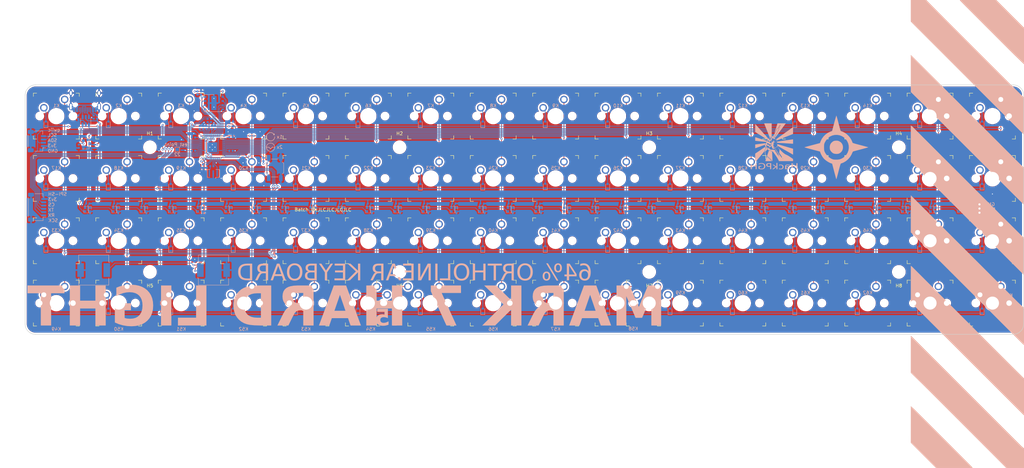
<source format=kicad_pcb>
(kicad_pcb (version 20221018) (generator pcbnew)
  (title_block (title "Hard Light") (date "2021-07-23") (rev "Mark 2 Rev F") (company "Everywhere Defense Industries") (comment 1 "RP2040 MCU") (comment 2 "Has a qwiic/STEMMA-QT port!") (comment 3 "Actually Lights Up Now") (comment 4 "Dual Audio System? Pending."))
  (layers (0 "F.Cu" signal) (31 "B.Cu" signal) (34 "B.Paste" user) (35 "F.Paste" user) (36 "B.SilkS" user "B.Silkscreen") (37 "F.SilkS" user "F.Silkscreen") (38 "B.Mask" user) (39 "F.Mask" user) (44 "Edge.Cuts" user))
  (net 0 "")
  (net 1 "GND")
  (net 2 "VBUS")
  (net 3 "Net-(D1-A)")
  (net 4 "Net-(D2-A)")
  (net 5 "Net-(D3-A)")
  (net 6 "Net-(D4-A)")
  (net 7 "Net-(D5-A)")
  (net 8 "Net-(D6-A)")
  (net 9 "Net-(D7-A)")
  (net 10 "Net-(D8-A)")
  (net 11 "Net-(D9-A)")
  (net 12 "Net-(D10-A)")
  (net 13 "Net-(D11-A)")
  (net 14 "Net-(D12-A)")
  (net 15 "Net-(D13-A)")
  (net 16 "Net-(D14-A)")
  (net 17 "Net-(D15-A)")
  (net 18 "Net-(D16-A)")
  (net 19 "Net-(D17-A)")
  (net 20 "Net-(D18-A)")
  (net 21 "Net-(D19-A)")
  (net 22 "Net-(D20-A)")
  (net 23 "Net-(D21-A)")
  (net 24 "Net-(D22-A)")
  (net 25 "Net-(D23-A)")
  (net 26 "Net-(D24-A)")
  (net 27 "Net-(D25-A)")
  (net 28 "Net-(D26-A)")
  (net 29 "Net-(D27-A)")
  (net 30 "Net-(D28-A)")
  (net 31 "Net-(D29-A)")
  (net 32 "Net-(D30-A)")
  (net 33 "Net-(D31-A)")
  (net 34 "Net-(D32-A)")
  (net 35 "Net-(D33-A)")
  (net 36 "Net-(D34-A)")
  (net 37 "Net-(D35-A)")
  (net 38 "Net-(D36-A)")
  (net 39 "Net-(D37-A)")
  (net 40 "Net-(D38-A)")
  (net 41 "Net-(D39-A)")
  (net 42 "Net-(D40-A)")
  (net 43 "Net-(D41-A)")
  (net 44 "Net-(D42-A)")
  (net 45 "Net-(D43-A)")
  (net 46 "Net-(D44-A)")
  (net 47 "Net-(D45-A)")
  (net 48 "Net-(D46-A)")
  (net 49 "Net-(D47-A)")
  (net 50 "Net-(D48-A)")
  (net 51 "D+")
  (net 52 "D-")
  (net 53 "Net-(D49-A)")
  (net 54 "Net-(D50-A)")
  (net 55 "Net-(D51-A)")
  (net 56 "Net-(D52-A)")
  (net 57 "Net-(D53-A)")
  (net 58 "Net-(D54-A)")
  (net 59 "Net-(D55-A)")
  (net 60 "Net-(D56-A)")
  (net 61 "Net-(D57-A)")
  (net 62 "Net-(D58-A)")
  (net 63 "Net-(D59-A)")
  (net 64 "Net-(D60-A)")
  (net 65 "Net-(D61-A)")
  (net 66 "Net-(D62-A)")
  (net 67 "Net-(D63-A)")
  (net 68 "Net-(D64-A)")
  (net 69 "Net-(J0-CC1)")
  (net 71 "Net-(J0-CC2)")
  (net 73 "vUSB")
  (net 74 "Net-(J3-Pin_2)")
  (net 75 "~{RESET}")
  (net 76 "+1V1")
  (net 77 "XIN")
  (net 78 "CS")
  (net 79 "DB+")
  (net 80 "DR-")
  (net 81 "DB-")
  (net 82 "XOUT")
  (net 83 "SD1")
  (net 84 "SD2")
  (net 85 "SD0")
  (net 86 "CLOCK")
  (net 87 "SD3")
  (net 88 "0")
  (net 89 "1")
  (net 90 "2")
  (net 91 "3")
  (net 92 "4")
  (net 93 "5")
  (net 94 "6")
  (net 95 "7")
  (net 96 "8")
  (net 97 "9")
  (net 98 "10")
  (net 99 "11")
  (net 100 "12")
  (net 101 "13")
  (net 102 "14")
  (net 103 "15")
  (net 104 "Net-(LD1-DOUT)")
  (net 105 "18")
  (net 106 "19")
  (net 107 "20")
  (net 108 "23")
  (net 109 "24")
  (net 110 "26{slash}A0")
  (net 111 "27{slash}A1")
  (net 112 "29{slash}A3")
  (net 113 "+3V3")
  (net 114 "DR+")
  (net 115 "25")
  (net 116 "28{slash}A2")
  (net 117 "17")
  (net 118 "16")
  (net 119 "21")
  (net 120 "22")
  (net 121 "Net-(LD2-DOUT)")
  (net 122 "Net-(LD3-DOUT)")
  (net 123 "Net-(LD4-DOUT)")
  (net 124 "Net-(LD5-DOUT)")
  (net 125 "Net-(LD6-DOUT)")
  (net 126 "Net-(LD7-DOUT)")
  (net 127 "Net-(LD8-DOUT)")
  (net 128 "Net-(LD10-DIN)")
  (net 129 "Net-(LD10-DOUT)")
  (net 130 "Net-(LD11-DOUT)")
  (net 131 "Net-(LD12-DOUT)")
  (net 132 "Net-(LD13-DOUT)")
  (net 133 "Net-(LD14-DOUT)")
  (net 134 "Net-(LD15-DOUT)")
  (net 135 "Net-(LD16-DOUT)")
  (net 136 "Net-(LD17-DOUT)")
  (net 137 "Net-(LD18-DOUT)")
  (net 138 "Net-(LD19-DOUT)")
  (net 139 "Net-(LD20-DOUT)")
  (net 140 "Net-(LD21-DOUT)")
  (net 141 "Net-(LD22-DOUT)")
  (net 142 "Net-(LD23-DOUT)")
  (net 143 "Net-(LD24-DOUT)")
  (net 144 "Net-(LD25-DOUT)")
  (net 145 "Net-(LD26-DOUT)")
  (net 146 "Net-(LD27-DOUT)")
  (net 147 "Net-(LD28-DOUT)")
  (net 148 "Net-(LD29-DOUT)")
  (net 149 "Net-(LD30-DOUT)")
  (net 150 "Net-(LD31-DOUT)")
  (net 153 "Net-(RX1-Pad2)")
  (footprint "EDI:SW_MX" (layer "F.Cu") (at 57.94375 80.9625)
    (fp_text reference "K2")
    (fp_text value "Keyswitch")
  )
  (footprint "EDI:SW_MX" (layer "F.Cu") (at 76.99375 80.9498)
    (fp_text reference "K3")
    (fp_text value "Keyswitch")
  )
  (footprint "EDI:SW_MX" (layer "F.Cu") (at 134.14375 80.9625)
    (fp_text reference "K6")
    (fp_text value "Keyswitch")
  )
  (footprint "EDI:SW_MX" (layer "F.Cu") (at 153.19375 80.9625)
    (fp_text reference "K7")
    (fp_text value "Keyswitch")
  )
  (footprint "EDI:SW_MX" (layer "F.Cu") (at 172.24375 80.9625)
    (fp_text reference "K8")
    (fp_text value "Keyswitch")
  )
  (footprint "EDI:SW_MX" (layer "F.Cu") (at 191.29375 80.9625)
    (fp_text reference "K9")
    (fp_text value "Keyswitch")
  )
  (footprint "EDI:SW_MX" (layer "F.Cu") (at 210.34375 80.9625)
    (fp_text reference "K10")
    (fp_text value "Keyswitch")
  )
  (footprint "EDI:SW_MX" (layer "F.Cu") (at 229.39375 80.9625)
    (fp_text reference "K11")
    (fp_text value "Keyswitch")
  )
  (footprint "EDI:SW_MX" (layer "F.Cu") (at 248.44375 80.9625)
    (fp_text reference "K12")
    (fp_text value "Keyswitch")
  )
  (footprint "EDI:SW_MX" (layer "F.Cu") (at 267.49375 80.9625)
    (fp_text reference "K13")
    (fp_text value "Keyswitch")
  )
  (footprint "EDI:SW_MX" (layer "F.Cu") (at 286.54375 80.9625)
    (fp_text reference "K14")
    (fp_text value "Keyswitch")
  )
  (footprint "EDI:SW_MX" (layer "F.Cu") (at 305.59375 80.9625)
    (fp_text reference "K15")
    (fp_text value "Keyswitch")
  )
  (footprint "EDI:SW_MX" (layer "F.Cu") (at 324.64375 80.9625)
    (fp_text reference "K16")
    (fp_text value "Keyswitch")
  )
  (footprint "EDI:SW_MX" (layer "F.Cu") (at 38.89375 100.0125)
    (fp_text reference "K17")
    (fp_text value "Keyswitch")
  )
  (footprint "EDI:SW_MX" (layer "F.Cu") (at 57.94375 100.0125)
    (fp_text reference "K18")
    (fp_text value "Keyswitch")
  )
  (footprint "EDI:SW_MX" (layer "F.Cu") (at 76.99375 100.0125)
    (fp_text reference "K19")
    (fp_text value "Keyswitch")
  )
  (footprint "EDI:SW_MX" (layer "F.Cu") (at 134.14375 100.0125)
    (fp_text reference "K22")
    (fp_text value "Keyswitch")
  )
  (footprint "EDI:SW_MX" (layer "F.Cu") (at 153.19375 100.0125)
    (fp_text reference "K23")
    (fp_text value "Keyswitch")
  )
  (footprint "EDI:SW_MX" (layer "F.Cu") (at 172.24375 100.0125)
    (fp_text reference "K24")
    (fp_text value "Keyswitch")
  )
  (footprint "EDI:SW_MX" (layer "F.Cu") (at 191.29375 100.0125)
    (fp_text reference "K25")
    (fp_text value "Keyswitch")
  )
  (footprint "EDI:SW_MX" (layer "F.Cu") (at 210.34375 100.0125)
    (fp_text reference "K26")
    (fp_text value "Keyswitch")
  )
  (footprint "EDI:SW_MX" (layer "F.Cu") (at 229.39375 100.0125)
    (fp_text reference "K27")
    (fp_text value "Keyswitch")
  )
  (footprint "EDI:SW_MX" (layer "F.Cu") (at 248.44375 100.0125)
    (fp_text reference "K28")
    (fp_text value "Keyswitch")
  )
  (footprint "EDI:SW_MX" (layer "F.Cu") (at 267.49375 100.0125)
    (fp_text reference "K29")
    (fp_text value "Keyswitch")
  )
  (footprint "EDI:SW_MX" (layer "F.Cu") (at 286.54375 100.0125)
    (fp_text reference "K30")
    (fp_text value "Keyswitch")
  )
  (footprint "EDI:SW_MX" (layer "F.Cu") (at 305.59375 100.0125)
    (fp_text reference "K31")
    (fp_text value "Keyswitch")
  )
  (footprint "EDI:SW_MX" (layer "F.Cu") (at 324.64375 100.0125)
    (fp_text reference "K32")
    (fp_text value "Keyswitch")
  )
  (footprint "EDI:SW_MX" (layer "F.Cu") (at 38.89375 119.0625)
    (fp_text reference "K33")
    (fp_text value "Keyswitch")
  )
  (footprint "EDI:SW_MX" (layer "F.Cu") (at 57.94375 119.0625)
    (fp_text reference "K34")
    (fp_text value "Keyswitch")
  )
  (footprint "EDI:SW_MX" (layer "F.Cu") (at 76.99375 119.0625)
    (fp_text reference "K35")
    (fp_text value "Keyswitch")
  )
  (footprint "EDI:SW_MX" (layer "F.Cu") (at 96.04375 119.0625)
    (fp_text reference "K36")
    (fp_text value "Keyswitch")
  )
  (footprint "EDI:SW_MX" (layer "F.Cu") (at 115.09375 119.0625)
    (fp_text reference "K37")
    (fp_text value "Keyswitch")
  )
  (footprint "EDI:SW_MX" (layer "F.Cu") (at 134.14375 119.0625)
    (fp_text reference "K38")
    (fp_text value "Keyswitch")
  )
  (footprint "EDI:SW_MX" (layer "F.Cu") (at 153.19375 119.0625)
    (fp_text reference "K39")
    (fp_text value "Keyswitch")
  )
  (footprint "EDI:SW_MX" (layer "F.Cu") (at 172.24375 119.0625)
    (fp_text reference "K40")
    (fp_text value "Keyswitch")
  )
  (footprint "EDI:SW_MX" (layer "F.Cu") (at 191.29375 119.0625)
    (fp_text reference "K41")
    (fp_text value "Keyswitch")
  )
  (footprint "EDI:SW_MX" (layer "F.Cu") (at 210.34375 119.0625)
    (fp_text reference "K42")
    (fp_text value "Keyswitch")
  )
  (footprint "EDI:SW_MX" (layer "F.Cu") (at 229.39375 119.0625)
    (fp_text reference "K43")
    (fp_text value "Keyswitch")
  )
  (footprint "EDI:SW_MX" (layer "F.Cu") (at 248.44375 119.0625)
    (fp_text reference "K44")
    (fp_text value "Keyswitch")
  )
  (footprint "EDI:SW_MX" (layer "F.Cu") (at 267.49375 119.0625)
    (fp_text reference "K45")
    (fp_text value "Keyswitch")
  )
  (footprint "EDI:SW_MX" (layer "F.Cu") (at 286.54375 119.0625)
    (fp_text reference "K46")
    (fp_text value "Keyswitch")
  )
  (footprint "EDI:SW_MX" (layer "F.Cu") (at 305.59375 119.0625)
    (fp_text reference "K47")
    (fp_text value "Keyswitch")
  )
  (footprint "EDI:SW_MX" (layer "F.Cu") (at 324.64375 119.0625)
    (fp_text reference "K48")
    (fp_text value "Keyswitch")
  )
  (footprint "EDI:SW_MX" (layer "F.Cu") (at 38.89375 138.1125)
    (fp_text reference "K49")
    (fp_text value "Keyswitch")
  )
  (footprint "EDI:SW_MX" (layer "F.Cu") (at 57.94375 138.1125)
    (fp_text reference "K50")
    (fp_text value "Keyswitch")
  )
  (footprint "EDI:SW_MX" (layer "F.Cu") (at 76.99375 138.1125)
    (fp_text reference "K51")
    (fp_text value "Keyswitch")
  )
  (footprint "EDI:SW_MX" (layer "F.Cu") (at 96.04375 138.1125)
    (fp_text reference "K52")
    (fp_text value "Keyswitch")
  )
  (footprint "EDI:SW_MX" (layer "F.Cu") (at 115.09375 138.1125)
    (fp_text reference "K53")
    (fp_text value "Keyswitch")
  )
  (footprint "EDI:SW_MX" (layer "F.Cu") (at 134.14375 138.1125)
    (fp_text reference "K54")
    (fp_text value "Keyswitch")
  )
  (footprint "EDI:SW_MX" (layer "F.Cu") (at 153.19375 138.1125)
    (fp_text reference "K55")
    (fp_text value "Keyswitch")
  )
  (footprint "EDI:SW_MX" (layer "F.Cu") (at 172.24375 138.1125)
    (fp_text reference "K56")
    (fp_text value "Keyswitch")
  )
  (footprint "EDI:SW_MX" (layer "F.Cu") (at 191.29375 138.1125)
    (fp_text reference "K57")
    (fp_text value "Keyswitch")
  )
  (footprint "EDI:SW_MX" (layer "F.Cu") (at 210.34375 138.1125)
    (fp_text reference "K58")
    (fp_text value "Keyswitch")
  )
  (footprint "EDI:SW_MX" (layer "F.Cu") (at 229.39375 138.1125)
    (fp_text reference "K59")
    (fp_text value "Keyswitch")
  )
  (footprint "EDI:SW_MX" (layer "F.Cu") (at 248.44375 138.1125)
    (fp_text reference "K60")
    (fp_text value "Keyswitch")
  )
  (footprint "EDI:SW_MX" (layer "F.Cu") (at 267.49375 138.1125)
    (fp_text reference "K61")
    (fp_text value "Keyswitch")
  )
  (footprint "EDI:SW_MX" (layer "F.Cu") (at 286.54375 138.1125)
    (fp_text reference "K62")
    (fp_text value "Keyswitch")
  )
  (footprint "EDI:SW_MX" (layer "F.Cu") (at 305.59375 138.1125)
    (fp_text reference "K63")
    (fp_text value "Keyswitch")
  )
  (footprint "EDI:SW_MX" (layer "F.Cu") (at 324.64375 138.1125)
    (fp_text reference "K64")
    (fp_text value "Keyswitch")
  )
  (footprint "EDI:SW_MX" (layer "F.Cu") (at 38.89375 80.9625)
    (fp_text reference "K1")
    (fp_text value "Keyswitch")
  )
  (footprint "MountingHole:MountingHole_3.2mm_M3" (layer "F.Cu") (at 67.46875 90.4818)
    (fp_text reference "H1")
    (fp_text value "Mount")
  )
  (footprint "MountingHole:MountingHole_3.2mm_M3" (layer "F.Cu") (at 143.66875 90.4875)
    (fp_text reference "H2")
    (fp_text value "Mount")
  )
  (footprint "MountingHole:MountingHole_3.2mm_M3" (layer "F.Cu") (at 219.86875 90.4818)
    (fp_text reference "H3")
    (fp_text value "Mount")
  )
  (footprint "MountingHole:MountingHole_3.2mm_M3" (layer "F.Cu") (at 296.06395 90.4818)
    (fp_text reference "H4")
    (fp_text value "Mount")
  )
  (footprint "MountingHole:MountingHole_3.2mm_M3" (layer "F.Cu") (at 67.46875 128.5794 180)
    (fp_text reference "H5")
    (fp_text value "Mount")
  )
  (footprint "MountingHole:MountingHole_3.2mm_M3" (layer "F.Cu") (at 143.66875 128.5851 180)
    (fp_text reference "H6")
    (fp_text value "Mount")
  )
  (footprint "EDI:SW_MX" (layer "F.Cu") (at 96.04375 80.9625)
    (fp_text reference "K4")
    (fp_text value "Keyswitch")
  )
  (footprint "EDI:SW_MX" (layer "F.Cu") (at 115.09375 80.9625)
    (fp_text reference "K5")
    (fp_text value "Keyswitch")
  )
  (footprint "EDI:SW_MX" (layer "F.Cu") (at 115.09375 100.0125)
    (fp_text reference "K21")
    (fp_text value "Keyswitch")
  )
  (footprint "EDI:SW_MX" (layer "F.Cu") (at 96.04375 100.0125)
    (fp_text reference "K20")
    (fp_text value "Keyswitch")
  )
  (footprint "EDI:SW_MX" (layer "F.Cu") (at 143.66875 138.1125)
    (fp_text reference "K54.1" hide)
    (fp_text value "Keyswitch")
  )
  (footprint "MountingHole:MountingHole_3.2mm_M3" (layer "F.Cu") (at 219.86875 128.5794 180)
    (fp_text reference "H7")
    (fp_text value "Mount")
  )
  (footprint "Connector_PinHeader_1.27mm:PinHeader_1x03_P1.27mm_Vertical" (layer "F.Cu") (at 320.675 107.95)
    (fp_text reference "J3" hide)
    (fp_text value "LED Expansion")
  )
  (footprint "MountingHole:MountingHole_3.2mm_M3" (layer "F.Cu") (at 296.06395 128.5794 180)
    (fp_text reference "H8")
    (fp_text value "Mount")
  )
  (footprint "EDI:SW_MX" (layer "F.Cu") (at 219.86875 138.1125)
    (fp_text reference "K58.1" hide)
    (fp_text value "Keyswitch")
  )
  (footprint "EDI:Passive_0402_1005Metric" (layer "B.Cu") (at 83.693 84.455 90)
    (fp_text reference "C1" hide)
    (fp_text value "1uf")
  )
  (footprint "EDI:Passive_0402_1005Metric" (layer "B.Cu") (at 84.836 96.266 -90)
    (fp_text reference "C2" hide)
    (fp_text value "100nF")
  )
  (footprint "EDI:Passive_0402_1005Metric" (layer "B.Cu") (at 92.202 91.567)
    (fp_text reference "C3" hide)
    (fp_text value "100nF")
  )
  (footprint "EDI:Passive_0402_1005Metric" (layer "B.Cu") (at 92.202 87.503)
    (fp_text reference "C6" hide)
    (fp_text value "100nF")
  )
  (footprint "EDI:Passive_0402_1005Metric" (layer "B.Cu") (at 86.36 84.455 90)
    (fp_text reference "C8" hide)
    (fp_text value "100nF")
  )
  (footprint "Package_DFN_QFN:QFN-56-1EP_7x7mm_P0.4mm_EP5.6x5.6mm_ThermalVias" (layer "B.Cu") (at 86.487 90.4875 180)
    (fp_text reference "U0" hide)
    (fp_text value "RP2040")
  )
  (footprint "EDI:Passive_0402_1005Metric" (layer "B.Cu") (at 82.677 84.455 90)
    (fp_text reference "C7" hide)
    (fp_text value "100nF")
  )
  (footprint "EDI:D_SOD-523" (layer "B.Cu") (at 35.71875 83.34375 90)
    (fp_text reference "D1")
    (fp_text value "1N4148W-T4")
  )
  (footprint "EDI:D_SOD-523" (layer "B.Cu") (at 54.76875 83.34375 90)
    (fp_text reference "D2")
    (fp_text value "1N4148W-T4")
  )
  (footprint "EDI:D_SOD-523" (layer "B.Cu") (at 73.81875 83.34375 90)
    (fp_text reference "D3")
    (fp_text value "1N4148W-T4")
  )
  (footprint "EDI:D_SOD-523" (layer "B.Cu") (at 92.86875 83.34375 90)
    (fp_text reference "D4")
    (fp_text value "1N4148W-T4")
  )
  (footprint "EDI:D_SOD-523" (layer "B.Cu") (at 111.91875 83.34375 90)
    (fp_text reference "D5")
    (fp_text value "1N4148W-T4")
  )
  (footprint "EDI:D_SOD-523" (layer "B.Cu") (at 130.96875 83.34375 90)
    (fp_text reference "D6")
    (fp_text value "1N4148W-T4")
  )
  (footprint "EDI:D_SOD-523" (layer "B.Cu") (at 150.01875 83.34375 90)
    (fp_text reference "D7")
    (fp_text value "1N4148W-T4")
  )
  (footprint "EDI:D_SOD-523" (layer "B.Cu") (at 169.06875 83.34375 90)
    (fp_text reference "D8")
    (fp_text value "1N4148W-T4")
  )
  (footprint "EDI:D_SOD-523" (layer "B.Cu") (at 188.11875 83.34375 90)
    (fp_text reference "D9")
    (fp_text value "1N4148W-T4")
  )
  (footprint "EDI:D_SOD-523" (layer "B.Cu") (at 207.16875 83.34375 90)
    (fp_text reference "D10")
    (fp_text value "1N4148W-T4")
  )
  (footprint "EDI:D_SOD-523" (layer "B.Cu") (at 226.21875 83.34375 90)
    (fp_text reference "D11")
    (fp_text value "1N4148W-T4")
  )
  (footprint "EDI:D_SOD-523" (layer "B.Cu") (at 245.26875 83.34375 90)
    (fp_text reference "D12")
    (fp_text value "1N4148W-T4")
  )
  (footprint "EDI:D_SOD-523" (layer "B.Cu") (at 264.31875 83.34375 90)
    (fp_text reference "D13")
    (fp_text value "1N4148W-T4")
  )
  (footprint "EDI:D_SOD-523" (layer "B.Cu") (at 283.36875 83.34375 90)
    (fp_text reference "D14")
    (fp_text value "1N4148W-T4")
  )
  (footprint "EDI:D_SOD-523" (layer "B.Cu") (at 302.41875 83.34375 90)
    (fp_text reference "D15")
    (fp_text value "1N4148W-T4")
  )
  (footprint "EDI:D_SOD-523" (layer "B.Cu") (at 321.46875 83.34375 90)
    (fp_text reference "D16")
    (fp_text value "1N4148W-T4")
  )
  (footprint "EDI:D_SOD-523" (layer "B.Cu") (at 35.71875 102.39375 90)
    (fp_text reference "D17")
    (fp_text value "1N4148W-T4")
  )
  (footprint "EDI:D_SOD-523" (layer "B.Cu") (at 54.76875 102.39375 90)
    (fp_text reference "D18")
    (fp_text value "1N4148W-T4")
  )
  (footprint "EDI:D_SOD-523" (layer "B.Cu") (at 73.81875 102.39375 90)
    (fp_text reference "D19")
    (fp_text value "1N4148W-T4")
  )
  (footprint "EDI:D_SOD-523" (layer "B.Cu") (at 92.86875 102.39375 90)
    (fp_text reference "D20")
    (fp_text value "1N4148W-T4")
  )
  (footprint "EDI:D_SOD-523" (layer "B.Cu") (at 111.91875 102.39375 90)
    (fp_text reference "D21")
    (fp_text value "1N4148W-T4")
  )
  (footprint "EDI:D_SOD-523" (layer "B.Cu") (at 130.96875 102.39375 90)
    (fp_text reference "D22")
    (fp_text value "1N4148W-T4")
  )
  (footprint "EDI:D_SOD-523" (layer "B.Cu") (at 150.01875 102.39375 90)
    (fp_text reference "D23")
    (fp_text value "1N4148W-T4")
  )
  (footprint "EDI:D_SOD-523" (layer "B.Cu") (at 169.06875 102.39375 90)
    (fp_text reference "D24")
    (fp_text value "1N4148W-T4")
  )
  (footprint "EDI:D_SOD-523" (layer "B.Cu") (at 188.11875 102.33125 90)
    (fp_text reference "D25")
    (fp_text value "1N4148W-T4")
  )
  (footprint "EDI:D_SOD-523" (layer "B.Cu") (at 207.16875 102.40625 90)
    (fp_text reference "D26")
    (fp_text value "1N4148W-T4")
  )
  (footprint "EDI:D_SOD-523" (layer "B.Cu") (at 226.21875 102.39375 90)
    (fp_text reference "D27")
    (fp_text value "1N4148W-T4")
  )
  (footprint "EDI:D_SOD-523" (layer "B.Cu") (at 245.26875 102.39375 90)
    (fp_text reference "D28")
    (fp_text value "1N4148W-T4")
  )
  (footprint "EDI:D_SOD-523" (layer "B.Cu") (at 264.31875 102.39375 90)
    (fp_text reference "D29")
    (fp_text value "1N4148W-T4")
  )
  (footprint "EDI:D_SOD-523" (layer "B.Cu") (at 283.36875 102.39375 90)
    (fp_text reference "D30")
    (fp_text value "1N4148W-T4")
  )
  (footprint "EDI:D_SOD-523" (layer "B.Cu") (at 302.41875 102.39375 90)
    (fp_text reference "D31")
    (fp_text value "1N4148W-T4")
  )
  (footprint "EDI:D_SOD-523" (layer "B.Cu") (at 321.46875 102.39375 90)
    (fp_text reference "D32")
    (fp_text value "1N4148W-T4")
  )
  (footprint "EDI:D_SOD-523" (layer "B.Cu") (at 35.71875 121.44375 90)
    (fp_text reference "D33")
    (fp_text value "1N4148W-T4")
  )
  (footprint "EDI:D_SOD-523" (layer "B.Cu") (at 54.76875 121.44375 90)
    (fp_text reference "D34")
    (fp_text value "1N4148W-T4")
  )
  (footprint "EDI:D_SOD-523" (layer "B.Cu") (at 73.81875 121.44375 90)
    (fp_text reference "D35")
    (fp_text value "1N4148W-T4")
  )
  (footprint "EDI:D_SOD-523" (layer "B.Cu") (at 92.86875 121.44375 90)
    (fp_text reference "D36")
    (fp_text value "1N4148W-T4")
  )
  (footprint "EDI:D_SOD-523" (layer "B.Cu") (at 111.91875 121.44375 90)
    (fp_text reference "D37")
    (fp_text value "1N4148W-T4")
  )
  (footprint "EDI:D_SOD-523" (layer "B.Cu") (at 130.96875 121.44375 90)
    (fp_text reference "D38")
    (fp_text value "1N4148W-T4")
  )
  (footprint "EDI:D_SOD-523" (layer "B.Cu") (at 150.01875 121.44375 90)
    (fp_text reference "D39")
    (fp_text value "1N4148W-T4")
  )
  (footprint "EDI:D_SOD-523" (layer "B.Cu") (at 169.06875 121.44375 90)
    (fp_text reference "D40")
    (fp_text value "1N4148W-T4")
  )
  (footprint "EDI:D_SOD-523" (layer "B.Cu") (at 188.11875 121.44375 90)
    (fp_text reference "D41")
    (fp_text value "1N4148W-T4")
  )
  (footprint "EDI:D_SOD-523" (layer "B.Cu") (at 207.16875 121.44375 90)
    (fp_text reference "D42")
    (fp_text value "1N4148W-T4")
  )
  (footprint "EDI:D_SOD-523" (layer "B.Cu") (at 226.21875 121.44375 90)
    (fp_text reference "D43")
    (fp_text value "1N4148W-T4")
  )
  (footprint "EDI:D_SOD-523" (layer "B.Cu") (at 245.26875 121.44375 90)
    (fp_text reference "D44")
    (fp_text value "1N4148W-T4")
  )
  (footprint "EDI:D_SOD-523" (layer "B.Cu") (at 264.31875 121.44375 90)
    (fp_text reference "D45")
    (fp_text value "1N4148W-T4")
  )
  (footprint "EDI:D_SOD-523" (layer "B.Cu") (at 283.36875 121.44375 90)
    (fp_text reference "D46")
    (fp_text value "1N4148W-T4")
  )
  (footprint "EDI:D_SOD-523" (layer "B.Cu") (at 302.41875 121.44375 90)
    (fp_text reference "D47")
    (fp_text value "1N4148W-T4")
  )
  (footprint "EDI:D_SOD-523" (layer "B.Cu") (at 321.46875 121.44375 90)
    (fp_text reference "D48")
    (fp_text value "1N4148W-T4")
  )
  (footprint "EDI:D_SOD-523" (layer "B.Cu") (at 35.71875 140.49375 90)
    (fp_text reference "D49")
    (fp_text value "1N4148W-T4")
  )
  (footprint "EDI:D_SOD-523" (layer "B.Cu") (at 54.76875 140.49375 90)
    (fp_text reference "D50")
    (fp_text value "1N4148W-T4")
  )
  (footprint "EDI:D_SOD-523" (layer "B.Cu") (at 73.81875 140.49375 90)
    (fp_text reference "D51")
    (fp_text value "1N4148W-T4")
  )
  (footprint "EDI:D_SOD-523" (layer "B.Cu") (at 92.86875 140.49375 90)
    (fp_text reference "D52")
    (fp_text value "1N4148W-T4")
  )
  (footprint "EDI:D_SOD-523" (layer "B.Cu") (at 111.91875 140.49375 90)
    (fp_text reference "D53")
    (fp_text value "1N4148W-T4")
  )
  (footprint "EDI:D_SOD-523" (layer "B.Cu") (at 130.96875 140.49375 90)
    (fp_text reference "D54")
    (fp_text value "1N4148W-T4")
  )
  (footprint "EDI:D_SOD-523" (layer "B.Cu") (at 150.01875 140.49375 90)
    (fp_text reference "D55")
    (fp_text value "1N4148W-T4")
  )
  (footprint "EDI:D_SOD-523" (layer "B.Cu") (at 169.06875 140.49375 90)
    (fp_text reference "D56")
    (fp_text value "1N4148W-T4")
  )
  (footprint "EDI:D_SOD-523" (layer "B.Cu") (at 188.11875 140.49375 90)
    (fp_text reference "D57")
    (fp_text value "1N4148W-T4")
  )
  (footprint "EDI:D_SOD-523" (layer "B.Cu") (at 207.16875 140.49375 90)
    (fp_text reference "D58")
    (fp_text value "1N4148W-T4")
  )
  (footprint "EDI:D_SOD-523" (layer "B.Cu") (at 226.21875 140.49375 90)
    (fp_text reference "D59")
    (fp_text value "1N4148W-T4")
  )
  (footprint "EDI:D_SOD-523" (layer "B.Cu") (at 245.26875 140.49375 90)
    (fp_text reference "D60")
    (fp_text value "1N4148W-T4")
  )
  (footprint "EDI:D_SOD-523" (layer "B.Cu") (at 264.31875 140.49375 90)
    (fp_text reference "D61")
    (fp_text value "1N4148W-T4")
  )
  (footprint "EDI:D_SOD-523" (layer "B.Cu") (at 283.36875 140.49375 90)
    (fp_text reference "D62")
    (fp_text value "1N4148W-T4")
  )
  (footprint "EDI:D_SOD-523" (layer "B.Cu") (at 302.41875 140.49375 90)
    (fp_text reference "D63")
    (fp_text value "1N4148W-T4")
  )
  (footprint "EDI:D_SOD-523" (layer "B.Cu") (at 321.46875 140.49375 90)
    (fp_text reference "D64")
    (fp_text value "1N4148W-T4")
  )
  (footprint "EDI:Passive_0402_1005Metric" (layer "B.Cu") (at 50.292 81.28 90)
    (fp_text reference "RC2" hide)
    (fp_text value "5k1")
  )
  (footprint "EDI:Passive_0402_1005Metric" (layer "B.Cu") (at 45.593 81.28 -90)
    (fp_text reference "RC1" hide)
    (fp_text value "5k1")
  )
  (footprint "EDI:Passive_0402_1005Metric" (layer "B.Cu") (at 86.106 82.296 -90)
    (fp_text reference "RD1" hide)
    (fp_text value "27.4")
  )
  (footprint "Fuse:Fuse_0402_1005Metric" (layer "B.Cu") (at 51.308 81.28 -90)
    (fp_text reference "F0" hide)
    (fp_text value "6v 500ma")
  )
  (footprint "Package_TO_SOT_SMD:SOT-23" (layer "B.Cu") (at 48.133 89.408)
    (fp_text reference "U1" hide)
    (fp_text value "LDO-3.3")
  )
  (footprint "EDI:Passive_0402_1005Metric" (layer "B.Cu") (at 48.507475 107.696 180)
    (fp_text reference "LC1" hide)
    (fp_text value "100nF")
  )
  (footprint "EDI:Passive_0402_1005Metric" (layer "B.Cu") (at 80.772 91.567 180)
    (fp_text reference "C4" hide)
    (fp_text value "100nF")
  )
  (footprint "Connector_USB:USB_C_Receptacle_HRO_TYPE-C-31-M-12" (layer "B.Cu") (at 47.625 74.9554)
    (fp_text reference "J0" hide)
    (fp_text value "USB")
  )
  (footprint "EDI:Passive_0402_1005Metric" (layer "B.Cu") (at 65.6197 107.696 180)
    (fp_text reference "LC3" hide)
    (fp_text value "100nF")
  )
  (footprint "EDI:Passive_0402_1005Metric" (layer "B.Cu") (at 125.842275 107.696 180)
    (fp_text reference "LC10" hide)
    (fp_text value "100nF")
  )
  (footprint "EDI:Passive_0402_1005Metric" (layer "B.Cu") (at 143.048725 107.696 180)
    (fp_text reference "LC12" hide)
    (fp_text value "100nF")
  )
  (footprint "EDI:Passive_0402_1005Metric" (layer "B.Cu") (at 91.429375 107.696 180)
    (fp_text reference "LC6" hide)
    (fp_text value "100nF")
  )
  (footprint "EDI:Passive_0402_1005Metric" (layer "B.Cu") (at 108.635825 107.696 180)
    (fp_text reference "LC8" hide)
    (fp_text value "100nF")
  )
  (footprint "EDI:Passive_0402_1005Metric" (layer "B.Cu") (at 117.23905 107.696 180)
    (fp_text reference "LC9" hide)
    (fp_text value "100nF")
  )
  (footprint "EDI:Passive_0402_1005Metric" (layer "B.Cu") (at 100.0326 107.696 180)
    (fp_text reference "LC7" hide)
    (fp_text value "100nF")
  )
  (footprint "EDI:Passive_0402_1005Metric" (layer "B.Cu") (at 82.82615 107.696 180)
    (fp_text reference "LC5" hide)
    (fp_text value "100nF")
  )
  (footprint "EDI:Passive_0402_1005Metric" (layer "B.Cu") (at 134.4455 107.696 180)
    (fp_text reference "LC11" hide)
    (fp_text value "100nF")
  )
  (footprint "EDI:Passive_0402_1005Metric" (layer "B.Cu") (at 151.65195 107.696 180)
    (fp_text reference "LC13" hide)
    (fp_text value "100nF")
  )
  (footprint "EDI:Passive_0402_1005Metric" (layer "B.Cu") (at 74.222925 107.696 180)
    (fp_text reference "LC4" hide)
    (fp_text value "100nF")
  )
  (footprint "EDI:Passive_0402_1005Metric" (layer "B.Cu") (at 160.255175 107.696 180)
    (fp_text reference "LC14" hide)
    (fp_text value "100nF")
  )
  (footprint "EDI:Passive_0402_1005Metric" (layer "B.Cu") (at 168.8584 107.696 180)
    (fp_text reference "LC15" hide)
    (fp_text value "100nF")
  )
  (footprint "EDI:Passive_0402_1005Metric" (layer "B.Cu") (at 177.461625 107.696 180)
    (fp_text reference "LC16" hide)
    (fp_text value "100nF")
  )
  (footprint "EDI:Passive_0402_1005Metric" (layer "B.Cu") (at 186.06485 107.696 180)
    (fp_text reference "LC17" hide)
    (fp_text value "100nF")
  )
  (footprint "EDI:Passive_0402_1005Metric" (layer "B.Cu") (at 194.668075 107.696 180)
    (fp_text reference "LC18" hide)
    (fp_text value "100nF")
  )
  (footprint "EDI:Passive_0402_1005Metric" (layer "B.Cu") (at 203.2713 107.696 180)
    (fp_text reference "LC19" hide)
    (fp_text value "100nF")
  )
  (footprint "EDI:Passive_0402_1005Metric" (layer "B.Cu") (at 211.874525 107.696 180)
    (fp_text reference "LC20" hide)
    (fp_text value "100nF")
  )
  (footprint "EDI:Passive_0402_1005Metric" (layer "B.Cu") (at 220.465475 107.696 180)
    (fp_text reference "LC21" hide)
    (fp_text value "100nF")
  )
  (footprint "EDI:Passive_0402_1005Metric" (layer "B.Cu") (at 229.080975 107.696 180)
    (fp_text reference "LC22" hide)
    (fp_text value "100nF")
  )
  (footprint "EDI:Passive_0402_1005Metric" (layer "B.Cu") (at 237.6842 107.696 180)
    (fp_text reference "LC23" hide)
    (fp_text value "100nF")
  )
  (footprint "EDI:Passive_0402_1005Metric" (layer "B.Cu") (at 246.287425 107.696 180)
    (fp_text reference "LC24" hide)
    (fp_text value "100nF")
  )
  (footprint "EDI:Passive_0402_1005Metric" (layer "B.Cu") (at 254.856275 107.696 180)
    (fp_text reference "LC25" hide)
    (fp_text value "100nF")
  )
  (footprint "EDI:Passive_0402_1005Metric" (layer "B.Cu") (at 263.493875 107.696 180)
    (fp_text reference "LC26" hide)
    (fp_text value "100nF")
  )
  (footprint "EDI:Passive_0402_1005Metric" (layer "B.Cu") (at 272.0971 107.696 180)
    (fp_text reference "LC27" hide)
    (fp_text value "100nF")
  )
  (footprint "EDI:Passive_0402_1005Metric" (layer "B.Cu") (at 280.700325 107.696 180)
    (fp_text reference "LC28" hide)
    (fp_text value "100nF")
  )
  (footprint "EDI:Passive_0402_1005Metric" (layer "B.Cu") (at 289.30355 107.696 180)
    (fp_text reference "LC29" hide)
    (fp_text value "100nF")
  )
  (footprint "EDI:Passive_0402_1005Metric" (layer "B.Cu") (at 297.8349 107.696 180)
    (fp_text reference "LC30" hide)
    (fp_text value "100nF")
  )
  (footprint "EDI:Passive_0402_1005Metric" (layer "B.Cu") (at 306.51 107.696 180)
    (fp_text reference "LC31" hide)
    (fp_text value "100nF")
  )
  (footprint "EDI:Passive_0402_1005Metric" (layer "B.Cu") (at 315.113225 107.696 180)
    (fp_text reference "LC32" hide)
    (fp_text value "100nF")
  )
  (footprint "EDI:WS2812B_2020" (layer "B.Cu") (at 177.467125 109.5375)
    (fp_text reference "LD16" hide)
    (fp_text value "WS2812C")
  )
  (footprint "EDI:WS2812B_2020" (layer "B.Cu") (at 186.07035 109.5375)
    (fp_text reference "LD17" hide)
    (fp_text value "WS2812C")
  )
  (footprint "EDI:WS2812B_2020" (layer "B.Cu") (at 194.673575 109.5375)
    (fp_text reference "LD18" hide)
    (fp_text value "WS2812C")
  )
  (footprint "EDI:WS2812B_2020" (layer "B.Cu") (at 203.2768 109.5375)
    (fp_text reference "LD19" hide)
    (fp_text value "WS2812C")
  )
  (footprint "EDI:WS2812B_2020" (layer "B.Cu") (at 211.880025 109.5375)
    (fp_text reference "LD20" hide)
    (fp_text value "WS2812C")
  )
  (footprint "EDI:WS2812B_2020" (layer "B.Cu") (at 220.48325 109.5375)
    (fp_text reference "LD21" hide)
    (fp_text value "WS2812C")
  )
  (footprint "EDI:WS2812B_2020" (layer "B.Cu") (at 229.086475 109.5375)
    (fp_text reference "LD22" hide)
    (fp_text value "WS2812C")
  )
  (footprint "EDI:WS2812B_2020" (layer "B.Cu") (at 237.6897 109.5375)
    (fp_text reference "LD23" hide)
    (fp_text value "WS2812C")
  )
  (footprint "EDI:WS2812B_2020" (layer "B.Cu") (at 246.292925 109.5375)
    (fp_text reference "LD24" hide)
    (fp_text value "WS2812C")
  )
  (footprint "EDI:WS2812B_2020" (layer "B.Cu") (at 254.930525 109.5375)
    (fp_text reference "LD25" hide)
    (fp_text value "WS2812C")
  )
  (footprint "EDI:WS2812B_2020" (layer "B.Cu") (at 263.499375 109.5375)
    (fp_text reference "LD26" hide)
    (fp_text value "WS2812C")
  )
  (footprint "EDI:WS2812B_2020" (layer "B.Cu") (at 272.1026 109.5375)
    (fp_text reference "LD27" hide)
    (fp_text value "WS2812C")
  )
  (footprint "EDI:WS2812B_2020" (layer "B.Cu") (at 280.705825 109.5375)
    (fp_text reference "LD28" hide)
    (fp_text value "WS2812C")
  )
  (footprint "EDI:WS2812B_2020" (layer "B.Cu") (at 289.30905 109.5375)
    (fp_text reference "LD29" hide)
    (fp_text value "WS2812C")
  )
  (footprint "EDI:WS2812B_2020" (layer "B.Cu") (at 297.98415 109.5375)
    (fp_text reference "LD30" hide)
    (fp_text value "WS2812C")
  )
  (footprint "EDI:WS2812B_2020" (layer "B.Cu") (at 315.118725 109.5375)
    (fp_text reference "LD32" hide)
    (fp_text value "WS2812C")
  )
  (footprint "EDI:WS2812B_2020" (layer "B.Cu") (at 306.5155 109.5375)
    (fp_text reference "LD31" hide)
    (fp_text value "WS2812C")
  )
  (footprint "EDI:WS2812B_2020" (layer "B.Cu") (at 168.8639 109.5375)
    (fp_text reference "LD15" hide)
    (fp_text value "WS2812C")
  )
  (footprint "EDI:WS2812B_2020" (layer "B.Cu") (at 160.260675 109.5375)
    (fp_text reference "LD14" hide)
    (fp_text value "WS2812C")
  )
  (footprint "EDI:WS2812B_2020" (layer "B.Cu") (at 143.054225 109.5375)
    (fp_text reference "LD12" hide)
    (fp_text value "WS2812C")
  )
  (footprint "EDI:WS2812B_2020" (layer "B.Cu") (at 125.847775 109.5375)
    (fp_text reference "LD10" hide)
    (fp_text value "WS2812C")
  )
  (footprint "EDI:WS2812B_2020" (layer "B.Cu") (at 151.65745 109.5375)
    (fp_text reference "LD13" hide)
    (fp_text value "WS2812C")
  )
  (footprint "EDI:WS2812B_2020" (layer "B.Cu") (at 82.83165 109.5375)
    (fp_text reference "LD5" hide)
    (fp_text value "WS2812C")
  )
  (footprint "EDI:WS2812B_2020" (layer "B.Cu") (at 134.451 109.5375)
    (fp_text reference "LD11" hide)
    (fp_text value "WS2812C")
  )
  (footprint "EDI:WS2812B_2020" (layer "B.Cu") (at 91.434875 109.5375)
    (fp_text reference "LD6" hide)
    (fp_text value "WS2812C")
  )
  (footprint "EDI:WS2812B_2020" (layer "B.Cu") (at 100.0381 109.5375)
    (fp_text reference "LD7" hide)
    (fp_text value "WS2812C")
  )
  (footprint "EDI:WS2812B_2020" (layer "B.Cu") (at 108.641325 109.5375)
    (fp_text reference "LD8" hide)
    (fp_text value "WS2812C")
  )
  (footprint "EDI:WS2812B_2020" (layer "B.Cu") (at 117.24455 109.5375)
    (fp_text reference "LD9" hide)
    (fp_text value "WS2812C")
  )
  (footprint "EDI:WS2812B_2020" (layer "B.Cu") (at 57.021975 109.5375)
    (fp_text reference "LD2" hide)
    (fp_text value "WS2812C")
  )
  (footprint "EDI:WS2812B_2020" (layer "B.Cu") (at 48.41875 109.5375)
    (fp_text reference "LD1" hide)
    (fp_text value "WS2812C")
  )
  (footprint "EDI:WS2812B_2020" (layer "B.Cu") (at 65.6252 109.5375)
    (fp_text reference "LD3" hide)
    (fp_text value "WS2812C")
  )
  (footprint "EDI:WS2812B_2020" (layer "B.Cu") (at 74.228425 109.5375)
    (fp_text reference "LD4" hide)
    (fp_text value "WS2812C")
  )
  (footprint "EDI:Passive_0402_1005Metric" (layer "B.Cu") (at 57.016475 107.696 180)
    (fp_text reference "LC2" hide)
    (fp_text value "100nF")
  )
  (footprint "EDI:Passive_0402_1005Metric" (layer "B.Cu") (at 80.772 87.503 180)
    (fp_text reference "C5" hide)
    (fp_text value "100nF")
  )
  (footprint "Buzzer_Beeper:Buzzer_CUI_CPT-9019S-SMT" (layer "B.Cu") (at 86.868 128.016)
    (fp_text reference "TX0" hide)
    (fp_text value "Transducer")
  )
  (footprint "Buzzer_Beeper:Buzzer_CUI_CPT-9019S-SMT" (layer "B.Cu") (at 50.292 128.016 180)
    (fp_text reference "TX1" hide)
    (fp_text value "Transducer")
  )
  (footprint "EDI:Passive_0402_1005Metric" (layer "B.Cu") (at 83.058 73.914 90)
    (fp_text reference "CF1" hide)
    (fp_text value "100nF")
  )
  (footprint "Connector_JST:JST_SH_SM04B-SRSS-TB_1x04-1MP_P1.00mm_Horizontal" (layer "B.Cu") (at 32.95475 88.607 90)
    (fp_text reference "J1" hide)
    (fp_text value "qwiic")
  )
  (footprint "TestPoint:TestPoint_Pad_1.0x1.0mm" (layer "B.Cu") (at 75.819 91.186 180)
    (fp_text reference "TP0" hide)
    (fp_text value "22")
  )
  (footprint "EDI:EDILogo" (layer "B.Cu") (at 277 90.5 180)
    (fp_text reference "G***" hide)
    (fp_text value "EDI" hide)
  )
  (footprint "EDI:Passive_0402_1005Metric" (layer "B.Cu") (at 83.693 96.266 -90)
    (fp_text reference "C10" hide)
    (fp_text value "100nF")
  )
  (footprint "EDI:Passive_0402_1005Metric" (layer "B.Cu") (at 84.709 84.455 90)
    (fp_text reference "C11" hide)
    (fp_text value "1uf")
  )
  (footprint "Package_SON:WSON-8-1EP_6x5mm_P1.27mm_EP3.4x4.3mm" (layer "B.Cu") (at 87 76.9889 180)
    (fp_text reference "U3" hide)
    (fp_text value "W25Q128JVS")
  )
  (footprint "Crystal:Resonator_SMD_Murata_CSTxExxV-3Pin_3.0x1.1mm" (layer "B.Cu") (at 86.768 98.479 180)
    (fp_text reference "Y0" hide)
    (fp_text value "CSTCE12M0G55-R0")
  )
  (footprint "EDI:Passive_0402_1005Metric" (layer "B.Cu") (at 102.108 94.234 90)
    (fp_text reference "RR1" hide)
    (fp_text value "1k")
  )
  (footprint "Package_TO_SOT_SMD:SOT-23-6" (layer "B.Cu") (at 47.879 82.423 90)
    (fp_text reference "U2" hide)
    (fp_text value "USBLC6-2SC6")
  )
  (footprint "EDI:Passive_0402_1005Metric" (layer "B.Cu") (at 81.975 73.914 90)
    (fp_text reference "RF2" hide)
    (fp_text value "1k")
  )
  (footprint "EDI:Passive_0402_1005Metric" (layer "B.Cu") (at 85.09 82.296 -90)
    (fp_text reference "RD0" hide)
    (fp_text value "27.4")
  )
  (footprint "EDI:sweethaz" (layer "B.Cu") (at 317 117 180)
    (fp_text reference "G***" hide)
    (fp_text value "LOGO" hide)
  )
  (footprint "Button_Switch_SMD:SW_SPST_SKQG_WithoutStem" (layer "B.Cu") (at 105.5621 96.8314 90)
    (fp_text reference "S1" hide)
    (fp_text value "RESET")
  )
  (footprint "EDI:Passive_0402_1005Metric" (layer "B.Cu") (at 87.376 84.455 90)
    (fp_text reference "C9" hide)
    (fp_text value "100nF")
  )
  (footprint "EDI:Passive_0402_1005Metric" (layer "B.Cu") (at 50.5067 90.19875 90)
    (fp_text reference "CP0" hide)
    (fp_text value "1uf")
  )
  (footprint "EDI:Passive_0402_1005Metric" (layer "B.Cu") (at 45.7445 90.19875 -90)
    (fp_text reference "CP1" hide)
    (fp_text value "1uf")
  )
  (footprint "EDI:hackpgh" (layer "B.Cu") (at 258 89 180)
    (fp_text reference "G***" hide)
    (fp_text value "LOGO" hide)
  )
  (footprint "EDI:Passive_0402_1005Metric" (layer "B.Cu") (at 86.36 96.266 180)
    (fp_text reference "RX1" hide)
    (fp_text value "1k")
  )
  (footprint "Connector_JST:JST_SH_SM06B-SRSS-TB_1x06-1MP_P1.00mm_Horizontal" (layer "B.Cu") (at 33.05 108.8 90)
    (fp_text reference "J2" hide)
    (fp_text value "SPI Connector")
  )
  (gr_arc (start 105.5621 87.28075) (mid 103.056074 87.572534) (end 105.428023 86.712789) (stroke (width 0.15)) (layer "B.SilkS"))
  (gr_line (start 105.1811 86.64575) (end 105.4351 86.39175) (stroke (width 0.15)) (layer "B.SilkS"))
  (gr_line (start 105.4351 86.39175) (end 105.428023 86.712789) (stroke (width 0.15)) (layer "B.SilkS"))
  (gr_line (start 104.2921 90.9955) (end 104.8001 90.4875) (stroke (width 0.15)) (layer "B.SilkS"))
  (gr_line (start 103.0221 90.4875) (end 103.7841 90.4875) (stroke (width 0.15)) (layer "B.SilkS"))
  (gr_line (start 103.7841 90.4875) (end 104.2921 90.9955) (stroke (width 0.15)) (layer "B.SilkS"))
  (gr_circle (center 104.2921 90.4875) (end 105.5621 90.4875) (stroke (width 0.15)) (fill none) (layer "B.SilkS"))
  (gr_line (start 104.8001 90.4875) (end 105.5621 90.4875) (stroke (width 0.15)) (layer "B.SilkS"))
  (gr_line (start 105.428023 86.712789) (end 105.1811 86.64575) (stroke (width 0.15)) (layer "B.SilkS"))
  (gr_line (start 32.54375 71.4375) (end 330.99375 71.4375) (stroke (width 0.15)) (layer "Edge.Cuts"))
  (gr_line (start 334.16875 74.6125) (end 334.16875 144.4625) (stroke (width 0.15)) (layer "Edge.Cuts"))
  (gr_line (start 330.99375 147.6375) (end 32.54375 147.6375) (stroke (width 0.15)) (layer "Edge.Cuts"))
  (gr_line (start 29.36875 144.4625) (end 29.36875 74.6125) (stroke (width 0.15)) (layer "Edge.Cuts"))
  (gr_arc (start 32.54375 147.6375) (mid 30.298686 146.707564) (end 29.36875 144.4625) (stroke (width 0.15)) (layer "Edge.Cuts"))
  (gr_arc (start 29.36875 74.6125) (mid 30.298686 72.367436) (end 32.54375 71.4375) (stroke (width 0.15)) (layer "Edge.Cuts"))
  (gr_arc (start 334.16875 144.4625) (mid 333.238814 146.707564) (end 330.99375 147.6375) (stroke (width 0.15)) (layer "Edge.Cuts"))
  (gr_arc (start 330.99375 71.4375) (mid 333.238814 72.367436) (end 334.16875 74.6125) (stroke (width 0.15)) (layer "Edge.Cuts"))
  (gr_text "qwiic\nSCL\nSDA\n3v3\nGND" (at 36.195 88.392) (layer "B.SilkS") (effects (font (size 1 1)) (justify right mirror)))
  (gr_text "MARK 7 HARD LIGHT" (at 30 147) (layer "B.SilkS") (effects (font (size 12 12) (thickness 2.2) bold) (justify right bottom mirror)))
  (gr_text "GND\nDATA\n+5V" (at 323.85 109.5375) (layer "B.SilkS") (effects (font (size 1 1)) (justify mirror)))
  (gr_text "64% ORTHOLINEAR KEYBOARD" (at 202.5 132) (layer "B.SilkS") (effects (font (size 5 5)) (justify left bottom mirror)))
  (gr_text "SPI-SH\n3v3\nCS\nTX\nRX\nSCK" (at 36.322 108.839) (layer "B.SilkS") (effects (font (size 1 1)) (justify right mirror)))
  (gr_text "HackPGH" (at 258 97.5) (layer "B.SilkS") (effects (font (size 1.8 2.3)) (justify bottom mirror)))
  (gr_text "Test Point" (at 75.819 89.662) (layer "B.SilkS") (effects (font (size 1 1)) (justify mirror)))
  (gr_text ".5" (at 143.5 142.875) (layer "B.SilkS") (effects (font (size 5 5) (thickness 0.3) bold) (justify left mirror)))
  (gr_text "2x" (at 107.0607 90.45575) (layer "B.SilkS") (effects (font (size 1 1)) (justify mirror)))
  (gr_text "1x" (at 107.0607 87.3125) (layer "B.SilkS") (effects (font (size 1 1)) (justify mirror)))
  (gr_text "Batch ID:" (at 115.09375 109.5375) (layer "F.SilkS") (effects (font (size 1 1))))
  (gr_text "JLCJLCJLCJLC" (at 123.825 109.601) (layer "F.SilkS") (effects (font (size 1 1))))
  (via (at 80.9574 79.37) (size 0.6) (drill 0.3) (layers "F.Cu" "B.Cu") (net 1))
  (via (at 86.5133 89.6881) (size 0.6) (drill 0.3) (layers "F.Cu" "B.Cu") (net 1))
  (via (at 82.7024 98.171) (size 0.6) (drill 0.3) (layers "F.Cu" "B.Cu") (net 1))
  (via (at 101.092 85.725) (size 0.6) (drill 0.3) (layers "F.Cu" "B.Cu") (net 1))
  (via (at 95.885 95.25) (size 0.6) (drill 0.3) (layers "F.Cu" "B.Cu") (net 1))
  (via (at 49.663363 81.401356) (size 0.6) (drill 0.3) (layers "F.Cu" "B.Cu") (net 1))
  (via (at 91.3384 85.7504) (size 0.6) (drill 0.3) (layers "F.Cu" "B.Cu") (net 1))
  (via (at 93.472 91.567) (size 0.6) (drill 0.3) (layers "F.Cu" "B.Cu") (net 1))
  (via (at 93.599 87.688) (size 0.6) (drill 0.3) (layers "F.Cu" "B.Cu") (net 1))
  (via (at 85.7196 90.4818) (size 0.6) (drill 0.3) (layers "F.Cu" "B.Cu") (net 1))
  (via (at 83.947 82.931) (size 0.6) (drill 0.3) (layers "F.Cu" "B.Cu") (net 1))
  (via (at 80.8228 86.3092) (size 0.6) (drill 0.3) (layers "F.Cu" "B.Cu") (net 1))
  (via (at 95.377 77.597) (size 0.6) (drill 0.3) (layers "F.Cu" "B.Cu") (net 1))
  (via (at 86.995 83.058) (size 0.6) (drill 0.3) (layers "F.Cu" "B.Cu") (net 1))
  (via (at 96.0377 85.7196) (size 0.6) (drill 0.3) (layers "F.Cu" "B.Cu") (net 1))
  (via (at 78.232 91.44) (size 0.6) (drill 0.3) (layers "F.Cu" "B.Cu") (net 1))
  (via (at 324.6233 104.7684) (size 0.6) (drill 0.3) (layers "F.Cu" "B.Cu") (net 1))
  (via (at 81.153 124.7394) (size 0.6) (drill 0.3) (layers "F.Cu" "B.Cu") (net 1))
  (via (at 70.231 91.567) (size 0.6) (drill 0.3) (layers "F.Cu" "B.Cu") (net 1))
  (via (at 86.995 78.232) (size 0.6) (drill 0.3) (layers "F.Cu" "B.Cu") (net 1))
  (via (at 86.995 75.565) (size 0.6) (drill 0.3) (layers "F.Cu" "B.Cu") (net 1))
  (via (at 100.711 95.25) (size 0.6) (drill 0.3) (layers "F.Cu" "B.Cu") (net 1))
  (via (at 78.5876 83.2866) (size 0.6) (drill 0.3) (layers "F.Cu" "B.Cu") (net 1))
  (via (at 46.83125 107.95) (size 0.6) (drill 0.3) (layers "F.Cu" "B.Cu") (net 1))
  (via (at 87.702393 95.253807) (size 0.6) (drill 0.3) (layers "F.Cu" "B.Cu") (net 1))
  (via (at 102.235 102.235) (size 0.6) (drill 0.3) (layers "F.Cu" "B.Cu") (net 1))
  (via (at 89.2556 79.502) (size 0.6) (drill 0.3) (layers "F.Cu" "B.Cu") (net 1))
  (via (at 86.5133 91.2755) (size 0.6) (drill 0.3) (layers "F.Cu" "B.Cu") (net 1))
  (via (at 87.307 90.4818) (size 0.6) (drill 0.3) (layers "F.Cu" "B.Cu") (net 1))
  (via (at 78.6892 86.0806) (size 0.6) (drill 0.3) (layers "F.Cu" "B.Cu") (net 1))
  (via (at 89.2048 99.9998) (size 0.6) (drill 0.3) (layers "F.Cu" "B.Cu") (net 1))
  (via (at 77.089 88.1634) (size 0.6) (drill 0.3) (layers "F.Cu" "B.Cu") (net 1))
  (segment (start 82.804 108.458) (end 83.31115 107.95085) (width 0.3) (layer "B.Cu") (net 1))
  (segment (start 48.469239 109.687011) (end 48.469239 108.375761) (width 0.3) (layer "B.Cu") (net 1))
  (segment (start 83.693 82.931) (end 83.947 82.931) (width 0.3) (layer "B.Cu") (net 1))
  (segment (start 49.663363 81.401356) (end 50.027007 81.765) (width 0.2) (layer "B.Cu") (net 1))
  (segment (start 169.3434 108.0246) (end 169.3434 107.696) (width 0.3) (layer "B.Cu") (net 1))
  (segment (start 220.950475 107.696) (end 220.950475 107.871253) (width 0.3) (layer "B.Cu") (net 1))
  (segment (start 220.533739 108.287989) (end 220.533739 109.687011) (width 0.3) (layer "B.Cu") (net 1))
  (segment (start 160.711653 110.0875) (end 160.311164 109.687011) (width 0.3) (layer "B.Cu") (net 1))
  (segment (start 315.598225 107.696) (end 318.8335 107.696) (width 0.3) (layer "B.Cu") (net 1))
  (segment (start 298.435128 110.0875) (end 298.73415 110.0875) (width 0.3) (layer "B.Cu") (net 1))
  (segment (start 246.343414 108.287989) (end 246.343414 109.523425) (width 0.3) (layer "B.Cu") (net 1))
  (segment (start 254.981014 108.056261) (end 254.981014 109.687011) (width 0.3) (layer "B.Cu") (net 1))
  (segment (start 237.740189 109.687011) (end 238.140678 110.0875) (width 0.3) (layer "B.Cu") (net 1))
  (segment (start 109.120825 107.748892) (end 109.120825 107.696) (width 0.3) (layer "B.Cu") (net 1))
  (segment (start 92.687 91.567) (end 93.472 91.567) (width 0.2) (layer "B.Cu") (net 1))
  (segment (start 263.950353 110.0875) (end 264.249375 110.0875) (width 0.3) (layer "B.Cu") (net 1))
  (segment (start 152.40745 110.0875) (end 152.108428 110.0875) (width 0.3) (layer "B.Cu") (net 1))
  (segment (start 50.027007 81.765) (end 50.292 81.765) (width 0.2) (layer "B.Cu") (net 1))
  (segment (start 315.169214 108.287989) (end 315.169214 109.687011) (width 0.3) (layer "B.Cu") (net 1))
  (segment (start 281.185325 107.696) (end 281.185325 107.858978) (width 0.3) (layer "B.Cu") (net 1))
  (segment (start 89.2556 79.3383) (end 89.7 78.8939) (width 0.3) (layer "B.Cu") (net 1))
  (segment (start 195.3045 110.0875) (end 195.423575 110.0875) (width 0.3) (layer "B.Cu") (net 1))
  (segment (start 195.153075 107.696) (end 195.153075 107.858978) (width 0.3) (layer "B.Cu") (net 1))
  (segment (start 57.771975 110.0875) (end 57.472953 110.0875) (width 0.3) (layer "B.Cu") (net 1))
  (segment (start 143.505203 110.0875) (end 143.104714 109.687011) (width 0.3) (layer "B.Cu") (net 1))
  (segment (start 272.553578 110.0875) (end 272.8526 110.0875) (width 0.3) (layer "B.Cu") (net 1))
  (segment (start 48.869728 110.0875) (end 48.469239 109.687011) (width 0.3) (layer "B.Cu") (net 1))
  (segment (start 74.707925 107.748892) (end 74.707925 107.696) (width 0.3) (layer "B.Cu") (net 1))
  (segment (start 86.36 83.693) (end 86.995 83.058) (width 0.3) (layer "B.Cu") (net 1))
  (segment (start 289.78855 107.858978) (end 289.359539 108.287989) (width 0.3) (layer "B.Cu") (net 1))
  (segment (start 66.3752 110.0875) (end 66.076178 110.0875) (width 0.3) (layer "B.Cu") (net 1))
  (segment (start 177.517614 109.687011) (end 177.918103 110.0875) (width 0.3) (layer "B.Cu") (net 1))
  (segment (start 212.331003 110.0875) (end 212.630025 110.0875) (width 0.3) (layer "B.Cu") (net 1))
  (segment (start 238.140678 110.0875) (end 238.4397 110.0875) (width 0.3) (layer "B.Cu") (net 1))
  (segment (start 108.691814 108.177903) (end 109.120825 107.748892) (width 0.3) (layer "B.Cu") (net 1))
  (segment (start 87.376 83.97) (end 87.376 83.55457) (width 0.3) (layer "B.Cu") (net 1))
  (segment (start 272.5821 107.858978) (end 272.153089 108.287989) (width 0.3) (layer "B.Cu") (net 1))
  (segment (start 289.760028 110.0875) (end 290.05905 110.0875) (width 0.3) (layer "B.Cu") (net 1))
  (segment (start 168.914389 108.453611) (end 169.3434 108.0246) (width 0.3) (layer "B.Cu") (net 1))
  (segment (start 135.201 110.0875) (end 135.1065 110.0875) (width 0.3) (layer "B.Cu") (net 1))
  (segment (start 48.992475 107.852525) (end 48.992475 107.696) (width 0.3) (layer "B.Cu") (net 1))
  (segment (start 91.485364 108.287989) (end 91.914375 107.858978) (width 0.3) (layer "B.Cu") (net 1))
  (segment (start 51.945 78.0854) (end 51.945 73.9054) (width 0.3) (layer "B.Cu") (net 1))
  (segment (start 255.381503 110.0875) (end 255.680525 110.0875) (width 0.3) (layer "B.Cu") (net 1))
  (segment (start 289.359539 108.287989) (end 289.359539 109.687011) (width 0.3) (layer "B.Cu") (net 1))
  (segment (start 86.36 83.97) (end 86.36 83.693) (width 0.3) (layer "B.Cu") (net 1))
  (segment (start 78.232 91.44) (end 78.359 91.567) (width 0.2) (layer "B.Cu") (net 1))
  (segment (start 83.693 83.185) (end 83.947 82.931) (width 0.3) (layer "B.Cu") (net 1))
  (segment (start 83.31115 107.95085) (end 83.31115 107.696) (width 0.3) (layer "B.Cu") (net 1))
  (segment (start 272.153089 108.287989) (end 272.153089 109.687011) (width 0.3) (layer "B.Cu") (net 1))
  (segment (start 143.104714 108.482286) (end 143.533725 108.053275) (width 0.3) (layer "B.Cu") (net 1))
  (segment (start 65.675689 108.187311) (end 66.1047 107.7583) (width 0.3) (layer "B.Cu") (net 1))
  (segment (start 161.010675 110.0875) (end 160.711653 110.0875) (width 0.3) (layer "B.Cu") (net 1))
  (segment (start 263.549864 109.687011) (end 263.950353 110.0875) (width 0.3) (layer "B.Cu") (net 1))
  (segment (start 238.1692 107.858978) (end 237.740189 108.287989) (width 0.3) (layer "B.Cu") (net 1))
  (segment (start 220.934228 110.0875) (end 221.23325 110.0875) (width 0.3) (layer "B.Cu") (net 1))
  (segment (start 57.072464 108.287989) (end 57.501475 107.858978) (width 0.3) (layer "B.Cu") (net 1))
  (segment (start 298.3199 107.696) (end 298.034639 107.981261) (width 0.3) (layer "B.Cu") (net 1))
  (segment (start 254.981014 109.687011) (end 255.381503 110.0875) (width 0.3) (layer "B.Cu") (net 1))
  (segment (start 100.088589 109.687011) (end 100.088589 108.287989) (width 0.3) (layer "B.Cu") (net 1))
  (segment (start 93.599 87.688) (end 93.414 87.503) (width 0.2) (layer "B.Cu") (net 1))
  (segment (start 169.6139 110.0875) (end 169.314878 110.0875) (width 0.3) (layer "B.Cu") (net 1))
  (segment (start 47.879 83.141573) (end 47.034947 82.29752) (width 0.3) (layer "B.Cu") (net 1))
  (segment (start 87.702393 94.97167) (end 87.487 94.756277) (width 0.2) (layer "B.Cu") (net 1))
  (segment (start 160.311164 108.287989) (end 160.740175 107.858978) (width 0.3) (layer "B.Cu") (net 1))
  (segment (start 177.918103 110.0875) (end 178.217125 110.0875) (width 0.3) (layer "B.Cu") (net 1))
  (segment (start 229.136964 109.687011) (end 229.537453 110.0875) (width 0.3) (layer "B.Cu") (net 1))
  (segment (start 263.978875 108.028989) (end 263.549864 108.458) (width 0.3) (layer "B.Cu") (net 1))
  (segment (start 212.359525 107.696) (end 212.359525 107.858978) (width 0.3) (layer "B.Cu") (net 1))
  (segment (start 126.327275 107.987725) (end 126.327275 107.696) (width 0.3) (layer "B.Cu") (net 1))
  (segment (start 229.565975 107.696) (end 229.565975 108.028989) (width 0.3) (layer "B.Cu") (net 1))
  (segment (start 109.391325 110.0875) (end 109.092303 110.0875) (width 0.3) (layer "B.Cu") (net 1))
  (segment (start 143.804225 110.0875) (end 143.505203 110.0875) (width 0.3) (layer "B.Cu") (net 1))
  (segment (start 43.305 78.0854) (end 43.305 73.9054) (width 0.3) (layer "B.Cu") (net 1))
  (segment (start 44.22 79.0004) (end 43.305 78.0854) (width 0.3) (layer "B.Cu") (net 1))
  (segment (start 319.0875 107.95) (end 320.675 107.95) (width 0.3) (layer "B.Cu") (net 1))
  (segment (start 151.707939 109.687011) (end 151.707939 108.47205) (width 0.3) (layer "B.Cu") (net 1))
  (segment (start 306.565989 109.687011) (end 306.966478 110.0875) (width 0.3) (layer "B.Cu") (net 1))
  (segment (start 203.727778 110.0875) (end 204.0268 110.0875) (width 0.3) (layer "B.Cu") (net 1))
  (segment (start 51.03 79.0004) (end 51.945 78.0854) (width 0.3) (layer "B.Cu") (net 1))
  (segment (start 100.489078 110.0875) (end 100.088589 109.687011) (width 0.3) (layer "B.Cu") (net 1))
  (segment (start 169.314878 110.0875) (end 168.914389 109.687011) (width 0.3) (layer "B.Cu") (net 1))
  (segment (start 125.898264 109.642264) (end 125.898264 108.416736) (width 0.3) (layer "B.Cu") (net 1))
  (segment (start 78.359 91.567) (end 80.287 91.567) (width 0.2) (layer "B.Cu") (net 1))
  (segment (start 87.702393 95.253807) (end 87.702393 94.97167) (width 0.2) (layer "B.Cu") (net 1))
  (segment (start 143.104714 109.687011) (end 143.104714 108.482286) (width 0.3) (layer "B.Cu") (net 1))
  (segment (start 168.914389 109.687011) (end 168.914389 108.453611) (width 0.3) (layer "B.Cu") (net 1))
  (segment (start 57.501475 107.858978) (end 57.501475 107.696) (width 0.3) (layer "B.Cu") (net 1))
  (segment (start 298.034639 109.687011) (end 298.435128 110.0875) (width 0.3) (layer "B.Cu") (net 1))
  (segment (start 100.7881 110.0875) (end 100.489078 110.0875) (width 0.3) (layer "B.Cu") (net 1))
  (segment (start 272.5821 107.696) (end 272.5821 107.858978) (width 0.3) (layer "B.Cu") (net 1))
  (segment (start 177.517614 108.486386) (end 177.517614 109.687011) (width 0.3) (layer "B.Cu") (net 1))
  (segment (start 160.311164 109.687011) (end 160.311164 108.287989) (width 0.3) (layer "B.Cu") (net 1))
  (segment (start 186.82035 110.0875) (end 186.521328 110.0875) (width 0.3) (layer "B.Cu") (net 1))
  (segment (start 229.537453 110.0875) (end 229.836475 110.0875) (width 0.3) (layer "B.Cu") (net 1))
  (segment (start 82.804 109.608872) (end 82.804 108.458) (width 0.3) (layer "B.Cu") (net 1))
  (segment (start 306.966478 110.0875) (end 307.2655 110.0875) (width 0.3) (layer "B.Cu") (net 1))
  (segment (start 203.327289 109.687011) (end 203.727778 110.0875) (width 0.3) (layer "B.Cu") (net 1))
  (segment (start 315.169214 109.687011) (end 315.569703 110.0875) (width 0.3) (layer "B.Cu") (net 1))
  (segment (start 134.501489 108.449511) (end 134.9305 108.0205) (width 0.3) (layer "B.Cu") (net 1))
  (segment (start 109.092303 110.0875) (end 108.691814 109.687011) (width 0.3) (layer "B.Cu") (net 1))
  (segment (start 84.709 83.693) (end 83.947 82.931) (width 0.3) (layer "B.Cu") (net 1))
  (segment (start 186.120839 109.687011) (end 186.120839 108.392161) (width 0.3) (layer "B.Cu") (net 1))
  (segment (start 82.677 83.947) (end 83.693 82.931) (width 0.3) (layer "B.Cu") (net 1))
  (segment (start 87.487 94.756277) (end 87.487 93.925) (width 0.2) (layer "B.Cu") (net 1))
  (segment (start 125.898264 108.416736) (end 126.327275 107.987725) (width 0.3) (layer "B.Cu") (net 1))
  (segment (start 186.521328 110.0875) (end 186.120839 109.687011) (width 0.3) (layer "B.Cu") (net 1))
  (segment (start 229.565975 108.028989) (end 229.136964 108.458) (width 0.3) (layer "B.Cu") (net 1))
  (segment (start 306.995 107.858978) (end 306.565989 108.287989) (width 0.3) (layer "B.Cu") (net 1))
  (segment (start 306.995 107.696) (end 306.995 107.858978) (width 0.3) (layer "B.Cu") (net 1))
  (segment (start 315.598225 107.696) (end 315.598225 107.858978) (width 0.3) (layer "B.Cu") (net 1))
  (segment (start 194.724064 109.507064) (end 195.3045 110.0875) (width 0.3) (layer "B.Cu") (net 1))
  (segment (start 151.707939 108.47205) (end 152.13695 108.043039) (width 0.3) (layer "B.Cu") (net 1))
  (segment (start 246.343414 109.523425) (end 246.907489 110.0875) (width 0.3) (layer "B.Cu") (net 1))
  (segment (start 211.930514 109.687011) (end 212.331003 110.0875) (width 0.3) (layer "B.Cu") (net 1))
  (segment (start 238.1692 107.696) (end 238.1692 107.858978) (width 0.3) (layer "B.Cu") (net 1))
  (segment (start 57.072464 109.687011) (end 57.072464 108.287989) (width 0.3) (layer "B.Cu") (net 1))
  (segment (start 91.485364 109.687011) (end 91.485364 108.287989) (width 0.3) (layer "B.Cu") (net 1))
  (segment (start 229.136964 108.458) (end 229.136964 109.687011) (width 0.3) (layer "B.Cu") (net 1))
  (segment (start 255.341275 107.696) (end 254.981014 108.056261) (width 0.3) (layer "B.Cu") (net 1))
  (segment (start 100.088589 108.287989) (end 100.5176 107.858978) (width 0.3) (layer "B.Cu") (net 1))
  (segment (start 65.675689 109.687011) (end 65.675689 108.187311) (width 0.3) (layer "B.Cu") (net 1))
  (segment (start 49.16875 110.0875) (end 48.869728 110.0875) (width 0.3) (layer "B.Cu") (net 1))
  (segment (start 126.597775 110.0875) (end 126.3435 110.0875) (width 0.3) (layer "B.Cu") (net 1))
  (segment (start 220.950475 107.871253) (end 220.533739 108.287989) (width 0.3) (layer "B.Cu") (net 1))
  (segment (start 93.414 87.503) (end 92.687 87.503) (width 0.2) (layer "B.Cu") (net 1))
  (segment (start 91.885853 110.0875) (end 91.485364 109.687011) (width 0.3) (layer "B.Cu") (net 1))
  (segment (start 152.108428 110.0875) (end 151.707939 109.687011) (width 0.3) (layer "B.Cu") (net 1))
  (segment (start 117.99455 110.0875) (end 117.695528 110.0875) (width 0.3) (layer "B.Cu") (net 1))
  (segment (start 212.359525 107.858978) (end 211.930514 108.287989) (width 0.3) (layer "B.Cu") (net 1))
  (segment (start 246.772425 107.696) (end 246.772425 107.858978) (width 0.3) (layer "B.Cu") (net 1))
  (segment (start 66.1047 107.7583) (end 66.1047 107.696) (width 0.3) (layer "B.Cu") (net 1))
  (segment (start 100.5176 107.858978) (end 100.5176 107.696) (width 0.3) (layer "B.Cu") (net 1))
  (segment (start 47.879 83.5605) (end 47.879 83.141573) (width 0.3) (layer "B.Cu") (net 1))
  (segment (start 280.756314 109.687011) (end 281.156803 110.0875) (width 0.3) (layer "B.Cu") (net 1))
  (segment (start 237.740189 108.287989) (end 237.740189 109.687011) (width 0.3) (layer "B.Cu") (net 1))
  (segment (start 135.1065 110.0875) (end 134.501489 109.482489) (width 0.3) (layer "B.Cu") (net 1))
  (segment (start 246.772425 107.858978) (end 246.343414 108.287989) (width 0.3) (layer "B.Cu") (net 1))
  (segment (start 289.78855 107.696) (end 289.78855 107.858978) (width 0.3) (layer "B.Cu") (net 1))
  (segment (start 74.278914 108.177903) (end 74.707925 107.748892) (width 0.3) (layer "B.Cu") (net 1))
  (segment (start 46.02392 82.29752) (end 45.466 81.7396) (width 0.3) (layer "B.Cu") (net 1))
  (segment (start 263.549864 108.458) (end 263.549864 109.687011) (width 0.3) (layer "B.Cu") (net 1))
  (segment (start 203.327289 108.287989) (end 203.327289 109.687011) (width 0.3) (layer "B.Cu") (net 1))
  (segment (start 84.709 83.97) (end 84.709 83.693) (width 0.3) (layer "B.Cu") (net 1))
  (segment (start 108.691814 109.687011) (end 108.691814 108.177903) (width 0.3) (layer "B.Cu") (net 1))
  (segment (start 87.376 83.439) (end 86.995 83.058) (width 0.3) (layer "B.Cu") (net 1))
  (segment (start 203.7563 107.858978) (end 203.327289 108.287989) (width 0.3) (layer "B.Cu") (net 1))
  (segment (start 47.034947 82.29752) (end 46.02392 82.29752) (width 0.3) (layer "B.Cu") (net 1))
  (segment (start 92.184875 110.0875) (end 91.885853 110.0875) (width 0.3) (layer "B.Cu") (net 1))
  (segment (start 83.282628 110.0875) (end 82.804 109.608872) (width 0.3) (layer "B.Cu") (net 1))
  (segment (start 66.076178 110.0875) (end 65.675689 109.687011) (width 0.3) (layer "B.Cu") (net 1))
  (segment (start 50.875 79.0004) (end 51.03 79.0004) (width 0.3) (layer "B.Cu") (net 1))
  (segment (start 318.8335 107.696) (end 319.0875 107.95) (width 0.3) (layer "B.Cu") (net 1))
  (segment (start 194.724064 108.287989) (end 194.724064 109.507064) (width 0.3) (layer "B.Cu") (net 1))
  (segment (start 281.185325 107.858978) (end 280.756314 108.287989) (width 0.3) (layer "B.Cu") (net 1))
  (segment (start 134.9305 108.0205) (end 134.9305 107.696) (width 0.3) (layer "B.Cu") (net 1))
  (segment (start 134.501489 109.482489) (end 134.501489 108.449511) (width 0.3) (layer "B.Cu") (net 1))
  (segment (start 117.295039 109.687011) (end 117.295039 108.287989) (width 0.3) (layer "B.Cu") (net 1))
  (segment (start 160.740175 107.858978) (end 160.740175 107.696) (width 0.3) (layer "B.Cu") (net 1))
  (segment (start 315.598225 107.858978) (end 315.169214 108.287989) (width 0.3) (layer "B.Cu") (net 1))
  (segment (start 44.375 79.0004) (end 44.22 79.0004) (width 0.3) (layer "B.Cu") (net 1))
  (segment (start 117.295039 108.287989) (end 117.72405 107.858978) (width 0.3) (layer "B.Cu") (net 1))
  (segment (start 117.72405 107.858978) (end 117.72405 107.696) (width 0.3) (layer "B.Cu") (net 1))
  (segment (start 87.376 83.55457) (end 87.376 83.439) (width 0.3) (layer "B.Cu") (net 1))
  (segment (start 48.469239 108.375761) (end 48.992475 107.852525) (width 0.3) (layer "B.Cu") (net 1))
  (segment (start 203.7563 107.696) (end 203.7563 107.858978) (width 0.3) (layer "B.Cu") (net 1))
  (segment (start 281.156803 110.0875) (end 281.455825 110.0875) (width 0.3) (layer "B.Cu") (net 1))
  (segment (start 186.54985 107.96315) (end 186.120839 108.392161) (width 0.3) (layer "B.Cu") (net 1))
  (segment (start 263.978875 107.696) (end 263.978875 108.028989) (width 0.3) (layer "B.Cu") (net 1))
  (segment (start 152.13695 108.043039) (end 152.13695 107.696) (width 0.3) (layer "B.Cu") (net 1))
  (segment (start 246.907489 110.0875) (end 247.042925 110.0875) (width 0.3) (layer "B.Cu") (net 1))
  (segment (start 74.278914 109.687011) (end 74.278914 108.177903) (width 0.3) (layer "B.Cu") (net 1))
  (segment (start 143.533725 108.053275) (end 143.533725 107.696) (width 0.3) (layer "B.Cu") (net 1))
  (segment (start 91.914375 107.858978) (end 91.914375 107.696) (width 0.3) (layer "B.Cu") (net 1))
  (segment (start 220.533739 109.687011) (end 220.934228 110.0875) (width 0.3) (layer "B.Cu") (net 1))
  (segment (start 83.58165 110.0875) (end 83.282628 110.0875) (width 0.3) (layer "B.Cu") (net 1))
  (segment (start 89.2556 79.502) (end 89.2556 79.3383) (width 0.3) (layer "B.Cu") (net 1))
  (segment (start 306.565989 108.287989) (end 306.565989 109.687011) (width 0.3) (layer "B.Cu") (net 1))
  (segment (start 272.153089 109.687011) (end 272.553578 110.0875) (width 0.3) (layer "B.Cu") (net 1))
  (segment (start 186.54985 107.696) (end 186.54985 107.96315) (width 0.3) (layer "B.Cu") (net 1))
  (segment (start 74.978425 110.0875) (end 74.679403 110.0875) (width 0.3) (layer "B.Cu") (net 1))
  (segment (start 211.930514 108.287989) (end 211.930514 109.687011) (width 0.3) (layer "B.Cu") (net 1))
  (segment (start 126.3435 110.0875) (end 125.898264 109.642264) (width 0.3) (layer "B.Cu") (net 1))
  (segment (start 289.359539 109.687011) (end 289.760028 110.0875) (width 0.3) (layer "B.Cu") (net 1))
  (segment (start 195.153075 107.858978) (end 194.724064 108.287989) (width 0.3) (layer "B.Cu") (net 1))
  (segment (start 177.946625 107.696) (end 177.946625 108.057375) (width 0.3) (layer "B.Cu") (net 1))
  (segment (start 74.679403 110.0875) (end 74.278914 109.687011) (width 0.3) (layer "B.Cu") (net 1))
  (segment (start 83.693 96.751) (end 84.836 96.751) (width 0.2) (layer "B.Cu") (net 1))
  (segment (start 298.034639 107.981261) (end 298.034639 109.687011) (width 0.3) (layer "B.Cu") (net 1))
  (segment (start 315.569703 110.0875) (end 315.868725 110.0875) (width 0.3) (layer "B.Cu") (net 1))
  (segment (start 280.756314 108.287989) (end 280.756314 109.687011) (width 0.3) (layer "B.Cu") (net 1))
  (segment (start 57.472953 110.0875) (end 57.072464 109.687011) (width 0.3) (layer "B.Cu") (net 1))
  (segment (start 177.946625 108.057375) (end 177.517614 108.486386) (width 0.3) (layer "B.Cu") (net 1))
  (segment (start 117.695528 110.0875) (end 117.295039 109.687011) (width 0.3) (layer "B.Cu") (net 1))
  (segment (start 83.693 83.97) (end 83.693 83.185) (width 0.3) (layer "B.Cu") (net 1))
  (segment (start 51.533329 98.834671) (end 51.533329 106.524329) (width 0.3) (layer "F.Cu") (net 2))
  (segment (start 52.197 88.773) (end 51.308 89.662) (width 0.3) (layer "F.Cu") (net 2))
  (segment (start 52.197 98.171) (end 51.533329 98.834671) (width 0.3) (layer "F.Cu") (net 2))
  (segment (start 51.533329 106.524329) (end 51.562 106.553) (width 0.3) (layer "F.Cu") (net 2))
  (segment (start 52.197 88.773) (end 52.197 98.171) (width 0.3) (layer "F.Cu") (net 2))
  (segment (start 52.197 83.312) (end 52.197 88.773) (width 0.3) (layer "F.Cu") (net 2))
  (via (at 51.308 89.662) (size 0.6) (drill 0.3) (layers "F.Cu" "B.Cu") (net 2))
  (via (at 52.197 83.312) (size 0.6) (drill 0.3) (layers "F.Cu" "B.Cu") (net 2))
  (via (at 51.562 106.553) (size 0.6) (drill 0.3) (layers "F.Cu" "B.Cu") (net 2))
  (segment (start 107.891325 107.9555) (end 108.150825 107.696) (width 0.3) (layer "B.Cu") (net 2))
  (segment (start 288.798 106.553) (end 297.434 106.553) (width 0.3) (layer "B.Cu") (net 2))
  (segment (start 73.787 106.553) (end 82.423 106.553) (width 0.3) (layer "B.Cu") (net 2))
  (segment (start 82.08165 108.9875) (end 82.08165 107.9555) (width 0.3) (layer "B.Cu") (net 2))
  (segment (start 321.525 110.275) (end 321.525 107.2125) (width 0.3) (layer "B.Cu") (net 2))
  (segment (start 133.9605 106.5775) (end 133.985 106.553) (width 0.3) (layer "B.Cu") (net 2))
  (segment (start 280.289 106.553) (end 288.798 106.553) (width 0.3) (layer "B.Cu") (net 2))
  (segment (start 107.891325 108.9875) (end 107.891325 107.9555) (width 0.3) (layer "B.Cu") (net 2))
  (segment (start 202.7863 107.696) (end 202.7863 106.6473) (width 0.3) (layer "B.Cu") (net 2))
  (segment (start 90.684875 107.9555) (end 90.944375 107.696) (width 0.3) (layer "B.Cu") (net 2))
  (segment (start 133.701 107.9555) (end 133.9605 107.696) (width 0.3) (layer "B.Cu") (net 2))
  (segment (start 245.802425 107.696) (end 245.802425 106.610425) (width 0.3) (layer "B.Cu") (net 2))
  (segment (start 321.31 110.49) (end 321.525 110.275) (width 0.3) (layer "B.Cu") (net 2))
  (segment (start 185.32035 107.9555) (end 185.57985 107.696) (width 0.3) (layer "B.Cu") (net 2))
  (segment (start 99.5476 107.696) (end 99.5476 106.5734) (width 0.3) (layer "B.Cu") (net 2))
  (segment (start 202.692 106.553) (end 211.328 106.553) (width 0.3) (layer "B.Cu") (net 2))
  (segment (start 314.628225 107.696) (end 314.628225 106.602225) (width 0.3) (layer "B.Cu") (net 2))
  (segment (start 90.932 106.553) (end 99.568 106.553) (width 0.3) (layer "B.Cu") (net 2))
  (segment (start 211.130025 108.9875) (end 211.130025 107.9555) (width 0.3) (layer "B.Cu") (net 2))
  (segment (start 133.9605 107.696) (end 133.9605 106.5775) (width 0.3) (layer "B.Cu") (net 2))
  (segment (start 151.16695 107.696) (end 151.16695 106.64305) (width 0.3) (layer "B.Cu") (net 2))
  (segment (start 99.568 106.553) (end 108.204 106.553) (width 0.3) (layer "B.Cu") (net 2))
  (segment (start 168.3734 106.6514) (end 168.275 106.553) (width 0.3) (layer "B.Cu") (net 2))
  (segment (start 194.183 106.553) (end 202.692 106.553) (width 0.3) (layer "B.Cu") (net 2))
  (segment (start 219.73325 108.9875) (end 219.73325 107.943225) (width 0.3) (layer "B.Cu") (net 2))
  (segment (start 50.55845 89.662) (end 50.5067 89.71375) (width 0.3) (layer "B.Cu") (net 2))
  (segment (start 219.73325 107.943225) (end 219.980475 107.696) (width 0.3) (layer "B.Cu") (net 2))
  (segment (start 314.579 106.553) (end 305.943 106.553) (width 0.3) (layer "B.Cu") (net 2))
  (segment (start 262.749375 107.9555) (end 263.008875 107.696) (width 0.3) (layer "B.Cu") (net 2))
  (segment (start 65.151 106.553) (end 73.787 106.553) (width 0.3) (layer "B.Cu") (net 2))
  (segment (start 254.371275 106.562725) (end 254.381 106.553) (width 0.3) (layer "B.Cu") (net 2))
  (segment (start 99.2881 107.9555) (end 99.5476 107.696) (width 0.3) (layer "B.Cu") (net 2))
  (segment (start 159.766 106.553) (end 168.275 106.553) (width 0.3) (layer "B.Cu") (net 2))
  (segment (start 48.133 106.553) (end 51.562 106.553) (width 0.3) (layer "B.Cu") (net 2))
  (segment (start 237.236 106.553) (end 245.745 106.553) (width 0.3) (layer "B.Cu") (net 2))
  (segment (start 133.985 106.553) (end 142.621 106.553) (width 0.3) (layer "B.Cu") (net 2))
  (segment (start 185.32035 108.9875) (end 185.32035 107.9555) (width 0.3) (layer "B.Cu") (net 2))
  (segment (start 48.022475 106.663525) (end 48.133 106.553) (width 0.3) (layer "B.Cu") (net 2))
  (segment (start 90.684875 108.9875) (end 90.684875 107.9555) (width 0.3) (layer "B.Cu") (net 2))
  (segment (start 125.097775 107.9555) (end 125.357275 107.696) (width 0.3) (layer "B.Cu") (net 2))
  (segment (start 125.357275 107.696) (end 125.357275 106.561275) (width 0.3) (layer "B.Cu") (net 2))
  (segment (start 56.531475 107.696) (end 56.531475 106.569475) (width 0.3) (layer "B.Cu") (net 2))
  (segment (start 193.923575 107.9555) (end 194.183075 107.696) (width 0.3) (layer "B.Cu") (net 2))
  (segment (start 151.257 106.553) (end 159.766 106.553) (width 0.3) (layer "B.Cu") (net 2))
  (segment (start 263.008875 106.561125) (end 263.017 106.553) (width 0.3) (layer "B.Cu") (net 2))
  (segment (start 73.478425 108.9875) (end 73.478425 107.9555) (width 0.3) (layer "B.Cu") (net 2))
  (segment (start 314.628225 106.602225) (end 314.579 106.553) (width 0.3) (layer "B.Cu") (net 2))
  (segment (start 51.308 82.423) (end 51.435 82.296) (width 0.3) (layer "B.Cu") (net 2))
  (segment (start 219.964 106.553) (end 228.6 106.553) (width 0.3) (layer "B.Cu") (net 2))
  (segment (start 211.328 106.553) (end 219.964 106.553) (width 0.3) (layer "B.Cu") (net 2))
  (segment (start 263.008875 107.696) (end 263.008875 106.561125) (width 0.3) (layer "B.Cu") (net 2))
  (segment (start 90.944375 107.696) (end 90.944375 106.565375) (width 0.3) (layer "B.Cu") (net 2))
  (segment (start 321.525 107.2125) (end 320.8655 106.553) (width 0.3) (layer "B.Cu") (net 2))
  (segment (start 125.097775 108.9875) (end 125.097775 107.9555) (width 0.3) (layer "B.Cu") (net 2))
  (segment (start 47.879 81.2855) (end 47.879 81.788) (width 0.3) (layer "B.Cu") (net 2))
  (segment (start 314.368725 108.9875) (end 314.368725 107.9555) (width 0.3) (layer "B.Cu") (net 2))
  (segment (start 245.542925 107.9555) (end 245.802425 107.696) (width 0.3) (layer "B.Cu") (net 2))
  (segment (start 306.025 107.696) (end 306.025 106.635) (width 0.3) (layer "B.Cu") (net 2))
  (segment (start 64.8752 107.9555) (end 65.1347 107.696) (width 0.3) (layer "B.Cu") (net 2))
  (segment (start 254.371275 107.696) (end 254.371275 106.562725) (width 0.3) (layer "B.Cu") (net 2))
  (segment (start 56.515 106.553) (end 65.151 106.553) (width 0.3) (layer "B.Cu") (net 2))
  (segment (start 219.980475 107.696) (end 219.980475 106.569475) (width 0.3) (layer "B.Cu") (net 2))
  (segment (start 254.180525 107.88675) (end 254.371275 107.696) (width 0.3) (layer "B.Cu") (net 2))
  (segment (start 254.381 106.553) (end 263.017 106.553) (width 0.3) (layer "B.Cu") (net 2))
  (segment (start 185.57985 107.696) (end 185.57985 106.58585) (width 0.3) (layer "B.Cu") (net 2))
  (segment (start 271.653 106.553) (end 280.289 106.553) (width 0.3) (layer "B.Cu") (net 2))
  (segment (start 48.022475 107.044525) (end 48.022475 106.663525) (width 0.3) (layer "B.Cu") (net 2))
  (segment (start 297.3499 106.6371) (end 297.434 106.553) (width 0.3) (layer "B.Cu") (net 2))
  (segment (start 228.595975 106.557025) (end 228.6 106.553) (width 0.3) (layer "B.Cu") (net 2))
  (segment (start 51.308 82.423) (end 52.197 83.312) (width 0.3) (layer "B.Cu") (net 2))
  (segment (start 51.308 89.662) (end 50.55845 89.662) (width 0.3) (layer "B.Cu") (net 2))
  (segment (start 271.3526 107.9555) (end 271.6121 107.696) (width 0.3) (layer "B.Cu") (net 2))
  (segment (start 168.275 106.553) (end 177.038 106.553) (width 0.3) (layer "B.Cu") (net 2))
  (segment (start 159.510675 108.9875) (end 159.510675 107.9555) (width 0.3) (layer "B.Cu") (net 2))
  (segment (start 82.34115 107.696) (end 82.34115 106.63485) (width 0.3) (layer "B.Cu") (net 2))
  (segment (start 49.43875 89.71375) (end 49.133 89.408) (width 0.3) (layer "B.Cu") (net 2))
  (segment (start 211.389525 106.614525) (end 211.328 106.553) (width 0.3) (layer "B.Cu") (net 2))
  (segment (start 168.1139 108.9875) (end 168.1139 107.9555) (width 0.3) (layer "B.Cu") (net 2))
  (segment (start 159.510675 107.9555) (end 159.770175 107.696) (width 0.3) (layer "B.Cu") (net 2))
  (segment (start 48.022475 107.696) (end 48.022475 107.044525) (width 0.3) (layer "B.Cu") (net 2))
  (segment (start 176.717125 108.9875) (end 176.717125 107.9555) (width 0.3) (layer "B.Cu") (net 2))
  (segment (start 142.563725 106.610275) (end 142.621 106.553) (width 0.3) (layer "B.Cu") (net 2))
  (segment (start 228.595975 107.696) (end 228.595975 106.557025) (width 0.3) (layer "B.Cu") (net 2))
  (segment (start 194.183075 107.696) (end 194.183075 106.553075) (width 0.3) (layer "B.Cu") (net 2))
  (segment (start 168.3734 107.696) (end 168.3734 106.6514) (width 0.3) (layer "B.Cu") (net 2))
  (segment (start 279.955825 108.9875) (end 279.955825 107.9555) (width 0.3) (layer "B.Cu") (net 2))
  (segment (start 320.8655 106.553) (end 314.579 106.553) (width 0.3) (layer "B.Cu") (net 2))
  (segment (start 116.713 106.553) (end 125.349 106.553) (width 0.3) (layer "B.Cu") (net 2))
  (segment (start 297.434 106.553) (end 305.943 106.553) (width 0.3) (layer "B.Cu") (net 2))
  (segment (start 176.717125 107.9555) (end 176.976625 107.696) (width 0.3) (layer "B.Cu") (net 2))
  (segment (start 56.531475 106.569475) (end 56.515 106.553) (width 0.3) (layer "B.Cu") (net 2))
  (segment (start 47.879 81.788) (end 48.514 82.423) (width 0.3) (layer "B.Cu") (net 2))
  (segment (start 228.336475 107.9555) (end 228.595975 107.696) (width 0.3) (layer "B.Cu") (net 2))
  (segment (start 168.1139 107.9555) (end 168.3734 107.696) (width 0.3) (layer "B.Cu") (net 2))
  (segment (start 108.150825 106.606175) (end 108.204 106.553) (width 0.3) (layer "B.Cu") (net 2))
  (segment (start 125.349 106.553) (end 133.985 106.553) (width 0.3) (layer "B.Cu") (net 2))
  (segment (start 185.547 106.553) (end 194.183 106.553) (width 0.3) (layer "B.Cu") (net 2))
  (segment (start 82.34115 106.63485) (end 82.423 106.553) (width 0.3) (layer "B.Cu") (net 2))
  (segment (start 73.737925 107.696) (end 73.737925 106.602075) (width 0.3) (layer "B.Cu") (net 2))
  (segment (start 47.66875 108.049725) (end 48.022475 107.696) (width 0.3) (layer "B.Cu") (net 2))
  (segment (start 254.180525 108.9875) (end 254.180525 107.88675) (width 0.3) (layer "B.Cu") (net 2))
  (segment (start 297.23415 108.9875) (end 297.23415 107.81175) (width 0.3) (layer "B.Cu") (net 2))
  (segment (start 271.3526 108.9875) (end 271.3526 107.9555) (width 0.3) (layer "B.Cu") (net 2))
  (segment (start 288.81855 107.696) (end 288.81855 106.57355) (width 0.3) (layer "B.Cu") (net 2))
  (segment (start 280.215325 107.696) (end 280.215325 106.626675) (width 0.3) (layer "B.Cu") (net 2))
  (segment (start 202.5268 108.9875) (end 202.5268 107.9555) (width 0.3) (layer "B.Cu") (net 2))
  (segment (start 73.478425 107.9555) (end 73.737925 107.696) (width 0.3) (layer "B.Cu") (net 2))
  (segment (start 176.976625 106.614375) (end 177.038 106.553) (width 0.3) (layer "B.Cu") (net 2))
  (segment (start 211.130025 107.9555) (end 211.389525 107.696) (width 0.3) (layer "B.Cu") (net 2))
  (segment (start 305.7655 107.9555) (end 306.025 107.696) (width 0.3) (layer "B.Cu") (net 2))
  (segment (start 50.5067 89.71375) (end 49.43875 89.71375) (width 0.3) (layer "B.Cu") (net 2))
  (segment (start 262.749375 108.9875) (end 262.749375 107.9555) (width 0.3) (layer "B.Cu") (net 2))
  (segment (start 90.944375 106.565375) (end 90.932 106.553) (width 0.3) (layer "B.Cu") (net 2))
  (segment (start 185.57985 106.58585) (end 185.547 106.553) (width 0.3) (layer "B.Cu") (net 2))
  (segment (start 159.770175 106.557175) (end 159.766 106.553) (width 0.3) (layer "B.Cu") (net 2))
  (segment (start 228.336475 108.9875) (end 228.336475 107.9555) (width 0.3) (layer "B.Cu") (net 2))
  (segment (start 280.215325 106.626675) (end 280.289 106.553) (width 0.3) (layer "B.Cu") (net 2))
  (segment (start 51.562 106.553) (end 56.515 106.553) (width 0.3) (layer "B.Cu") (net 2))
  (segment (start 82.08165 107.9555) (end 82.34115 107.696) (width 0.3) (layer "B.Cu") (net 2))
  (segment (start 151.16695 106.64305) (end 151.257 106.553) (width 0.3) (layer "B.Cu") (net 2))
  (segment (start 306.025 106.635) (end 305.943 106.553) (width 0.3) (layer "B.Cu") (net 2))
  (segment (start 245.542925 108.9875) (end 245.542925 107.9555) (width 0.3) (layer "B.Cu") (net 2))
  (segment (start 236.9397 107.9555) (end 237.1992 107.696) (width 0.3) (layer "B.Cu") (net 2))
  (segment (start 202.7863 106.6473) (end 202.692 106.553) (width 0.3) (layer "B.Cu") (net 2))
  (segment (start 159.770175 107.696) (end 159.770175 106.557175) (width 0.3) (layer "B.Cu") (net 2))
  (segment (start 297.3499 107.696) (end 297.3499 106.6371) (width 0.3) (layer "B.Cu") (net 2))
  (segment (start 177.038 106.553) (end 185.547 106.553) (width 0.3) (layer "B.Cu") (net 2))
  (segment (start 202.5268 107.9555) (end 202.7863 107.696) (width 0.3) (layer "B.Cu") (net 2))
  (segment (start 150.90745 108.9875) (end 150.90745 107.9555) (width 0.3) (layer "B.Cu") (net 2))
  (segment (start 263.017 106.553) (end 271.653 106.553) (width 0.3) (layer "B.Cu") (net 2))
  (segment (start 279.955825 107.9555) (end 280.215325 107.696) (width 0.3) (layer "B.Cu") (net 2))
  (segment (start 56.271975 107.9555) (end 56.531475 107.696) (width 0.3) (layer "B.Cu") (net 2))
  (segment (start 237.1992 106.5898) (end 237.236 106.553) (width 0.3) (layer "B.Cu") (net 2))
  (segment (start 65.1347 107.696) (end 65.1347 106.5693) (width 0.3) (layer "B.Cu") (net 2))
  (segment (start 236.9397 108.9875) (end 236.9397 107.9555) (width 0.3) (layer "B.Cu") (net 2))
  (segment (start 297.23415 107.81175) (end 297.3499 107.696) (width 0.3) (layer "B.Cu") (net 2))
  (segment (start 99.2881 108.9875) (end 99.2881 107.9555) (width 0.3) (layer "B.Cu") (net 2))
  (segment (start 116.49455 108.9875) (end 116.49455 107.9555) (width 0.3) (layer "B.Cu") (net 2))
  (segment (start 288.55905 108.9875) (end 288.55905 107.9555) (width 0.3) (layer "B.Cu") (net 2))
  (segment (start 142.304225 108.9875) (end 142.304225 107.9555) (width 0.3) (layer "B.Cu") (net 2))
  (segment (start 211.389525 107.696) (end 211.389525 106.614525) (width 0.3) (layer "B.Cu") (net 2))
  (segment (start 271.6121 107.696) (end 271.6121 106.5939) (width 0.3) (layer "B.Cu") (net 2))
  (segment (start 82.423 106.553) (end 90.932 106.553) (width 0.3) (layer "B.Cu") (net 2))
  (segment (start 47.66875 108.9875) (end 47.66875 108.049725) (width 0.3) (layer "B.Cu") (net 2))
  (segment (start 64.8752 108.9875) (end 64.8752 107.9555) (width 0.3) (layer "B.Cu") (net 2))
  (segment (start 142.563725 107.696) (end 142.563725 106.610275) (width 0.3) (layer "B.Cu") (net 2))
  (segment (start 219.980475 106.569475) (end 219.964 106.553) (width 0.3) (layer "B.Cu") (net 2))
  (segment (start 176.976625 107.696) (end 176.976625 106.614375) (width 0.3) (layer "B.Cu") (net 2))
  (segment (start 245.745 106.553) (end 254.381 106.553) (width 0.3) (layer "B.Cu") (net 2))
  (segment (start 193.923575 108.9875) (end 193.923575 107.9555) (width 0.3) (layer "B.Cu") (net 2))
  (segment (start 314.368725 107.9555) (end 314.628225 107.696) (width 0.3) (layer "B.Cu") (net 2))
  (segment (start 48.514 82.423) (end 51.308 82.423) (width 0.3) (layer "B.Cu") (net 2))
  (segment (start 271.6121 106.5939) (end 271.653 106.553) (width 0.3) (layer "B.Cu") (net 2))
  (segment (start 150.90745 107.9555) (end 151.16695 107.696) (width 0.3) (layer "B.Cu") (net 2))
  (segment (start 125.357275 106.561275) (end 125.349 106.553) (width 0.3) (layer "B.Cu") (net 2))
  (segment (start 142.621 106.553) (end 151.257 106.553) (width 0.3) (layer "B.Cu") (net 2))
  (segment (start 51.435 82.296) (end 51.435 81.765) (width 0.3) (layer "B.Cu") (net 2))
  (segment (start 305.7655 108.9875) (end 305.7655 107.9555) (width 0.3) (layer "B.Cu") (net 2))
  (segment (start 237.1992 107.696) (end 237.1992 106.5898) (width 0.3) (layer "B.Cu") (net 2))
  (segment (start 108.204 106.553) (end 116.713 106.553) (width 0.3) (layer "B.Cu") (net 2))
  (segment (start 133.701 108.9875) (end 133.701 107.9555) (width 0.3) (layer "B.Cu") (net 2))
  (segment (start 142.304225 107.9555) (end 142.563725 107.696) (width 0.3) (layer "B.Cu") (net 2))
  (segment (start 65.1347 106.5693) (end 65.151 106.553) (width 0.3) (layer "B.Cu") (net 2))
  (segment (start 116.49455 107.9555) (end 116.75405 107.696) (width 0.3) (layer "B.Cu") (net 2))
  (segment (start 288.81855 106.57355) (end 288.798 106.553) (width 0.3) (layer "B.Cu") (net 2))
  (segment (start 228.6 106.553) (end 237.236 106.553) (width 0.3) (layer "B.Cu") (net 2))
  (segment (start 99.5476 106.5734) (end 99.568 106.553) (width 0.3) (layer "B.Cu") (net 2))
  (segment (start 245.802425 106.610425) (end 245.745 106.553) (width 0.3) (layer "B.Cu") (net 2))
  (segment (start 194.183075 106.553075) (end 194.183 106.553) (width 0.3) (layer "B.Cu") (net 2))
  (segment (start 73.737925 106.602075) (end 73.787 106.553) (width 0.3) (layer "B.Cu") (net 2))
  (segment (start 108.150825 107.696) (end 108.150825 106.606175) (width 0.3) (layer "B.Cu") (net 2))
  (segment (start 320.675 110.49) (end 321.31 110.49) (width 0.3) (layer "B.Cu") (net 2))
  (segment (start 288.55905 107.9555) (end 288.81855 107.696) (width 0.3) (layer "B.Cu") (net 2))
  (segment (start 116.75405 106.59405) (end 116.713 106.553) (width 0.3) (layer "B.Cu") (net 2))
  (segment (start 116.75405 107.696) (end 116.75405 106.59405) (width 0.3) (layer "B.Cu") (net 2))
  (segment (start 56.271975 108.9875) (end 56.271975 107.9555) (width 0.3) (layer "B.Cu") (net 2))
  (segment (start 35.71875 79.0575) (end 35.71875 82.64375) (width 0.2) (layer "B.Cu") (net 3))
  (segment (start 54.76875 82.64375) (end 54.76875 79.0575) (width 0.2) (layer "B.Cu") (net 4))
  (segment (start 73.81875 82.64375) (end 73.81875 79.0448) (width 0.2) (layer "B.Cu") (net 5))
  (segment (start 92.86875 79.0575) (end 92.86875 82.64375) (width 0.2) (layer "B.Cu") (net 6))
  (segment (start 111.91875 82.64375) (end 111.91875 79.0575) (width 0.2) (layer "B.Cu") (net 7))
  (segment (start 130.96875 82.64375) (end 130.96875 79.0575) (width 0.2) (layer "B.Cu") (net 8))
  (segment (start 150.01875 82.64375) (end 150.01875 79.0575) (width 0.2) (layer "B.Cu") (net 9))
  (segment (start 169.06875 82.64375) (end 169.06875 79.0575) (width 0.2) (layer "B.Cu") (net 10))
  (segment (start 188.11875 82.64375) (end 188.11875 79.0575) (width 0.2) (layer "B.Cu") (net 11))
  (segment (start 207.16875 82.64375) (end 207.16875 79.0575) (width 0.2) (layer "B.Cu") (net 12))
  (segment (start 226.21875 82.64375) (end 226.21875 79.0575) (width 0.2) (layer "B.Cu") (net 13))
  (segment (start 245.26875 82.64375) (end 245.26875 79.0575) (width 0.2) (layer "B.Cu") (net 14))
  (segment (start 264.31875 82.64375) (end 264.31875 79.0575) (width 0.2) (layer "B.Cu") (net 15))
  (segment (start 283.36875 82.64375) (end 283.36875 79.0575) (width 0.2) (layer "B.Cu") (net 16))
  (segment (start 302.41875 82.64375) (end 302.41875 79.0575) (width 0.2) (layer "B.Cu") (net 17))
  (segment (start 321.46875 82.64375) (end 321.46875 79.0575) (width 0.2) (layer "B.Cu") (net 18))
  (segment (start 35.71875 98.1075) (end 35.71875 101.69375) (width 0.2) (layer "B.Cu") (net 19))
  (segment (start 54.76875 101.69375) (end 54.76875 98.1075) (width 0.2) (layer "B.Cu") (net 20))
  (segment (start 73.81875 101.69375) (end 73.81875 98.1075) (width 0.2) (layer "B.Cu") (net 21))
  (segment (start 92.86875 101.69375) (end 92.86875 98.1075) (width 0.2) (layer "B.Cu") (net 22))
  (segment (start 111.91875 101.69375) (end 111.91875 98.1075) (width 0.2) (layer "B.Cu") (net 23))
  (segment (start 130.96875 101.69375) (end 130.96875 98.1075) (width 0.2) (layer "B.Cu") (net 24))
  (segment (start 150.01875 101.69375) (end 150.01875 98.1075) (width 0.2) (layer "B.Cu") (net 25))
  (segment (start 169.06875 101.69375) (end 169.06875 98.1075) (width 0.2) (layer "B.Cu") (net 26))
  (segment (start 188.11875 101.63125) (end 188.11875 98.1075) (width 0.2) (layer "B.Cu") (net 27))
  (segment (start 207.16875 101.70625) (end 207.16875 98.1075) (width 0.2) (layer "B.Cu") (net 28))
  (segment (start 226.21875 101.69375) (end 226.21875 98.1075) (width 0.2) (layer "B.Cu") (net 29))
  (segment (start 245.26875 101.69375) (end 245.26875 98.1075) (width 0.2) (layer "B.Cu") (net 30))
  (segment (start 264.31875 101.69375) (end 264.31875 98.1075) (width 0.2) (layer "B.Cu") (net 31))
  (segment (start 283.36875 101.69375) (end 283.36875 98.1075) (width 0.2) (layer "B.Cu") (net 32))
  (segment (start 302.41875 101.69375) (end 302.41875 98.1075) (width 0.2) (layer "B.Cu") (net 33))
  (segment (start 321.46875 101.69375) (end 321.46875 98.1075) (width 0.2) (layer "B.Cu") (net 34))
  (segment (start 35.7165 117.15525) (end 35.7165 120.7415) (width 0.2) (layer "B.Cu") (net 35))
  (segment (start 54.76875 120.74375) (end 54.76875 117.1575) (width 0.2) (layer "B.Cu") (net 36))
  (segment (start 73.81875 120.74375) (end 73.81875 117.1575) (width 0.2) (layer "B.Cu") (net 37))
  (segment (start 92.86875 120.74375) (end 92.86875 117.1575) (width 0.2) (layer "B.Cu") (net 38))
  (segment (start 111.91875 120.74375) (end 111.91875 117.1575) (width 0.2) (layer "B.Cu") (net 39))
  (segment (start 130.96875 120.74375) (end 130.96875 117.1575) (width 0.2) (layer "B.Cu") (net 40))
  (segment (start 150.01875 120.74375) (end 150.01875 117.1575) (width 0.2) (layer "B.Cu") (net 41))
  (segment (start 169.06875 120.74375) (end 169.06875 117.1575) (width 0.2) (layer "B.Cu") (net 42))
  (segment (start 188.11875 120.74375) (end 188.11875 117.1575) (width 0.2) (layer "B.Cu") (net 43))
  (segment (start 207.16875 120.74375) (end 207.16875 117.1575) (width 0.2) (layer "B.Cu") (net 44))
  (segment (start 226.21875 120.74375) (end 226.21875 117.1575) (width 0.2) (layer "B.Cu") (net 45))
  (segment (start 245.26875 120.74375) (end 245.26875 117.1575) (width 0.2) (layer "B.Cu") (net 46))
  (segment (start 264.31875 120.74375) (end 264.31875 117.1575) (width 0.2) (layer "B.Cu") (net 47))
  (segment (start 283.36875 120.74375) (end 283.36875 117.1575) (width 0.2) (layer "B.Cu") (net 48))
  (segment (start 302.41875 120.74375) (end 302.41875 117.1575) (width 0.2) (layer "B.Cu") (net 49))
  (segment (start 321.46875 120.74375) (end 321.46875 117.1575) (width 0.2) (layer "B.Cu") (net 50))
  (segment (start 48.375 80.125) (end 48.375 79.0004) (width 0.2) (layer "B.Cu") (net 51))
  (segment (start 48.829 81.2855) (end 48.829 80.579) (width 0.2) (layer "B.Cu") (net 51))
  (segment (start 48.375 79.874422) (end 48.375 79.0004) (width 0.2) (layer "B.Cu") (net 51))
  (segment (start 47.375 79.0004) (end 47.375 79.9254) (width 0.2) (layer "B.Cu") (net 51))
  (segment (start 47.375 79.9254) (end 47.424511 79.974911) (width 0.2) (layer "B.Cu") (net 51))
  (segment (start 47.424511 79.974911) (end 48.274511 79.974911) (width 0.2) (layer "B.Cu") (net 51))
  (segment (start 48.829 80.579) (end 48.375 80.125) (width 0.2) (layer "B.Cu") (net 51))
  (segment (start 48.274511 79.974911) (end 48.375 79.874422) (width 0.2) (layer "B.Cu") (net 51))
  (segment (start 46.924511 78.025889) (end 47.825489 78.025889) (width 0.2) (layer "B.Cu") (net 52))
  (segment (start 46.875 79.0004) (end 46.875 78.0754) (width 0.2) (layer "B.Cu") (net 52))
  (segment (start 46.875 81.2315) (end 46.875 79.0004) (width 0.2) (layer "B.Cu") (net 52))
  (segment (start 46.929 81.2855) (end 46.875 81.2315) (width 0.2) (layer "B.Cu") (net 52))
  (segment (start 47.875 78.0754) (end 47.875 79.0004) (width 0.2) (layer "B.Cu") (net 52))
  (segment (start 46.875 78.0754) (end 46.924511 78.025889) (width 0.2) (layer "B.Cu") (net 52))
  (segment (start 47.825489 78.025889) (end 47.875 78.0754) (width 0.2) (layer "B.Cu") (net 52))
  (segment (start 35.7165 136.20525) (end 35.7165 139.7915) (width 0.2) (layer "B.Cu") (net 53))
  (segment (start 54.76875 139.79375) (end 54.76875 136.2075) (width 0.2) (layer "B.Cu") (net 54))
  (segment (start 73.81875 139.79375) (end 73.81875 136.2075) (width 0.2) (layer "B.Cu") (net 55))
  (segment (start 92.86875 139.79375) (end 92.86875 136.2075) (width 0.2) (layer "B.Cu") (net 56))
  (segment (start 111.91875 139.79375) (end 111.91875 136.2075) (width 0.2) (layer "B.Cu") (net 57))
  (segment (start 130.33375 135.5725) (end 139.85875 135.5725) (width 0.2) (layer "B.Cu") (net 58))
  (segment (start 130.96875 139.79375) (end 130.96875 136.2075) (width 0.2) (layer "B.Cu") (net 58))
  (segment (start 150.45647 139.35603) (end 150.45647 136.64522) (width 0.2) (layer "B.Cu") (net 59))
  (segment (start 150.01875 139.79375) (end 150.45647 139.35603) (width 0.2) (layer "B.Cu") (net 59))
  (segment (start 150.45647 136.64522) (end 149.38375 135.5725) (width 0.2) (layer "B.Cu") (net 59))
  (segment (start 169.06875 139.79375) (end 169.06875 136.2075) (width 0.2) (layer "B.Cu") (net 60))
  (segment (start 188.11875 139.79375) (end 188.11875 136.2075) (width 0.2) (layer "B.Cu") (net 61))
  (segment (start 207.16875 137.31875) (end 208.915 135.5725) (width 0.2) (layer "B.Cu") (net 62))
  (segment (start 207.16875 139.79375) (end 207.16875 137.31875) (width 0.2) (layer "B.Cu") (net 62))
  (segment (start 208.915 135.5725) (end 216.05875 135.5725) (width 0.2) (layer "B.Cu") (net 62))
  (segment (start 207.16875 137.31875) (end 207.16875 136.2075) (width 0.2) (layer "B.Cu") (net 62))
  (segment (start 225.58375 135.5725) (end 226.65647 136.64522) (width 0.2) (layer "B.Cu") (net 63))
  (segment (start 226.65647 136.64522) (end 226.65647 139.35603) (width 0.2) (layer "B.Cu") (net 63))
  (segment (start 226.65647 139.35603) (end 226.21875 139.79375) (width 0.2) (layer "B.Cu") (net 63))
  (segment (start 245.26875 139.79375) (end 245.26875 136.2075) (width 0.2) (layer "B.Cu") (net 64))
  (segment (start 264.31875 139.79375) (end 264.31875 136.2075) (width 0.2) (layer "B.Cu") (net 65))
  (segment (start 283.36875 139.79375) (end 283.36875 136.2075) (width 0.2) (layer "B.Cu") (net 66))
  (segment (start 302.41875 139.79375) (end 302.41875 136.2075) (width 0.2) (layer "B.Cu") (net 67))
  (segment (start 321.46875 139.79375) (end 321.46875 136.2075) (width 0.2) (layer "B.Cu") (net 68))
  (segment (start 46.375 79.0004) (end 46.375 79.8606) (width 0.2) (layer "B.Cu") (net 69))
  (segment (start 46.375 79.8606) (end 45.466 80.7696) (width 0.2) (layer "B.Cu") (net 69))
  (segment (start 50.2446 80.795) (end 50.292 80.795) (width 0.2) (layer "B.Cu") (net 71))
  (segment (start 49.375 79.0004) (end 49.375 79.9254) (width 0.2) (layer "B.Cu") (net 71))
  (segment (start 49.375 79.9254) (end 50.2446 80.795) (width 0.2) (layer "B.Cu") (net 71))
  (segment (start 49.43237 77.62637) (end 50.075 78.269) (width 0.3) (layer "B.Cu") (net 73))
  (segment (start 45.801796 77.62637) (end 49.43237 77.62637) (width 0.3) (layer "B.Cu") (net 73))
  (segment (start 50.075 78.269) (end 50.075 79.0004) (width 0.3) (layer "B.Cu") (net 73))
  (segment (start 50.71348 80.20048) (end 51.308 80.795) (width 0.3) (layer "B.Cu") (net 73))
  (segment (start 50.22848 80.20048) (end 50.71348 80.20048) (width 0.3) (layer "B.Cu") (net 73))
  (segment (start 45.175 79.0004) (end 45.175 78.253166) (width 0.3) (layer "B.Cu") (net 73))
  (segment (start 50.075 80.047) (end 50.22848 80.20048) (width 0.3) (layer "B.Cu") (net 73))
  (segment (start 50.075 79.0004) (end 50.075 80.047) (width 0.3) (layer "B.Cu") (net 73))
  (segment (start 45.175 78.253166) (end 45.801796 77.62637) (width 0.3) (layer "B.Cu") (net 73))
  (segment (start 318.5375 108.9875) (end 318.77 109.22) (width 0.2) (layer "B.Cu") (net 74))
  (segment (start 320.675 109.22) (end 318.77 109.22) (width 0.2) (layer "B.Cu") (net 74))
  (segment (start 315.868725 108.9875) (end 318.5375 108.9875) (width 0.2) (layer "B.Cu") (net 74))
  (segment (start 85.206307 93.588307) (end 84.709 93.091) (width 0.2) (layer "F.Cu") (net 75))
  (segment (start 97.419693 93.588307) (end 85.206307 93.588307) (width 0.2) (layer "F.Cu") (net 75))
  (segment (start 103.1875 95.25) (end 103.1875 98.425) (width 0.2) (layer "F.Cu") (net 75))
  (segment (start 97.917 93.091) (end 97.419693 93.588307) (width 0.2) (layer "F.Cu") (net 75))
  (via (at 103.1875 98.425) (size 0.6) (drill 0.3) (layers "F.Cu" "B.Cu") (net 75))
  (via (at 97.917 93.091) (size 0.6) (drill 0.3) (layers "F.Cu" "B.Cu") (net 75))
  (via (at 84.709 93.091) (size 0.6) (drill 0.3) (layers "F.Cu" "B.Cu") (net 75))
  (via (at 103.1875 95.25) (size 0.6) (drill 0.3) (layers "F.Cu" "B.Cu") (net 75))
  (segment (start 84.687 93.925) (end 84.687 93.113) (width 0.2) (layer "B.Cu") (net 75))
  (segment (start 84.687 93.113) (end 84.709 93.091) (width 0.2) (layer "B.Cu") (net 75))
  (segment (start 102.108 93.749) (end 103.6945 93.749) (width 0.2) (layer "B.Cu") (net 75))
  (segment (start 103.7121 99.9314) (end 103.7121 98.9496) (width 0.2) (layer "B.Cu") (net 75))
  (segment (start 101.04266 92.68366) (end 102.108 93.749) (width 0.2) (layer "B.Cu") (net 75))
  (segment (start 103.7121 93.7314) (end 103.7121 94.7254) (width 0.2) (layer "B.Cu") (net 75))
  (segment (start 103.7121 94.7254) (end 103.1875 95.25) (width 0.2) (layer "B.Cu") (net 75))
  (segment (start 98.32434 92.68366) (end 101.04266 92.68366) (width 0.2) (layer "B.Cu") (net 75))
  (segment (start 97.917 93.091) (end 98.32434 92.68366) (width 0.2) (layer "B.Cu") (net 75))
  (segment (start 103.7121 98.9496) (end 103.1875 98.425) (width 0.2) (layer "B.Cu") (net 75))
  (segment (start 85.471 92.964) (end 85.598 92.964) (width 0.2) (layer "F.Cu") (net 76))
  (segment (start 85.132066 87.968934) (end 84.709 88.392) (width 0.2) (layer "F.Cu") (net 76))
  (segment (start 84.709 92.202) (end 85.471 92.964) (width 0.2) (layer "F.Cu") (net 76))
  (segment (start 85.259066 87.968934) (end 85.132066 87.968934) (width 0.2) (layer "F.Cu") (net 76))
  (segment (start 84.709 88.392) (end 84.709 92.202) (width 0.2) (layer "F.Cu") (net 76))
  (segment (start 86.928314 87.968934) (end 85.259066 87.968934) (width 0.2) (layer "F.Cu") (net 76))
  (via (at 85.259066 87.968934) (size 0.6) (drill 0.3) (layers "F.Cu" "B.Cu") (net 76))
  (via (at 86.928314 87.968934) (size 0.6) (drill 0.3) (layers "F.Cu" "B.Cu") (net 76))
  (via (at 85.598 92.964) (size 0.6) (drill 0.3) (layers "F.Cu" "B.Cu") (net 76))
  (segment (start 86.687 85.629) (end 87.376 84.94) (width 0.2) (layer "B.Cu") (net 76))
  (segment (start 84.687 87.05) (end 84.687 84.962) (width 0.2) (layer "B.Cu") (net 76))
  (segment (start 85.598 92.964) (end 85.887 93.253) (width 0.2) (layer "B.Cu") (net 76))
  (segment (start 85.887 94.58) (end 85.2932 95.1738) (width 0.2) (layer "B.Cu") (net 76))
  (segment (start 85.887 93.253) (end 85.887 93.925) (width 0.2) (layer "B.Cu") (net 76))
  (segment (start 85.2932 95.1738) (end 84.3002 95.1738) (width 0.2) (layer "B.Cu") (net 76))
  (segment (start 86.687 87.72762) (end 86.928314 87.968934) (width 0.2) (layer "B.Cu") (net 76))
  (segment (start 84.3002 95.1738) (end 83.693 95.781) (width 0.2) (layer "B.Cu") (net 76))
  (segment (start 84.920934 87.968934) (end 84.687 87.735) (width 0.2) (layer "B.Cu") (net 76))
  (segment (start 85.887 93.925) (end 85.887 94.58) (width 0.2) (layer "B.Cu") (net 76))
  (segment (start 86.687 87.05) (end 86.687 85.629) (width 0.2) (layer "B.Cu") (net 76))
  (segment (start 84.687 87.735) (end 84.687 87.05) (width 0.2) (layer "B.Cu") (net 76))
  (segment (start 86.687 87.05) (end 86.687 87.72762) (width 0.2) (layer "B.Cu") (net 76))
  (segment (start 85.259066 87.968934) (end 84.920934 87.968934) (width 0.2) (layer "B.Cu") (net 76))
  (segment (start 87.170236 95.709764) (end 87.087 95.626529) (width 0.2) (layer "B.Cu") (net 77))
  (segment (start 87.968 96.507528) (end 87.170236 95.709764) (width 0.2) (layer "B.Cu") (net 77))
  (segment (start 87.38952 95.929049) (end 87.170236 95.709764) (width 0.2) (layer "B.Cu") (net 77))
  (segment (start 87.968 98.479) (end 87.968 96.507528) (width 0.2) (layer "B.Cu") (net 77))
  (segment (start 87.087 95.626529) (end 87.087 93.925) (width 0.2) (layer "B.Cu") (net 77))
  (segment (start 89.7 73.3678) (end 81.1912 73.3678) (width 0.2) (layer "F.Cu") (net 78))
  (segment (start 81.1912 73.3678) (end 81.153 73.406) (width 0.2) (layer "F.Cu") (net 78))
  (via (at 81.153 73.406) (size 0.6) (drill 0.3) (layers "F.Cu" "B.Cu") (net 78))
  (via (at 89.7 73.3678) (size 0.6) (drill 0.3) (layers "F.Cu" "B.Cu") (net 78))
  (segment (start 89.25603 81.958552) (end 89.25603 80.422151) (width 0.2) (layer "B.Cu") (net 78))
  (segment (start 90.678 76.0619) (end 89.7 75.0839) (width 0.2) (layer "B.Cu") (net 78))
  (segment (start 89.087 86.581949) (end 89.789 85.879948) (width 0.2) (layer "B.Cu") (net 78))
  (segment (start 89.087 87.05) (end 89.087 86.581949) (width 0.2) (layer "B.Cu") (net 78))
  (segment (start 81.952 73.406) (end 81.975 73.429) (width 0.2) (layer "B.Cu") (net 78))
  (segment (start 89.25603 80.422151) (end 90.678 79.000181) (width 0.2) (layer "B.Cu") (net 78))
  (segment (start 89.7 73.3678) (end 89.7 75.0839) (width 0.2) (layer "B.Cu") (net 78))
  (segment (start 90.678 79.000181) (end 90.678 76.0619) (width 0.2) (layer "B.Cu") (net 78))
  (segment (start 89.789 82.491522) (end 89.25603 81.958552) (width 0.2) (layer "B.Cu") (net 78))
  (segment (start 89.789 85.879948) (end 89.789 82.491522) (width 0.2) (layer "B.Cu") (net 78))
  (segment (start 81.153 73.406) (end 81.952 73.406) (width 0.2) (layer "B.Cu") (net 78))
  (segment (start 82.30914 82.96248) (end 81.50252 82.96248) (width 0.2) (layer "B.Cu") (net 79))
  (segment (start 84.00514 81.26648) (end 82.30914 82.96248) (width 0.2) (layer "B.Cu") (net 79))
  (segment (start 51.677739 84.593261) (end 51.562 84.709) (width 0.2) (layer "B.Cu") (net 79))
  (segment (start 86.106 81.788) (end 85.58448 81.26648) (width 0.2) (layer "B.Cu") (net 79))
  (segment (start 49.022 84.709) (end 48.829 84.516) (width 0.2) (layer "B.Cu") (net 79))
  (segment (start 85.58448 81.26648) (end 84.00514 81.26648) (width 0.2) (layer "B.Cu") (net 79))
  (segment (start 51.562 84.709) (end 49.022 84.709) (width 0.2) (layer "B.Cu") (net 79))
  (segment (start 48.829 84.516) (end 48.829 83.5605) (width 0.2) (layer "B.Cu") (net 79))
  (segment (start 79.871739 84.593261) (end 51.677739 84.593261) (width 0.2) (layer "B.Cu") (net 79))
  (segment (start 81.50252 82.96248) (end 79.871739 84.593261) (width 0.2) (layer "B.Cu") (net 79))
  (segment (start 85.087 87.05) (end 85.087 85.443471) (width 0.2) (layer "B.Cu") (net 80))
  (segment (start 85.32852 83.01952) (end 85.09 82.781) (width 0.2) (layer "B.Cu") (net 80))
  (segment (start 85.087 85.443471) (end 85.32852 85.201951) (width 0.2) (layer "B.Cu") (net 80))
  (segment (start 85.32852 85.201951) (end 85.32852 83.01952) (width 0.2) (layer "B.Cu") (net 80))
  (segment (start 51.706777 85.058519) (end 47.339519 85.058519) (width 0.2) (layer "B.Cu") (net 81))
  (segment (start 81.661 83.312) (end 80.03022 84.94278) (width 0.2) (layer "B.Cu") (net 81))
  (segment (start 47.339519 85.058519) (end 46.929 84.648) (width 0.2) (layer "B.Cu") (net 81))
  (segment (start 46.929 84.648) (end 46.929 83.5605) (width 0.2) (layer "B.Cu") (net 81))
  (segment (start 51.822516 84.94278) (end 51.706777 85.058519) (width 0.2) (layer "B.Cu") (net 81))
  (segment (start 83.954915 81.811) (end 82.453914 83.312) (width 0.2) (layer "B.Cu") (net 81))
  (segment (start 80.03022 84.94278) (end 51.822516 84.94278) (width 0.2) (layer "B.Cu") (net 81))
  (segment (start 85.09 81.811) (end 83.954915 81.811) (width 0.2) (layer "B.Cu") (net 81))
  (segment (start 82.453914 83.312) (end 81.661 83.312) (width 0.2) (layer "B.Cu") (net 81))
  (segment (start 86.687 93.925) (end 86.687 96.108) (width 0.2) (layer "B.Cu") (net 82))
  (segment (start 89.393599 85.781054) (end 89.393599 82.590416) (width 0.2) (layer "B.Cu") (net 83))
  (segment (start 89.393599 82.590416) (end 88.9 82.096816) (width 0.2) (layer "B.Cu") (net 83))
  (segment (start 88.687 86.487653) (end 89.393599 85.781054) (width 0.2) (layer "B.Cu") (net 83))
  (segment (start 88.9 82.096816) (end 88.90651 82.090306) (width 0.2) (layer "B.Cu") (net 83))
  (segment (start 88.61452 78.64448) (end 89.027 78.232) (width 0.2) (layer "B.Cu") (net 83))
  (segment (start 89.027 78.232) (end 89.996551 78.232) (width 0.2) (layer "B.Cu") (net 83))
  (segment (start 88.687 87.05) (end 88.687 86.487653) (width 0.2) (layer "B.Cu") (net 83))
  (segment (start 88.61452 79.77532) (end 88.61452 78.64448) (width 0.2) (layer "B.Cu") (net 83))
  (segment (start 90.32452 77.904031) (end 90.32452 76.97842) (width 0.2) (layer "B.Cu") (net 83))
  (segment (start 90.32452 76.97842) (end 89.7 76.3539) (width 0.2) (layer "B.Cu") (net 83))
  (segment (start 88.90651 82.090306) (end 88.90651 80.06731) (width 0.2) (layer "B.Cu") (net 83))
  (segment (start 88.90651 80.06731) (end 88.61452 79.77532) (width 0.2) (layer "B.Cu") (net 83))
  (segment (start 89.996551 78.232) (end 90.32452 77.904031) (width 0.2) (layer "B.Cu") (net 83))
  (segment (start 88.287 87.05) (end 88.287 86.393357) (width 0.2) (layer "B.Cu") (net 84))
  (segment (start 88.265 78.105) (end 88.7461 77.6239) (width 0.2) (layer "B.Cu") (net 84))
  (segment (start 88.550481 80.207119) (end 88.277162 79.9338) (width 0.2) (layer "B.Cu") (net 84))
  (segment (start 88.265 79.9338) (end 88.265 78.105) (width 0.2) (layer "B.Cu") (net 84))
  (segment (start 88.550481 82.241593) (end 88.550481 80.207119) (width 0.2) (layer "B.Cu") (net 84))
  (segment (start 89.044079 82.735192) (end 88.550481 82.241593) (width 0.2) (layer "B.Cu") (net 84))
  (segment (start 88.7461 77.6239) (end 89.7 77.6239) (width 0.2) (layer "B.Cu") (net 84))
  (segment (start 88.277162 79.9338) (end 88.265 79.9338) (width 0.2) (layer "B.Cu") (net 84))
  (segment (start 89.044079 85.636276) (end 89.04408 82.735192) (width 0.2) (layer "B.Cu") (net 84))
  (segment (start 88.287 86.393357) (end 89.044079 85.636276) (width 0.2) (layer "B.Cu") (net 84))
  (segment (start 84.70846 79.75546) (end 84.3 79.347) (width 0.2) (layer "B.Cu") (net 85))
  (segment (start 88.69456 82.879969) (end 87.37456 81.559969) (width 0.2) (layer "B.Cu") (net 85))
  (segment (start 88.694558 85.491503) (end 88.694559 85.491501) (width 0.2) (layer "B.Cu") (net 85))
  (segment (start 87.887 86.299061) (end 88.694558 85.491503) (width 0.2) (layer "B.Cu") (net 85))
  (segment (start 87.887 87.05) (end 87.887 86.299061) (width 0.2) (layer "B.Cu") (net 85))
  (segment (start 84.3 79.347) (end 84.3 78.8939) (width 0.2) (layer "B.Cu") (net 85))
  (segment (start 86.205052 79.75546) (end 87.37456 80.924968) (width 0.2) (layer "B.Cu") (net 85))
  (segment (start 87.37456 80.924968) (end 87.37456 81.559969) (width 0.2) (layer "B.Cu") (net 85))
  (segment (start 84.70846 79.75546) (end 86.205052 79.75546) (width 0.2) (layer "B.Cu") (net 85))
  (segment (start 88.694559 85.491501) (end 88.69456 82.879969) (width 0.2) (layer "B.Cu") (net 85))
  (segment (start 87.487 86.204765) (end 88.345039 85.346726) (width 0.2) (layer "B.Cu") (net 86))
  (segment (start 87.02504 81.704744) (end 87.02504 81.069744) (width 0.2) (layer "B.Cu") (net 86))
  (segment (start 83.608781 78.062219) (end 84.0471 77.6239) (width 0.2) (layer "B.Cu") (net 86))
  (segment (start 86.060276 80.10498) (end 84.409276 80.10498) (width 0.2) (layer "B.Cu") (net 86))
  (segment (start 88.345039 85.346726) (end 88.345039 83.024743) (width 0.2) (layer "B.Cu") (net 86))
  (segment (start 84.409276 80.10498) (end 83.608781 79.304485) (width 0.2) (layer "B.Cu") (net 86))
  (segment (start 88.345039 83.024743) (end 87.02504 81.704744) (width 0.2) (layer "B.Cu") (net 86))
  (segment (start 83.608781 79.304485) (end 83.608781 78.062219) (width 0.2) (layer "B.Cu") (net 86))
  (segment (start 87.487 87.05) (end 87.487 86.204765) (width 0.2) (layer "B.Cu") (net 86))
  (segment (start 87.02504 81.069744) (end 86.060276 80.10498) (width 0.2) (layer "B.Cu") (net 86))
  (segment (start 87.99552 83.16952) (end 86.67552 81.84952) (width 0.2) (layer "B.Cu") (net 87))
  (segment (start 84.2645 80.4545) (end 83.259261 79.449261) (width 0.2) (layer "B.Cu") (net 87))
  (segment (start 83.6661 76.3539) (end 84.3 76.3539) (width 0.2) (layer "B.Cu") (net 87))
  (segment (start 87.087 87.05) (end 87.087 86.11047) (width 0.2) (layer "B.Cu") (net 87))
  (segment (start 85.9155 80.4545) (end 84.2645 80.4545) (width 0.2) (layer "B.Cu") (net 87))
  (segment (start 87.087 86.11047) (end 87.99552 85.20195) (width 0.2) (layer "B.Cu") (net 87))
  (segment (start 83.259261 79.449261) (end 83.259261 76.760739) (width 0.2) (layer "B.Cu") (net 87))
  (segment (start 86.67552 81.84952) (end 86.67552 81.21452) (width 0.2) (layer "B.Cu") (net 87))
  (segment (start 83.259261 76.760739) (end 83.6661 76.3539) (width 0.2) (layer "B.Cu") (net 87))
  (segment (start 86.67552 81.21452) (end 85.9155 80.4545) (width 0.2) (layer "B.Cu") (net 87))
  (segment (start 87.99552 85.20195) (end 87.99552 83.16952) (width 0.2) (layer "B.Cu") (net 87))
  (segment (start 327.18375 84.74655) (end 327.18375 133.0325) (width 0.2) (layer "F.Cu") (net 88))
  (segment (start 327.18375 75.8825) (end 327.18375 84.74655) (width 0.2) (layer "F.Cu") (net 88))
  (via (at 327.18375 84.74655) (size 0.6) (drill 0.3) (layers "F.Cu" "B.Cu") (net 88))
  (segment (start 89.9245 88.2875) (end 101.4068 88.2875) (width 0.2) (layer "B.Cu") (net 88))
  (segment (start 104.94775 84.74655) (end 327.18375 84.74655) (width 0.2) (layer "B.Cu") (net 88))
  (segment (start 101.4068 88.2875) (end 104.94775 84.74655) (width 0.2) (layer "B.Cu") (net 88))
  (segment (start 308.13375 133.0325) (end 308.13375 85.54145) (width 0.2) (layer "F.Cu") (net 89))
  (segment (start 308.13375 85.54145) (end 308.13375 75.8825) (width 0.2) (layer "F.Cu") (net 89))
  (via (at 308.13375 85.54145) (size 0.6) (drill 0.3) (layers "F.Cu" "B.Cu") (net 89))
  (segment (start 89.9245 88.6875) (end 101.501096 88.6875) (width 0.2) (layer "B.Cu") (net 89))
  (segment (start 105.092526 85.09607) (end 307.68837 85.09607) (width 0.2) (layer "B.Cu") (net 89))
  (segment (start 101.501096 88.6875) (end 105.092526 85.09607) (width 0.2) (layer "B.Cu") (net 89))
  (segment (start 307.68837 85.09607) (end 308.13375 85.54145) (width 0.2) (layer "B.Cu") (net 89))
  (segment (start 289.08375 75.8825) (end 289.08375 85.82025) (width 0.2) (layer "F.Cu") (net 90))
  (segment (start 289.08375 85.82025) (end 289.08375 133.0325) (width 0.2) (layer "F.Cu") (net 90))
  (via (at 289.08375 85.82025) (size 0.6) (drill 0.3) (layers "F.Cu" "B.Cu") (net 90))
  (segment (start 288.70909 85.44559) (end 289.08375 85.82025) (width 0.2) (layer "B.Cu") (net 90))
  (segment (start 105.237302 85.44559) (end 288.70909 85.44559) (width 0.2) (layer "B.Cu") (net 90))
  (segment (start 89.9245 89.0875) (end 101.595392 89.0875) (width 0.2) (layer "B.Cu") (net 90))
  (segment (start 101.595392 89.0875) (end 105.237302 85.44559) (width 0.2) (layer "B.Cu") (net 90))
  (segment (start 270.03375 133.0325) (end 270.03375 86.07425) (width 0.2) (layer "F.Cu") (net 91))
  (segment (start 270.03375 86.07425) (end 270.03375 75.8825) (width 0.2) (layer "F.Cu") (net 91))
  (via (at 270.03375 86.07425) (size 0.6) (drill 0.3) (layers "F.Cu" "B.Cu") (net 91))
  (segment (start 269.75461 85.79511) (end 270.03375 86.07425) (width 0.2) (layer "B.Cu") (net 91))
  (segment (start 89.9245 89.4875) (end 101.689688 89.4875) (width 0.2) (layer "B.Cu") (net 91))
  (segment (start 105.382078 85.79511) (end 269.75461 85.79511) (width 0.2) (layer "B.Cu") (net 91))
  (segment (start 101.689688 89.4875) (end 105.382078 85.79511) (width 0.2) (layer "B.Cu") (net 91))
  (segment (start 250.98375 86.45525) (end 250.98375 133.0325) (width 0.2) (layer "F.Cu") (net 92))
  (segment (start 250.98375 75.8825) (end 250.98375 86.45525) (width 0.2) (layer "F.Cu") (net 92))
  (via (at 250.98375 86.45525) (size 0.6) (drill 0.3) (layers "F.Cu" "B.Cu") (net 92))
  (segment (start 105.526854 86.14463) (end 250.67313 86.14463) (width 0.2) (layer "B.Cu") (net 92))
  (segment (start 89.9245 89.8875) (end 101.783984 89.8875) (width 0.2) (layer "B.Cu") (net 92))
  (segment (start 250.67313 86.14463) (end 250.98375 86.45525) (width 0.2) (layer "B.Cu") (net 92))
  (segment (start 101.783984 89.8875) (end 105.526854 86.14463) (width 0.2) (layer "B.Cu") (net 92))
  (segment (start 231.93375 86.83625) (end 231.93375 75.8825) (width 0.2) (layer "F.Cu") (net 93))
  (segment (start 231.93375 133.0325) (end 231.93375 86.83625) (width 0.2) (layer "F.Cu") (net 93))
  (via (at 231.93375 86.83625) (size 0.6) (drill 0.3) (layers "F.Cu" "B.Cu") (net 93))
  (segment (start 90.73798 90.23702) (end 101.92876 90.23702) (width 0.2) (layer "B.Cu") (net 93))
  (segment (start 101.92876 90.23702) (end 105.67163 86.49415) (width 0.2) (layer "B.Cu") (net 93))
  (segment (start 231.59165 86.49415) (end 231.93375 86.83625) (width 0.2) (layer "B.Cu") (net 93))
  (segment (start 89.9245 90.2875) (end 90.6875 90.2875) (width 0.2) (layer "B.Cu") (net 93))
  (segment (start 90.6875 90.2875) (end 90.73798 90.23702) (width 0.2) (layer "B.Cu") (net 93))
  (segment (start 105.67163 86.49415) (end 231.59165 86.49415) (width 0.2) (layer "B.Cu") (net 93))
  (segment (start 212.88375 75.8825) (end 212.88375 87.09025) (width 0.2) (layer "F.Cu") (net 94))
  (segment (start 212.88375 87.09025) (end 212.88375 133.0325) (width 0.2) (layer "F.Cu") (net 94))
  (segment (start 212.88375 133.0325) (end 222.40875 133.0325) (width 0.2) (layer "F.Cu") (net 94))
  (via (at 212.88375 87.09025) (size 0.6) (drill 0.3) (layers "F.Cu" "B.Cu") (net 94))
  (segment (start 89.9245 90.6875) (end 90.8145 90.6875) (width 0.2) (layer "B.Cu") (net 94))
  (segment (start 212.63717 86.84367) (end 212.88375 87.09025) (width 0.2) (layer "B.Cu") (net 94))
  (segment (start 105.816406 86.84367) (end 212.63717 86.84367) (width 0.2) (layer "B.Cu") (net 94))
  (segment (start 90.8145 90.6875) (end 90.91546 90.58654) (width 0.2) (layer "B.Cu") (net 94))
  (segment (start 102.073536 90.58654) (end 105.816406 86.84367) (width 0.2) (layer "B.Cu") (net 94))
  (segment (start 90.91546 90.58654) (end 102.073536 90.58654) (width 0.2) (layer "B.Cu") (net 94))
  (segment (start 193.83375 133.0325) (end 193.83375 87.47125) (width 0.2) (layer "F.Cu") (net 95))
  (segment (start 193.83375 87.47125) (end 193.83375 75.8825) (width 0.2) (layer "F.Cu") (net 95))
  (via (at 193.83375 87.47125) (size 0.6) (drill 0.3) (layers "F.Cu" "B.Cu") (net 95))
  (segment (start 91.060235 90.93606) (end 102.218312 90.93606) (width 0.2) (layer "B.Cu") (net 95))
  (segment (start 102.218312 90.93606) (end 105.961182 87.19319) (width 0.2) (layer "B.Cu") (net 95))
  (segment (start 193.55569 87.19319) (end 193.83375 87.47125) (width 0.2) (layer "B.Cu") (net 95))
  (segment (start 105.961182 87.19319) (end 193.55569 87.19319) (width 0.2) (layer "B.Cu") (net 95))
  (segment (start 89.9245 91.0875) (end 90.908795 91.0875) (width 0.2) (layer "B.Cu") (net 95))
  (segment (start 90.908795 91.0875) (end 91.060235 90.93606) (width 0.2) (layer "B.Cu") (net 95))
  (segment (start 174.78375 75.8825) (end 174.78375 87.91575) (width 0.2) (layer "F.Cu") (net 96))
  (segment (start 174.78375 87.91575) (end 174.78375 133.0325) (width 0.2) (layer "F.Cu") (net 96))
  (via (at 174.78375 87.91575) (size 0.6) (drill 0.3) (layers "F.Cu" "B.Cu") (net 96))
  (segment (start 90.91652 92.18652) (end 93.74148 92.18652) (width 0.2) (layer "B.Cu") (net 96))
  (segment (start 94.64242 91.28558) (end 102.363087 91.28558) (width 0.2) (layer "B.Cu") (net 96))
  (segment (start 102.363087 91.28558) (end 103.047334 90.601334) (width 0.2) (layer "B.Cu") (net 96))
  (segment (start 89.9245 91.8875) (end 90.6175 91.8875) (width 0.2) (layer "B.Cu") (net 96))
  (segment (start 174.41071 87.54271) (end 174.78375 87.91575) (width 0.2) (layer "B.Cu") (net 96))
  (segment (start 103.047334 90.601334) (end 106.105958 87.54271) (width 0.2) (layer "B.Cu") (net 96))
  (segment (start 106.105958 87.54271) (end 174.41071 87.54271) (width 0.2) (layer "B.Cu") (net 96))
  (segment (start 93.74148 92.18652) (end 94.64242 91.28558) (width 0.2) (layer "B.Cu") (net 96))
  (segment (start 90.6175 91.8875) (end 90.91652 92.18652) (width 0.2) (layer "B.Cu") (net 96))
  (segment (start 155.73375 133.0325) (end 155.73375 88.16975) (width 0.2) (layer "F.Cu") (net 97))
  (segment (start 155.73375 88.16975) (end 155.73375 75.8825) (width 0.2) (layer "F.Cu") (net 97))
  (via (at 155.73375 88.16975) (size 0.6) (drill 0.3) (layers "F.Cu" "B.Cu") (net 97))
  (segment (start 93.886257 92.536039) (end 94.787196 91.6351) (width 0.2) (layer "B.Cu") (net 97))
  (segment (start 102.507864 91.635099) (end 102.913482 91.229482) (width 0.2) (layer "B.Cu") (net 97))
  (segment (start 90.771745 92.53604) (end 93.886257 92.536039) (width 0.2) (layer "B.Cu") (net 97))
  (segment (start 90.523204 92.2875) (end 90.771745 92.53604) (width 0.2) (layer "B.Cu") (net 97))
  (segment (start 102.913482 91.229482) (end 106.250734 87.89223) (width 0.2) (layer "B.Cu") (net 97))
  (segment (start 106.250734 87.89223) (end 155.45623 87.89223) (width 0.2) (layer "B.Cu") (net 97))
  (segment (start 94.787196 91.6351) (end 102.507864 91.635099) (width 0.2) (layer "B.Cu") (net 97))
  (segment (start 155.45623 87.89223) (end 155.73375 88.16975) (width 0.2) (layer "B.Cu") (net 97))
  (segment (start 89.9245 92.2875) (end 90.523204 92.2875) (width 0.2) (layer "B.Cu") (net 97))
  (segment (start 136.68375 88.48725) (end 136.68375 75.8825) (width 0.2) (layer "F.Cu") (net 98))
  (segment (start 136.68375 133.0325) (end 136.68375 88.48725) (width 0.2) (layer "F.Cu") (net 98))
  (segment (start 136.68375 133.0325) (end 146.20875 133.0325) (width 0.2) (layer "F.Cu") (net 98))
  (via (at 136.68375 88.48725) (size 0.6) (drill 0.3) (layers "F.Cu" "B.Cu") (net 98))
  (segment (start 90.62697 92.88556) (end 94.031034 92.885558) (width 0.2) (layer "B.Cu") (net 98))
  (segment (start 102.652641 91.984619) (end 106.395509 88.24175) (width 0.2) (layer "B.Cu") (net 98))
  (segment (start 94.031034 92.885558) (end 94.931972 91.98462) (width 0.2) (layer "B.Cu") (net 98))
  (segment (start 136.43825 88.24175) (end 136.68375 88.48725) (width 0.2) (layer "B.Cu") (net 98))
  (segment (start 106.395509 88.24175) (end 136.43825 88.24175) (width 0.2) (layer "B.Cu") (net 98))
  (segment (start 89.9245 92.6875) (end 90.42891 92.6875) (width 0.2) (layer "B.Cu") (net 98))
  (segment (start 90.42891 92.6875) (end 90.62697 92.88556) (width 0.2) (layer "B.Cu") (net 98))
  (segment (start 94.931972 91.98462) (end 102.652641 91.984619) (width 0.2) (layer "B.Cu") (net 98))
  (segment (start 117.63375 75.8825) (end 117.63375 88.86825) (width 0.2) (layer "F.Cu") (net 99))
  (segment (start 117.63375 88.86825) (end 117.63375 133.0325) (width 0.2) (layer "F.Cu") (net 99))
  (via (at 117.63375 88.86825) (size 0.6) (drill 0.3) (layers "F.Cu" "B.Cu") (net 99))
  (segment (start 90.482195 93.23508) (end 94.175811 93.235077) (width 0.2) (layer "B.Cu") (net 99))
  (segment (start 117.35677 88.59127) (end 117.63375 88.86825) (width 0.2) (layer "B.Cu") (net 99))
  (segment (start 102.797415 92.334139) (end 106.540284 88.59127) (width 0.2) (layer "B.Cu") (net 99))
  (segment (start 90.334614 93.0875) (end 90.482195 93.23508) (width 0.2) (layer "B.Cu") (net 99))
  (segment (start 94.175811 93.235077) (end 95.076748 92.33414) (width 0.2) (layer "B.Cu") (net 99))
  (segment (start 89.9245 93.0875) (end 90.334614 93.0875) (width 0.2) (layer "B.Cu") (net 99))
  (segment (start 95.076748 92.33414) (end 102.797415 92.334139) (width 0.2) (layer "B.Cu") (net 99))
  (segment (start 106.540284 88.59127) (end 117.35677 88.59127) (width 0.2) (layer "B.Cu") (net 99))
  (segment (start 98.58375 93.50375) (end 98.58375 75.8825) (width 0.2) (layer "F.Cu") (net 100))
  (segment (start 98.58375 133.0325) (end 98.58375 93.50375) (width 0.2) (layer "F.Cu") (net 100))
  (segment (start 94.320586 93.584597) (end 89.427401 93.584599) (width 0.2) (layer "B.Cu") (net 100))
  (segment (start 89.427401 93.584599) (end 89.087 93.925) (width 0.2) (layer "B.Cu") (net 100))
  (segment (start 95.221524 92.68366) (end 94.320586 93.584597) (width 0.2) (layer "B.Cu") (net 100))
  (segment (start 96.33491 92.68366) (end 95.221524 92.68366) (width 0.2) (layer "B.Cu") (net 100))
  (segment (start 98.58375 94.9325) (end 96.33491 92.68366) (width 0.2) (layer "B.Cu") (net 100))
  (segment (start 79.53375 75.8698) (end 79.53375 93.63075) (width 0.2) (layer "F.Cu") (net 101))
  (segment (start 106.68 102.489) (end 105.60104 103.56796) (width 0.2) (layer "F.Cu") (net 101))
  (segment (start 105.60104 103.56796) (end 105.60104 121.73004) (width 0.2) (layer "F.Cu") (net 101))
  (segment (start 105.60104 124.01604) (end 105.6132 124.0282) (width 0.2) (layer "F.Cu") (net 101))
  (segment (start 79.53375 93.63075) (end 79.53375 94.9325) (width 0.2) (layer "F.Cu") (net 101))
  (segment (start 79.53375 122.90425) (end 79.53375 133.0325) (width 0.2) (layer "F.Cu") (net 101))
  (segment (start 79.53375 94.9325) (end 79.53375 122.90425) (width 0.2) (layer "F.Cu") (net 101))
  (segment (start 105.60104 122.36396) (end 105.60104 124.01604) (width 0.2) (layer "F.Cu") (net 101))
  (segment (start 105.60104 122.36396) (end 105.60104 121.73004) (width 0.2) (layer "F.Cu") (net 101))
  (via (at 106.68 102.489) (size 0.6) (drill 0.3) (layers "F.Cu" "B.Cu") (net 101))
  (via (at 79.53375 124.09805) (size 0.6) (drill 0.3) (layers "F.Cu" "B.Cu") (net 101))
  (via (at 105.6132 124.0282) (size 0.6) (drill 0.3) (layers "F.Cu" "B.Cu") (net 101))
  (segment (start 88.687 94.402) (end 89.05848 94.77348) (width 0.2) (layer "B.Cu") (net 101))
  (segment (start 103.538025 123.45724) (end 80.17456 123.45724) (width 0.2) (layer "B.Cu") (net 101))
  (segment (start 89.05848 94.77348) (end 93.380821 94.77348) (width 0.2) (layer "B.Cu") (net 101))
  (segment (start 80.17456 123.45724) (end 79.53375 124.09805) (width 0.2) (layer "B.Cu") (net 101))
  (segment (start 93.380821 94.77348) (end 95.49738 96.890039) (width 0.2) (layer "B.Cu") (net 101))
  (segment (start 105.60104 101.41004) (end 106.68 102.489) (width 0.2) (layer "B.Cu") (net 101))
  (segment (start 104.108985 124.0282) (end 103.538025 123.45724) (width 0.2) (layer "B.Cu") (net 101))
  (segment (start 105.60104 97.85404) (end 105.60104 101.41004) (width 0.2) (layer "B.Cu") (net 101))
  (segment (start 95.49738 96.890039) (end 104.637039 96.890039) (width 0.2) (layer "B.Cu") (net 101))
  (segment (start 88.687 93.925) (end 88.687 94.402) (width 0.2) (layer "B.Cu") (net 101))
  (segment (start 105.6132 124.0282) (end 104.108985 124.0282) (width 0.2) (layer "B.Cu") (net 101))
  (segment (start 104.637039 96.890039) (end 105.60104 97.85404) (width 0.2) (layer "B.Cu") (net 101))
  (segment (start 105.25152 103.02848) (end 105.25152 121.72288) (width 0.2) (layer "F.Cu") (net 102))
  (segment (start 105.25152 121.72288) (end 105.25152 123.091022) (width 0.2) (layer "F.Cu") (net 102))
  (segment (start 105.25152 123.091022) (end 104.938768 123.403774) (width 0.2) (layer "F.Cu") (net 102))
  (segment (start 60.48375 133.0325) (end 60.48375 123.39955) (width 0.2) (layer "F.Cu") (net 102))
  (segment (start 60.48375 93.12275) (end 60.48375 75.8825) (width 0.2) (layer "F.Cu") (net 102))
  (segment (start 60.48375 123.39955) (end 60.48375 122.84075) (width 0.2) (layer "F.Cu") (net 102))
  (segment (start 60.48375 94.9325) (end 60.48375 93.12275) (width 0.2) (layer "F.Cu") (net 102))
  (segment (start 105.791 102.489) (end 105.25152 103.02848) (width 0.2) (layer "F.Cu") (net 102))
  (segment (start 60.48375 122.84075) (end 60.48375 94.9325) (width 0.2) (layer "F.Cu") (net 102))
  (via (at 105.791 102.489) (size 0.6) (drill 0.3) (layers "F.Cu" "B.Cu") (net 102))
  (via (at 60.48375 123.39955) (size 0.6) (drill 0.3) (layers "F.Cu" "B.Cu") (net 102))
  (via (at 104.938768 123.403774) (size 0.6) (drill 0.3) (layers "F.Cu" "B.Cu") (net 102))
  (segment (start 88.287 94.496296) (end 88.287 93.925) (width 0.2) (layer "B.Cu") (net 102))
  (segment (start 103.978854 123.403774) (end 103.6828 123.10772) (width 0.2) (layer "B.Cu") (net 102))
  (segment (start 95.352605 97.239559) (end 93.236046 95.123) (width 0.2) (layer "B.Cu") (net 102))
  (segment (start 105.25152 101.94952) (end 105.25152 98.005382) (width 0.2) (layer "B.Cu") (net 102))
  (segment (start 105.791 102.489) (end 105.25152 101.94952) (width 0.2) (layer "B.Cu") (net 102))
  (segment (start 104.372941 97.239559) (end 95.352605 97.239559) (width 0.2) (layer "B.Cu") (net 102))
  (segment (start 104.485698 97.23956) (end 104.372941 97.239559) (width 0.2) (layer "B.Cu") (net 102))
  (segment (start 60.77558 123.10772) (end 60.48375 123.39955) (width 0.2) (layer "B.Cu") (net 102))
  (segment (start 88.913704 95.123) (end 88.287 94.496296) (width 0.2) (layer "B.Cu") (net 102))
  (segment (start 105.25152 98.005382) (end 104.485698 97.23956) (width 0.2) (layer "B.Cu") (net 102))
  (segment (start 93.236046 95.123) (end 88.913704 95.123) (width 0.2) (layer "B.Cu") (net 102))
  (segment (start 103.6828 123.10772) (end 60.77558 123.10772) (width 0.2) (layer "B.Cu") (net 102))
  (segment (start 104.938768 123.403774) (end 103.978854 123.403774) (width 0.2) (layer "B.Cu") (net 102))
  (segment (start 41.43375 96.74225) (end 41.43375 97.63125) (width 0.2) (layer "F.Cu") (net 103))
  (segment (start 41.43375 94.9325) (end 41.43375 96.74225) (width 0.2) (layer "F.Cu") (net 103))
  (segment (start 41.43375 122.77725) (end 41.43375 133.0325) (width 0.2) (layer "F.Cu") (net 103))
  (segment (start 41.43375 94.9325) (end 41.43375 93.091) (width 0.2) (layer "F.Cu") (net 103))
  (segment (start 104.902 121.0818) (end 104.902 122.1994) (width 0.2) (layer "F.Cu") (net 103))
  (segment (start 104.902 102.489) (end 104.902 121.0818) (width 0.2) (layer "F.Cu") (net 103))
  (segment (start 41.402 97.663) (end 41.43375 97.69475) (width 0.2) (layer "F.Cu") (net 103))
  (segment (start 41.43375 97.69475) (end 41.43375 122.77725) (width 0.2) (layer "F.Cu") (net 103))
  (segment (start 41.43375 93.091) (end 41.43375 75.8825) (width 0.2) (layer "F.Cu") (net 103))
  (segment (start 104.902 122.1994) (end 104.3432 122.7582) (width 0.2) (layer "F.Cu") (net 103))
  (segment (start 41.43375 97.63125) (end 41.402 97.663) (width 0.2) (layer "F.Cu") (net 103))
  (via (at 41.43375 122.77725) (size 0.6) (drill 0.3) (layers "F.Cu" "B.Cu") (net 103))
  (via (at 104.902 102.489) (size 0.6) (drill 0.3) (layers "F.Cu" "B.Cu") (net 103))
  (via (at 104.3432 122.7582) (size 0.6) (drill 0.3) (layers "F.Cu" "B.Cu") (net 103))
  (segment (start 87.887 94.590592) (end 87.887 93.925) (width 0.2) (layer "B.Cu") (net 103))
  (segment (start 41.4528 122.7582) (end 41.43375 122.77725) (width 0.2) (layer "B.Cu") (net 103))
  (segment (start 104.902 102.489) (end 104.902 98.150158) (width 0.2) (layer "B.Cu") (net 103))
  (segment (start 104.340921 97.589079) (end 95.207829 97.589079) (width 0.2) (layer "B.Cu") (net 103))
  (segment (start 95.207829 97.589079) (end 93.091269 95.472519) (width 0.2) (layer "B.Cu") (net 103))
  (segment (start 93.091269 95.472519) (end 88.768927 95.472519) (width 0.2) (layer "B.Cu") (net 103))
  (segment (start 104.902 98.150158) (end 104.340921 97.589079) (width 0.2) (layer "B.Cu") (net 103))
  (segment (start 72.1106 122.7582) (end 41.4528 122.7582) (width 0.2) (layer "B.Cu") (net 103))
  (segment (start 104.3432 122.7582) (end 72.1106 122.7582) (width 0.2) (layer "B.Cu") (net 103))
  (segment (start 88.768927 95.472519) (end 87.887 94.590592) (width 0.2) (layer "B.Cu") (net 103))
  (segment (start 54.972953 108.9875) (end 56.072953 110.0875) (width 0.2) (layer "B.Cu") (net 104))
  (segment (start 56.072953 110.0875) (end 56.271975 110.0875) (width 0.2) (layer "B.Cu") (net 104))
  (segment (start 49.16875 108.9875) (end 54.972953 108.9875) (width 0.2) (layer "B.Cu") (net 104))
  (segment (start 34.4 107.3) (end 33.8 106.7) (width 0.2) (layer "B.Cu") (net 105))
  (segment (start 69.06513 93.758558) (end 69.588608 93.23508) (width 0.2) (layer "B.Cu") (net 105))
  (segment (start 33.8 103.507818) (end 32.421091 102.128909) (width 0.2) (layer "B.Cu") (net 105))
  (segment (start 32.421091 102.128909) (end 32.421091 94.143091) (width 0.2) (layer "B.Cu") (net 105))
  (segment (start 33.170103 93.39408) (end 65.469792 93.39408) (width 0.2) (layer "B.Cu") (net 105))
  (segment (start 82.100856 93.0875) (end 83.0495 93.0875) (width 0.2) (layer "B.Cu") (net 105))
  (segment (start 65.469792 93.39408) (end 65.834269 93.758557) (width 0.2) (layer "B.Cu") (net 105))
  (segment (start 33.8 106.7) (end 33.8 103.507818) (width 0.2) (layer "B.Cu") (net 105))
  (segment (start 35.05 107.3) (end 34.4 107.3) (width 0.2) (layer "B.Cu") (net 105))
  (segment (start 69.588608 93.23508) (end 81.953276 93.23508) (width 0.2) (layer "B.Cu") (net 105))
  (segment (start 81.953276 93.23508) (end 82.100856 93.0875) (width 0.2) (layer "B.Cu") (net 105))
  (segment (start 32.421091 94.143091) (end 33.170103 93.39408) (width 0.2) (layer "B.Cu") (net 105))
  (segment (start 65.834269 93.758557) (end 69.06513 93.758558) (width 0.2) (layer "B.Cu") (net 105))
  (segment (start 82.006563 92.6875) (end 83.0495 92.6875) (width 0.2) (layer "B.Cu") (net 106))
  (segment (start 68.920352 93.409039) (end 69.443832 92.88556) (width 0.2) (layer "B.Cu") (net 106))
  (segment (start 69.443832 92.88556) (end 81.808501 92.88556) (width 0.2) (layer "B.Cu") (net 106))
  (segment (start 33.45048 103.652593) (end 32.071571 102.273684) (width 0.2) (layer "B.Cu") (net 106))
  (segment (start 65.979046 93.409038) (end 68.920352 93.409039) (width 0.2) (layer "B.Cu") (net 106))
  (segment (start 32.071571 102.273684) (end 32.071571 93.998315) (width 0.2) (layer "B.Cu") (net 106))
  (segment (start 35.05 108.3) (end 34.3 108.3) (width 0.2) (layer "B.Cu") (net 106))
  (segment (start 32.071571 93.998315) (end 33.025327 93.04456) (width 0.2) (layer "B.Cu") (net 106))
  (segment (start 81.808501 92.88556) (end 82.006563 92.6875) (width 0.2) (layer "B.Cu") (net 106))
  (segment (start 33.45048 107.45048) (end 33.45048 103.652593) (width 0.2) (layer "B.Cu") (net 106))
  (segment (start 65.614568 93.04456) (end 65.979046 93.409038) (width 0.2) (layer "B.Cu") (net 106))
  (segment (start 34.3 108.3) (end 33.45048 107.45048) (width 0.2) (layer "B.Cu") (net 106))
  (segment (start 33.025327 93.04456) (end 65.614568 93.04456) (width 0.2) (layer "B.Cu") (net 106))
  (segment (start 31.722052 93.853538) (end 32.88055 92.69504) (width 0.2) (layer "B.Cu") (net 107))
  (segment (start 68.775577 93.059519) (end 69.299056 92.53604) (width 0.2) (layer "B.Cu") (net 107))
  (segment (start 81.912267 92.2875) (end 83.0495 92.2875) (width 0.2) (layer "B.Cu") (net 107))
  (segment (start 66.123823 93.059519) (end 68.775577 93.059519) (width 0.2) (layer "B.Cu") (net 107))
  (segment (start 31.722052 102.127948) (end 31.722052 102.418461) (width 0.2) (layer "B.Cu") (net 107))
  (segment (start 35.05 109.3) (end 34.3 109.3) (width 0.2) (layer "B.Cu") (net 107))
  (segment (start 32.88055 92.69504) (end 65.759344 92.69504) (width 0.2) (layer "B.Cu") (net 107))
  (segment (start 34.3 109.3) (end 33.10096 108.10096) (width 0.2) (layer "B.Cu") (net 107))
  (segment (start 81.663726 92.53604) (end 81.912267 92.2875) (width 0.2) (layer "B.Cu") (net 107))
  (segment (start 33.10096 103.797369) (end 33.10096 108.10096) (width 0.2) (layer "B.Cu") (net 107))
  (segment (start 69.299056 92.53604) (end 81.663726 92.53604) (width 0.2) (layer "B.Cu") (net 107))
  (segment (start 31.722052 102.418461) (end 32.626796 103.323205) (width 0.2) (layer "B.Cu") (net 107))
  (segment (start 31.722052 102.127948) (end 31.722052 93.853538) (width 0.2) (layer "B.Cu") (net 107))
  (segment (start 65.759344 92.69504) (end 66.123823 93.059519) (width 0.2) (layer "B.Cu") (net 107))
  (segment (start 32.626796 103.323205) (end 33.10096 103.797369) (width 0.2) (layer "B.Cu") (net 107))
  (segment (start 71.022215 94.644215) (end 73.181215 92.485215) (width 0.2) (layer "F.Cu") (net 108))
  (segment (start 70.633329 141.184829) (end 70.64225 141.19375) (width 0.2) (layer "F.Cu") (net 108))
  (segment (start 74.041 91.62543) (end 73.181215 92.485215) (width 0.2) (layer "F.Cu") (net 108))
  (segment (start 71.022215 94.644215) (end 70.633329 95.033101) (width 0.2) (layer "F.Cu") (net 108))
  (segment (start 70.633329 95.033101) (end 70.633329 141.184829) (width 0.2) (layer "F.Cu") (net 108))
  (segment (start 74.041 91.186) (end 74.041 91.62543) (width 0.2) (layer "F.Cu") (net 108))
  (via (at 74.041 91.186) (size 0.6) (drill 0.3) (layers "F.Cu" "B.Cu") (net 108))
  (via (at 70.64225 141.19375) (size 0.6) (drill 0.3) (layers "F.Cu" "B.Cu") (net 108))
  (segment (start 75.004649 90.222351) (end 74.041 91.186) (width 0.2) (layer "B.Cu") (net 108))
  (segment (start 78.729855 90.222351) (end 76.655649 90.222351) (width 0.2) (layer "B.Cu") (net 108))
  (segment (start 76.655649 90.222351) (end 75.004649 90.222351) (width 0.2) (layer "B.Cu") (net 108))
  (segment (start 67.40675 141.19375) (end 35.71875 141.19375) (width 0.2) (layer "B.Cu") (net 108))
  (segment (start 82.26291 90.6875) (end 82.11147 90.53606) (width 0.2) (layer "B.Cu") (net 108))
  (segment (start 83.0495 90.6875) (end 82.26291 90.6875) (width 0.2) (layer "B.Cu") (net 108))
  (segment (start 70.64225 141.19375) (end 67.40675 141.19375) (width 0.2) (layer "B.Cu") (net 108))
  (segment (start 207.16875 141.19375) (end 226.21875 141.19375) (width 0.2) (layer "B.Cu") (net 108))
  (segment (start 130.96875 141.19375) (end 70.64225 141.19375) (width 0.2) (layer "B.Cu") (net 108))
  (segment (start 321.46875 141.19375) (end 226.21875 141.19375) (width 0.2) (layer "B.Cu") (net 108))
  (segment (start 82.11147 90.53606) (end 79.043563 90.536059) (width 0.2) (layer "B.Cu") (net 108))
  (segment (start 207.16875 141.19375) (end 150.01875 141.19375) (width 0.2) (layer "B.Cu") (net 108))
  (segment (start 130.96875 141.19375) (end 150.01875 141.19375) (width 0.2) (layer "B.Cu") (net 108))
  (segment (start 79.043563 90.536059) (end 78.729855 90.222351) (width 0.2) (layer "B.Cu") (net 108))
  (segment (start 70.283809 121.867191) (end 70.00725 122.14375) (width 0.2) (layer "F.Cu") (net 109))
  (segment (start 70.584567 94.587567) (end 70.283809 94.888326) (width 0.2) (layer "F.Cu") (net 109))
  (segment (start 70.283809 94.888326) (end 70.283809 121.867191) (width 0.2) (layer "F.Cu") (net 109))
  (segment (start 73.152 91.186) (end 73.152 92.020134) (width 0.2) (layer "F.Cu") (net 109))
  (segment (start 70.584567 94.587567) (end 72.235567 92.936567) (width 0.2) (layer "F.Cu") (net 109))
  (segment (start 73.152 92.020134) (end 72.235567 92.936567) (width 0.2) (layer "F.Cu") (net 109))
  (via (at 73.152 91.186) (size 0.6) (drill 0.3) (layers "F.Cu" "B.Cu") (net 109))
  (via (at 70.00725 122.14375) (size 0.6) (drill 0.3) (layers "F.Cu" "B.Cu") (net 109))
  (segment (start 78.874631 89.872831) (end 75.481169 89.872831) (width 0.2) (layer "B.Cu") (net 109))
  (segment (start 83.0495 90.2875) (end 82.357205 90.2875) (width 0.2) (layer "B.Cu") (net 109))
  (segment (start 35.71875 122.14375) (end 66.64475 122.14375) (width 0.2) (layer "B.Cu") (net 109))
  (segment (start 79.18834 90.18654) (end 78.874631 89.872831) (width 0.2) (layer "B.Cu") (net 109))
  (segment (start 82.357205 90.2875) (end 82.256245 90.18654) (width 0.2) (layer "B.Cu") (net 109))
  (segment (start 82.256245 90.18654) (end 79.18834 90.18654) (width 0.2) (layer "B.Cu") (net 109))
  (segment (start 74.465169 89.872831) (end 73.152 91.186) (width 0.2) (layer "B.Cu") (net 109))
  (segment (start 75.481169 89.872831) (end 74.465169 89.872831) (width 0.2) (layer "B.Cu") (net 109))
  (segment (start 66.64475 122.14375) (end 70.00725 122.14375) (width 0.2) (layer "B.Cu") (net 109))
  (segment (start 70.00725 122.14375) (end 321.46875 122.14375) (width 0.2) (layer "B.Cu") (net 109))
  (segment (start 80.899 84.074) (end 91.567 84.074) (width 0.2) (layer "F.Cu") (net 110))
  (segment (start 51.363607 84.1322) (end 51.484797 84.01101) (width 0.2) (layer "F.Cu") (net 110))
  (segment (start 71.374 89.027) (end 71.374 83.693) (width 0.2) (layer "F.Cu") (net 110))
  (segment (start 80.137 83.312) (end 80.899 84.074) (width 0.2) (layer "F.Cu") (net 110))
  (segment (start 71.374 91.186) (end 71.374 89.027) (width 0.2) (layer "F.Cu") (net 110))
  (segment (start 42.53277 84.1375) (end 42.53807 84.1322) (width 0.2) (layer "F.Cu") (net 110))
  (segment (start 42.53807 84.1322) (end 51.363607 84.1322) (width 0.2) (layer "F.Cu") (net 110))
  (via (at 91.567 84.074) (size 0.6) (drill 0.3) (layers "F.Cu" "B.Cu") (net 110))
  (via (at 51.484797 84.01101) (size 0.6) (drill 0.3) (layers "F.Cu" "B.Cu") (net 110))
  (via (at 80.137 83.312) (size 0.6) (drill 0.3) (layers "F.Cu" "B.Cu") (net 110))
  (via (at 71.374 91.186) (size 0.6) (drill 0.3) (layers "F.Cu" "B.Cu") (net 110))
  (via (at 42.53277 84.1375) (size 0.6) (drill 0.3) (layers "F.Cu" "B.Cu") (net 110))
  (via (at 71.374 83.693) (size 0.6) (drill 0.3) (layers "F.Cu" "B.Cu") (net 110))
  (segment (start 80.137 83.312) (end 80.137 83.82) (width 0.2) (layer "B.Cu") (net 110))
  (segment (start 70.823259 84.243741) (end 70.696259 84.243741) (width 0.2) (layer "B.Cu") (net 110))
  (segment (start 73.81875 84.23275) (end 73.829741 84.243741) (width 0.2) (layer "B.Cu") (net 110))
  (segment (start 80.137 83.82) (end 79.713259 84.243741) (width 0.2) (layer "B.Cu") (net 110))
  (segment (start 76.854791 89.173791) (end 73.386209 89.173791) (width 0.2) (layer "B.Cu") (net 110))
  (segment (start 42.52747 84.1322) (end 35.8072 84.1322) (width 0.2) (layer "B.Cu") (net 110))
  (segment (start 79.713259 84.243741) (end 73.829741 84.243741) (width 0.2) (layer "B.Cu") (net 110))
  (segment (start 92.86875 84.04375) (end 321.46875 84.04375) (width 0.2) (layer "B.Cu") (net 110))
  (segment (start 51.717528 84.243741) (end 54.779741 84.243741) (width 0.2) (layer "B.Cu") (net 110))
  (segment (start 79.495612 89.4875) (end 79.181904 89.173792) (width 0.2) (layer "B.Cu") (net 110))
  (segment (start 54.779741 84.243741) (end 70.696259 84.243741) (width 0.2) (layer "B.Cu") (net 110))
  (segment (start 54.76875 84.04375) (end 54.76875 84.23275) (width 0.2) (layer "B.Cu") (net 110))
  (segment (start 73.386209 89.173791) (end 71.374 91.186) (width 0.2) (layer "B.Cu") (net 110))
  (segment (start 42.53277 84.1375) (end 42.52747 84.1322) (width 0.2) (layer "B.Cu") (net 110))
  (segment (start 54.76875 84.23275) (end 54.779741 84.243741) (width 0.2) (layer "B.Cu") (net 110))
  (segment (start 91.567 84.074) (end 92.8385 84.074) (width 0.2) (layer "B.Cu") (net 110))
  (segment (start 51.717528 84.243741) (end 51.484797 84.01101) (width 0.2) (layer "B.Cu") (net 110))
  (segment (start 79.495612 89.4875) (end 80.0895 89.4875) (width 0.2) (layer "B.Cu") (net 110))
  (segment (start 73.81875 84.04375) (end 73.81875 84.23275) (width 0.2) (layer "B.Cu") (net 110))
  (segment (start 79.181902 89.173791) (end 76.854791 89.173791) (width 0.2) (layer "B.Cu") (net 110))
  (segment (start 80.0895 89.4875) (end 83.0495 89.4875) (width 0.2) (layer "B.Cu") (net 110))
  (segment (start 70.696259 84.243741) (end 73.829741 84.243741) (width 0.2) (layer "B.Cu") (net 110))
  (segment (start 71.374 83.693) (end 70.823259 84.243741) (width 0.2) (layer "B.Cu") (net 110))
  (segment (start 79.181904 89.173792) (end 79.181902 89.173791) (width 0.2) (layer "B.Cu") (net 110))
  (segment (start 48.895 87.122) (end 48.895 104.521) (width 0.2) (layer "F.Cu") (net 111))
  (segment (start 48.895 104.521) (end 45.974 107.442) (width 0.2) (layer "F.Cu") (net 111))
  (via (at 48.895 87.122) (size 0.6) (drill 0.3) (layers "F.Cu" "B.Cu") (net 111))
  (via (at 45.974 107.442) (size 0.6) (drill 0.3) (layers "F.Cu" "B.Cu") (net 111))
  (segment (start 45.974 107.442) (end 45.974 108.966) (width 0.2) (layer "B.Cu") (net 111))
  (segment (start 52.42564 86.340859) (end 76.843268 86.340859) (width 0.2) (layer "B.Cu") (net 111))
  (segment (start 51.465401 86.456599) (end 49.403 86.456599) (width 0.2) (layer "B.Cu") (net 111))
  (segment (start 49.403 86.456599) (end 48.895 86.964599) (width 0.2) (layer "B.Cu") (net 111))
  (segment (start 48.895 86.964599) (end 48.895 87.122) (width 0.2) (layer "B.Cu") (net 111))
  (segment (start 76.843268 86.340859) (end 79.589909 89.0875) (width 0.2) (layer "B.Cu") (net 111))
  (segment (start 52.3099 86.456599) (end 52.42564 86.340859) (width 0.2) (layer "B.Cu") (net 111))
  (segment (start 45.974 108.966) (end 47.0955 110.0875) (width 0.2) (layer "B.Cu") (net 111))
  (segment (start 47.0955 110.0875) (end 47.66875 110.0875) (width 0.2) (layer "B.Cu") (net 111))
  (segment (start 79.589909 89.0875) (end 83.0495 89.0875) (width 0.2) (layer "B.Cu") (net 111))
  (segment (start 51.465401 86.456599) (end 52.3099 86.456599) (width 0.2) (layer "B.Cu") (net 111))
  (segment (start 52.020351 85.757557) (end 52.020349 85.757559) (width 0.2) (layer "B.Cu") (net 112))
  (segment (start 52.136089 85.641819) (end 52.020351 85.757557) (width 0.2) (layer "B.Cu") (net 112))
  (segment (start 34.54375 87.146) (end 35.457 87.146) (width 0.2) (layer "B.Cu") (net 112))
  (segment (start 53.721 85.641819) (end 52.136089 85.641819) (width 0.2) (layer "B.Cu") (net 112))
  (segment (start 52.020349 85.757559) (end 48.673559 85.757559) (width 0.2) (layer "B.Cu") (net 112))
  (segment (start 36.455852 87.001852) (end 36.311704 87.146) (width 0.2) (layer "B.Cu") (net 112))
  (segment (start 77.132819 85.641819) (end 53.721 85.641819) (width 0.2) (layer "B.Cu") (net 112))
  (segment (start 79.7785 88.2875) (end 77.132819 85.641819) (width 0.2) (layer "B.Cu") (net 112))
  (segment (start 83.0495 88.2875) (end 79.7785 88.2875) (width 0.2) (layer "B.Cu") (net 112))
  (segment (start 36.455852 87.001852) (end 37.700145 85.757559) (width 0.2) (layer "B.Cu") (net 112))
  (segment (start 37.700145 85.757559) (end 48.673559 85.757559) (width 0.2) (layer "B.Cu") (net 112))
  (segment (start 36.311704 87.146) (end 35.457 87.146) (width 0.2) (layer "B.Cu") (net 112))
  (segment (start 46.355 88.5952) (end 46.355 84.836) (width 0.2) (layer "F.Cu") (net 113))
  (segment (start 93.599 84.365121) (end 92.572379 83.3385) (width 0.2) (layer "F.Cu") (net 113))
  (segment (start 83.3385 77.7826) (end 88.8944 83.3385) (width 0.2) (layer "F.Cu") (net 113))
  (segment (start 83.3385 77.7826) (end 83.3385 75.4015) (width 0.2) (layer "F.Cu") (net 113))
  (segment (start 47.1424 89.3826) (end 46.355 88.5952) (width 0.2) (layer "F.Cu") (net 113))
  (segment (start 102.108 95.504) (end 102.108 87.249) (width 0.2) (layer "F.Cu") (net 113))
  (segment (start 97.917 86.995) (end 93.599 86.995) (width 0.2) (layer "F.Cu") (net 113))
  (segment (start 93.599 86.995) (end 93.599 84.365121) (width 0.2) (layer "F.Cu") (net 113))
  (segment (start 102.108 87.249) (end 101.854 86.995) (width 0.2) (layer "F.Cu") (net 113))
  (segment (start 92.572379 83.3385) (end 88.8944 83.3385) (width 0.2) (layer "F.Cu") (net 113))
  (segment (start 93.599 86.995) (end 83.058 86.995) (width 0.2) (layer "F.Cu") (net 113))
  (segment (start 101.854 86.995) (end 99.187 86.995) (width 0.2) (layer "F.Cu") (net 113))
  (via (at 47.1424 89.3826) (size 0.6) (drill 0.3) (layers "F.Cu" "B.Cu") (net 113))
  (via (at 46.355 84.836) (size 0.6) (drill 0.3) (layers "F.Cu" "B.Cu") (net 113))
  (via (at 83.058 86.995) (size 0.6) (drill 0.3) (layers "F.Cu" "B.Cu") (net 113))
  (via (at 97.917 86.995) (size 0.6) (drill 0.3) (layers "F.Cu" "B.Cu") (net 113))
  (via (at 99.187 86.995) (size 0.6) (drill 0.3) (layers "F.Cu" "B.Cu") (net 113))
  (via (at 102.108 95.504) (size 0.6) (drill 0.3) (layers "F.Cu" "B.Cu") (net 113))
  (via (at 83.3385 75.4015) (size 0.6) (drill 0.3) (layers "F.Cu" "B.Cu") (net 113))
  (segment (start 86.233 92.329) (end 88.294522 92.329) (width 0.2) (layer "B.Cu") (net 113))
  (segment (start 88.294522 92.329) (end 88.311511 92.312011) (width 0.2) (layer "B.Cu") (net 113))
  (segment (start 47.816039 85.408039) (end 47.562039 85.408039) (width 0.2) (layer "B.Cu") (net 113))
  (segment (start 89.9245 91.4875) (end 90.7763 91.4875) (width 0.2) (layer "B.Cu") (net 113))
  (segment (start 31.038012 102.723012) (end 31.023012 102.723012) (width 0.2) (layer "B.Cu") (net 113))
  (segment (start 86.287 94.674295) (end 85.180295 95.781) (width 0.2) (layer "B.Cu") (net 113))
  (segment (start 84.287 87.05) (end 84.287 88.605) (width 0.2) (layer "B.Cu") (net 113))
  (segment (start 32.37452 104.05952) (end 31.038012 102.723012) (width 0.2) (layer "B.Cu") (net 113))
  (segment (start 86.287 87.05) (end 86.287 85.013) (width 0.2) (layer "B.Cu") (net 113))
  (segment (start 33.647 89.146) (end 33.147 88.646) (width 0.2) (layer "B.Cu") (net 113))
  (segment (start 83.887 85.665) (end 83.693 85.471) (width 0.2) (layer "B.Cu") (net 113))
  (segment (start 84.287 91.481) (end 84.287 92.288) (width 0.2) (layer "B.Cu") (net 113))
  (segment (start 88.311511 92.312011) (end 88.311511 87.930511) (width 0.2) (layer "B.Cu") (net 113))
  (segment (start 88.391011 91.4875) (end 89.9245 91.4875) (width 0.2) (layer "B.Cu") (net 113))
  (segment (start 32.37452 109.37452) (end 32.37452 104.05952) (width 0.2) (layer "B.Cu") (net 113))
  (segment (start 33.147 91.44) (end 33.147 88.646) (width 0.2) (layer "B.Cu") (net 113))
  (segment (start 86.287 88.592) (end 86.274 88.605) (width 0.2) (layer "B.Cu") (net 113))
  (segment (start 82.5027 87.8875) (end 82.1182 87.503) (width 0.2) (layer "B.Cu") (net 113))
  (segment (start 84.287 92.288) (end 84.328 92.329) (width 0.2) (layer "B.Cu") (net 113))
  (segment (start 85.887 88.554) (end 85.938 88.605) (width 0.2) (layer "B.Cu") (net 113))
  (segment (start 84.287 87.05) (end 84.287 85.534) (width 0.2) (layer "B.Cu") (net 113))
  (segment (start 34.54375 89.146) (end 33.647 89.146) (width 0.2) (layer "B.Cu") (net 113))
  (segment (start 82.1182 87.503) (end 81.257 87.503) (width 0.2) (layer "B.Cu") (net 113))
  (segment (start 90.7763 91.4875) (end 90.8558 91.567) (width 0.2) (layer "B.Cu") (net 113))
  (segment (start 83.065 86.995) (end 83.058 86.995) (width 0.2) (layer "B.Cu") (net 113))
  (segment (start 86.287 93.925) (end 86.287 92.383) (width 0.2) (layer "B.Cu") (net 113))
  (segment (start 46.927039 85.408039) (end 46.355 84.836) (width 0.2) (layer "B.Cu") (net 113))
  (segment (start 83.058 74.399) (end 83.058 75.121) (width 0.2) (layer "B.Cu") (net 113))
  (segment (start 83.0495 91.4875) (end 81.3365 91.4875) (width 0.2) (layer "B.Cu") (net 113))
  (segment (start 84.287 88.605) (end 84.287 91.481) (width 0.2) (layer "B.Cu") (net 113))
  (segment (start 83.058 75.121) (end 83.3385 75.4015) (width 0.2) (layer "B.Cu") (net 113))
  (segment (start 83.693 85.471) (end 82.931 85.471) (width 0.2) (layer "B.Cu") (net 113))
  (segment (start 86.274 88.605) (end 85.938 88.605) (width 0.2) (layer "B.Cu") (net 113))
  (segment (start 46.07565 89.3826) (end 45.7445 89.71375) (width 0.2) (layer "B.Cu") (net 113))
  (segment (start 84.287 85.534) (end 83.693 84.94) (width 0.2) (layer "B.Cu") (net 113))
  (segment (start 81.3365 91.4875) (end 81.257 91.567) (width 0.2) (layer "B.Cu") (net 113))
  (segment (start 86.233 86.233) (end 86.106 86.233) (width 0.2) (layer "B.Cu") (net 113))
  (segment (start 47.1424 88.4674) (end 47.133 88.458) (width 0.2) (layer "B.Cu") (net 113))
  (segment (start 83.0495 87.8875) (end 82.5027 87.8875) (width 0.2) (layer "B.Cu") (net 113))
  (segment (start 89.9245 87.8875) (end 90.6237 87.8875) (width 0.2) (layer "B.Cu") (net 113))
  (segment (start 47.562039 85.408039) (end 46.927039 85.408039) (width 0.2) (layer "B.Cu") (net 113))
  (segment (start 85.887 87.05) (end 85.887 88.554) (width 0.2) (layer "B.Cu") (net 113))
  (segment (start 99.187 86.995) (end 97.917 86.995) (width 0.2) (layer "B.Cu") (net 113))
  (segment (start 91.0082 87.503) (end 91.717 87.503) (width 0.2) (layer "B.Cu") (net 113))
  (segment (start 31.023012 102.723012) (end 31.023012 93.563988) (width 0.2) (layer "B.Cu") (net 113))
  (segment (start 47.562039 85.408039) (end 34.352961 85.408039) (width 0.2) (layer "B.Cu") (net 113))
  (segment (start 83.887 87.05) (end 83.887 87.817) (width 0.2) (layer "B.Cu") (net 113))
  (segment (start 51.967293 85.292299) (end 51.851554 85.408038) (width 0.2) (layer "B.Cu") (net 113))
  (segment (start 31.023012 93.563988) (end 33.147 91.44) (width 0.2) (layer "B.Cu") (net 113))
  (segment (start 84.3 75.0839) (end 83.6561 75.0839) (width 0.2) (layer "B.Cu") (net 113))
  (segment (start 33.147 87.503) (end 33.147 88.646) (width 0.2) (layer "B.Cu") (net 113))
  (segment (start 82.931 85.471) (end 82.677 85.217) (width 0.2) (layer "B.Cu") (net 113))
  (segment (start 53.721 85.292299) (end 51.967293 85.292299) (width 0.2) (layer "B.Cu") (net 113))
  (segment (start 89.9245 87.8875) (end 88.354522 87.8875) (width 0.2) (layer "B.Cu") (net 113))
  (segment (start 86.106 86.233) (end 85.887 86.452) (width 0.2) (layer "B.Cu") (net 113))
  (segment (start 47.1424 89.3826) (end 47.1424 88.4674) (width 0.2) (layer "B.Cu") (net 113))
  (segment (start 35.05 111.3) (end 34.3 111.3) (width 0.2) (layer "B.Cu") (net 113))
  (segment (start 86.287 93.925) (end 86.287 94.674295) (width 0.2) (layer "B.Cu") (net 113))
  (segment (start 86.287 87.05) (end 86.287 88.592) (width 0.2) (layer "B.Cu") (net 113))
  (segment (start 90.6237 87.8875) (end 91.0082 87.503) (width 0.2) (layer "B.Cu") (net 113))
  (segment (start 33.147 86.614) (end 33.147 87.503) (width 0.2) (layer "B.Cu") (net 113))
  (segment (start 82.677 85.217) (end 82.677 84.94) (width 0.2) (layer "B.Cu") (net 113))
  (segment (start 51.851552 85.408039) (end 47.816039 85.408039) (width 0.2) (layer "B.Cu") (net 113))
  (segment (start 34.3 111.3) (end 32.37452 109.37452) (width 0.2) (layer "B.Cu") (net 113))
  (segment (start 84.328 92.329) (end 86.233 92.329) (width 0.2) (layer "B.Cu") (net 113))
  (segment (start 85.180295 95.781) (end 84.836 95.781) (width 0.2) (layer "B.Cu") (net 113))
  (segment (start 83.6561 75.0839) (end 83.3385 75.4015) (width 0.2) (layer "B.Cu") (net 113))
  (segment (start 53.721 85.292299) (end 81.355299 85.292299) (width 0.2) (layer "B.Cu") (net 113))
  (segment (start 83.0495 91.4875) (end 84.2805 91.4875) (width 0.2) (layer "B.Cu") (net 113))
  (segment (start 83.887 87.05) (end 83.887 85.665) (width 0.2) (layer "B.Cu") (net 113))
  (segment (start 88.354522 87.8875) (end 88.311511 87.930511) (width 0.2) (layer "B.Cu") (net 113))
  (segment (start 81.975 74.399) (end 83.058 74.399) (width 0.2) (layer "B.Cu") (net 113))
  (segment (start 86.287 92.383) (end 86.233 92.329) (width 0.2) (layer "B.Cu") (net 113))
  (segment (start 83.887 87.817) (end 83.065 86.995) (width 0.2) (layer "B.Cu") (net 113))
  (segment (start 85.887 86.452) (end 85.887 87.05) (width 0.2) (layer "B.Cu") (net 113))
  (segment (start 81.355299 85.292299) (end 83.058 86.995) (width 0.2) (layer "B.Cu") (net 113))
  (segment (start 51.851554 85.408038) (end 51.851552 85.408039) (width 0.2) (layer "B.Cu") (net 113))
  (segment (start 90.8558 91.567) (end 91.717 91.567) (width 0.2) (layer "B.Cu") (net 113))
  (segment (start 47.1424 89.3826) (end 46.07565 89.3826) (width 0.2) (layer "B.Cu") (net 113))
  (segment (start 84.2805 91.4875) (end 84.287 91.481) (width 0.2) (layer "B.Cu") (net 113))
  (segment (start 34.352961 85.408039) (end 33.147 86.614) (width 0.2) (layer "B.Cu") (net 113))
  (segment (start 102.108 95.504) (end 102.108 94.719) (width 0.2) (layer "B.Cu") (net 113))
  (segment (start 85.938 88.605) (end 84.287 88.605) (width 0.2) (layer "B.Cu") (net 113))
  (segment (start 83.0495 87.8875) (end 84.1975 87.8875) (width 0.2) (layer "B.Cu") (net 113))
  (segment (start 85.67804 85.346726) (end 85.67804 83.20896) (width 0.2) (layer "B.Cu") (net 114))
  (segment (start 85.487 87.05) (end 85.487 85.537767) (width 0.2) (layer "B.Cu") (net 114))
  (segment (start 85.487 85.537767) (end 85.67804 85.346726) (width 0.2) (layer "B.Cu") (net 114))
  (segment (start 85.67804 83.20896) (end 86.106 82.781) (width 0.2) (layer "B.Cu") (net 114))
  (segment (start 72.263 92.414838) (end 71.289919 93.387919) (width 0.2) (layer "F.Cu") (net 115))
  (segment (start 69.934289 94.743551) (end 69.934289 102.852211) (width 0.2) (layer "F.Cu") (net 115))
  (segment (start 70.210419 94.467419) (end 71.289919 93.387919) (width 0.2) (layer "F.Cu") (net 115))
  (segment (start 72.263 91.186) (end 72.263 92.414838) (width 0.2) (layer "F.Cu") (net 115))
  (segment (start 69.934289 102.852211) (end 69.69275 103.09375) (width 0.2) (layer "F.Cu") (net 115))
  (segment (start 70.210419 94.467419) (end 69.934289 94.743551) (width 0.2) (layer "F.Cu") (net 115))
  (via (at 69.69275 103.09375) (size 0.6) (drill 0.3) (layers "F.Cu" "B.Cu") (net 115))
  (via (at 72.263 91.186) (size 0.6) (drill 0.3) (layers "F.Cu" "B.Cu") (net 115))
  (segment (start 73.925689 89.523311) (end 72.263 91.186) (width 0.2) (layer "B.Cu") (net 115))
  (segment (start 69.69275 103.09375) (end 65.81625 103.09375) (width 0.2) (layer "B.Cu") (net 115))
  (segment (start 79.34682 89.833004) (end 79.34682 89.83702) (width 0.2) (layer "B.Cu") (net 115))
  (segment (start 82.40102 89.83702) (end 82.4515 89.8875) (width 0.2) (layer "B.Cu") (net 115))
  (segment (start 82.4515 89.8875) (end 83.0495 89.8875) (width 0.2) (layer "B.Cu") (net 115))
  (segment (start 65.81625 103.09375) (end 35.71875 103.09375) (width 0.2) (layer "B.Cu") (net 115))
  (segment (start 79.037127 89.523311) (end 79.34682 89.833004) (width 0.2) (layer "B.Cu") (net 115))
  (segment (start 77.481689 89.523311) (end 79.037127 89.523311) (width 0.2) (layer "B.Cu") (net 115))
  (segment (start 77.481689 89.523311) (end 73.925689 89.523311) (width 0.2) (layer "B.Cu") (net 115))
  (segment (start 321.46875 103.09375) (end 69.69275 103.09375) (width 0.2) (layer "B.Cu") (net 115))
  (segment (start 79.34682 89.83702) (end 82.40102 89.83702) (width 0.2) (layer "B.Cu") (net 115))
  (segment (start 83.0495 88.6875) (end 79.684205 88.6875) (width 0.2) (layer "B.Cu") (net 116))
  (segment (start 37.844921 86.107079) (end 36.449 87.503) (width 0.2) (layer "B.Cu") (net 116))
  (segment (start 76.988044 85.991339) (end 53.835661 85.991339) (width 0.2) (layer "B.Cu") (net 116))
  (segment (start 53.835661 85.991339) (end 52.280865 85.991339) (width 0.2) (layer "B.Cu") (net 116))
  (segment (start 52.280865 85.991339) (end 52.165124 86.107079) (width 0.2) (layer "B.Cu") (net 116))
  (segment (start 79.684205 88.6875) (end 76.988044 85.991339) (width 0.2) (layer "B.Cu") (net 116))
  (segment (start 52.165124 86.107079) (end 37.844921 86.107079) (width 0.2) (layer "B.Cu") (net 116))
  (segment (start 35.806 88.146) (end 34.54375 88.146) (width 0.2) (layer "B.Cu") (net 116))
  (segment (start 36.449 87.503) (end 35.806 88.146) (width 0.2) (layer "B.Cu") (net 116))
  (segment (start 84.117286 124.65701) (end 81.28 127.494296) (width 0.2) (layer "F.Cu") (net 117))
  (segment (start 83.2866 93.9292) (end 84.13099 94.77359) (width 0.2) (layer "F.Cu") (net 117))
  (segment (start 84.13099 124.65701) (end 84.117286 124.65701) (width 0.2) (layer "F.Cu") (net 117))
  (segment (start 84.13099 94.77359) (end 84.13099 124.65701) (width 0.2) (layer "F.Cu") (net 117))
  (segment (start 81.28 127.494296) (end 81.28 128.27) (width 0.2) (layer "F.Cu") (net 117))
  (via (at 83.2866 93.9292) (size 0.6) (drill 0.3) (layers "F.Cu" "B.Cu") (net 117))
  (via (at 81.28 128.27) (size 0.6) (drill 0.3) (layers "F.Cu" "B.Cu") (net 117))
  (segment (start 83.887 93.925) (end 83.2908 93.925) (width 0.2) (layer "B.Cu") (net 117))
  (segment (start 81.28 128.27) (end 82.614 128.27) (width 0.2) (layer "B.Cu") (net 117))
  (segment (start 83.2908 93.925) (end 83.2866 93.9292) (width 0.2) (layer "B.Cu") (net 117))
  (segment (start 80.772 126.492) (end 81.788 126.492) (width 0.2) (layer "F.Cu") (net 118))
  (segment (start 83.78147 95.49087) (end 83.78147 124.49853) (width 0.2) (layer "F.Cu") (net 118))
  (segment (start 83.0834 94.7928) (end 83.78147 95.49087) (width 0.2) (layer "F.Cu") (net 118))
  (segment (start 83.78147 124.49853) (end 81.788 126.492) (width 0.2) (layer "F.Cu") (net 118))
  (via (at 83.0834 94.7928) (size 0.6) (drill 0.3) (layers "F.Cu" "B.Cu") (net 118))
  (via (at 80.772 126.492) (size 0.6) (drill 0.3) (layers "F.Cu" "B.Cu") (net 118))
  (segment (start 80.772 126.492) (end 80.1624 125.8824) (width 0.2) (layer "B.Cu") (net 118))
  (segment (start 83.880285 94.7928) (end 83.0834 94.7928) (width 0.2) (layer "B.Cu") (net 118))
  (segment (start 84.287 93.925) (end 84.287 94.386085) (width 0.2) (layer "B.Cu") (net 118))
  (segment (start 80.1624 125.8824) (end 56.735 125.8824) (width 0.2) (layer "B.Cu") (net 118))
  (segment (start 56.735 125.8824) (end 54.6014 128.016) (width 0.2) (layer "B.Cu") (net 118))
  (segment (start 84.287 94.386085) (end 83.880285 94.7928) (width 0.2) (layer "B.Cu") (net 118))
  (segment (start 32.75144 103.942144) (end 31.372532 102.563236) (width 0.2) (layer "B.Cu") (net 119))
  (segment (start 81.518951 92.18652) (end 69.15428 92.18652) (width 0.2) (layer "B.Cu") (net 119))
  (segment (start 65.904119 92.34552) (end 55.0926 92.345521) (width 0.2) (layer "B.Cu") (net 119))
  (segment (start 35.05 110.3) (end 34.4 110.3) (width 0.2) (layer "B.Cu") (net 119))
  (segment (start 66.2686 92.71) (end 65.904119 92.34552) (width 0.2) (layer "B.Cu") (net 119))
  (segment (start 81.817971 91.8875) (end 81.518951 92.18652) (width 0.2) (layer "B.Cu") (net 119))
  (segment (start 69.15428 92.18652) (end 68.6308 92.71) (width 0.2) (layer "B.Cu") (net 119))
  (segment (start 31.372532 102.563236) (end 31.372532 102.272532) (width 0.2) (layer "B.Cu") (net 119))
  (segment (start 83.0495 91.8875) (end 81.817971 91.8875) (width 0.2) (layer "B.Cu") (net 119))
  (segment (start 31.372532 102.272532) (end 31.372532 93.708764) (width 0.2) (layer "B.Cu") (net 119))
  (segment (start 32.735775 92.345521) (end 33.417521 92.345521) (width 0.2) (layer "B.Cu") (net 119))
  (segment (start 32.75144 108.65144) (end 32.75144 103.942144) (width 0.2) (layer "B.Cu") (net 119))
  (segment (start 68.6308 92.71) (end 66.2686 92.71) (width 0.2) (layer "B.Cu") (net 119))
  (segment (start 55.134521 92.345521) (end 33.765479 92.345521) (width 0.2) (layer "B.Cu") (net 119))
  (segment (start 33.765479 92.345521) (end 33.417521 92.345521) (width 0.2) (layer "B.Cu") (net 119))
  (segment (start 34.4 110.3) (end 32.75144 108.65144) (width 0.2) (layer "B.Cu") (net 119))
  (segment (start 31.372532 93.708764) (end 32.735775 92.345521) (width 0.2) (layer "B.Cu") (net 119))
  (segment (start 83.0495 91.0875) (end 82.168614 91.0875) (width 0.2) (layer "B.Cu") (net 120))
  (segment (start 76.306129 90.571871) (end 75.819 91.059) (width 0.2) (layer "B.Cu") (net 120))
  (segment (start 78.898786 90.885578) (end 78.585079 90.571871) (width 0.2) (layer "B.Cu") (net 120))
  (segment (start 82.168614 91.0875) (end 81.966693 90.885579) (width 0.2) (layer "B.Cu") (net 120))
  (segment (start 78.585079 90.571871) (end 76.306129 90.571871) (width 0.2) (layer "B.Cu") (net 120))
  (segment (start 81.966693 90.885579) (end 78.898786 90.885578) (width 0.2) (layer "B.Cu") (net 120))
  (segment (start 63.576178 108.9875) (end 64.676178 110.0875) (width 0.2) (layer "B.Cu") (net 121))
  (segment (start 57.771975 108.9875) (end 63.576178 108.9875) (width 0.2) (layer "B.Cu") (net 121))
  (segment (start 64.676178 110.0875) (end 64.8752 110.0875) (width 0.2) (layer "B.Cu") (net 121))
  (segment (start 66.3752 108.9875) (end 72.179403 108.9875) (width 0.2) (layer "B.Cu") (net 122))
  (segment (start 72.179403 108.9875) (end 73.279403 110.0875) (width 0.2) (layer "B.Cu") (net 122))
  (segment (start 73.279403 110.0875) (end 73.478425 110.0875) (width 0.2) (layer "B.Cu") (net 122))
  (segment (start 74.978425 108.9875) (end 80.782628 108.9875) (width 0.2) (layer "B.Cu") (net 123))
  (segment (start 81.882628 110.0875) (end 82.08165 110.0875) (width 0.2) (layer "B.Cu") (net 123))
  (segment (start 80.782628 108.9875) (end 81.882628 110.0875) (width 0.2) (layer "B.Cu") (net 123))
  (segment (start 90.485853 110.0875) (end 90.684875 110.0875) (width 0.2) (layer "B.Cu") (net 124))
  (segment (start 83.58165 108.9875) (end 89.385853 108.9875) (width 0.2) (layer "B.Cu") (net 124))
  (segment (start 89.385853 108.9875) (end 90.485853 110.0875) (width 0.2) (layer "B.Cu") (net 124))
  (segment (start 97.9385 108.9875) (end 99.0385 110.0875) (width 0.2) (layer "B.Cu") (net 125))
  (segment (start 99.0385 110.0875) (end 99.2881 110.0875) (width 0.2) (layer "B.Cu") (net 125))
  (segment (start 92.184875 108.9875) (end 97.9385 108.9875) (width 0.2) (layer "B.Cu") (net 125))
  (segment (start 106.592303 108.9875) (end 107.692303 110.0875) (width 0.2) (layer "B.Cu") (net 126))
  (segment (start 100.7881 108.9875) (end 106.592303 108.9875) (width 0.2) (layer "B.Cu") (net 126))
  (segment (start 107.692303 110.0875) (end 107.891325 110.0875) (width 0.2) (layer "B.Cu") (net 126))
  (segment (start 116.295528 110.0875) (end 116.49455 110.0875) (width 0.2) (layer "B.Cu") (net 127))
  (segment (start 115.195528 108.9875) (end 116.295528 110.0875) (width 0.2) (layer "B.Cu") (net 127))
  (segment (start 109.391325 108.9875) (end 115.195528 108.9875) (width 0.2) (layer "B.Cu") (net 127))
  (segment (start 117.99455 108.9875) (end 123.798753 108.9875) (width 0.2) (layer "B.Cu") (net 128))
  (segment (start 123.798753 108.9875) (end 124.898753 110.0875) (width 0.2) (layer "B.Cu") (net 128))
  (segment (start 124.898753 110.0875) (end 125.097775 110.0875) (width 0.2) (layer "B.Cu") (net 128))
  (segment (start 133.501978 110.0875) (end 133.701 110.0875) (width 0.2) (layer "B.Cu") (net 129))
  (segment (start 132.401978 108.9875) (end 133.501978 110.0875) (width 0.2) (layer "B.Cu") (net 129))
  (segment (start 126.597775 108.9875) (end 132.401978 108.9875) (width 0.2) (layer "B.Cu") (net 129))
  (segment (start 135.201 108.9875) (end 141.005203 108.9875) (width 0.2) (layer "B.Cu") (net 130))
  (segment (start 142.105203 110.0875) (end 142.304225 110.0875) (width 0.2) (layer "B.Cu") (net 130))
  (segment (start 141.005203 108.9875) (end 142.105203 110.0875) (width 0.2) (layer "B.Cu") (net 130))
  (segment (start 150.708428 110.0875) (end 150.90745 110.0875) (width 0.2) (layer "B.Cu") (net 131))
  (segment (start 149.608428 108.9875) (end 150.708428 110.0875) (width 0.2) (layer "B.Cu") (net 131))
  (segment (start 143.804225 108.9875) (end 149.608428 108.9875) (width 0.2) (layer "B.Cu") (net 131))
  (segment (start 152.40745 108.9875) (end 158.211653 108.9875) (width 0.2) (layer "B.Cu") (net 132))
  (segment (start 158.211653 108.9875) (end 159.311653 110.0875) (width 0.2) (layer "B.Cu") (net 132))
  (segment (start 159.311653 110.0875) (end 159.510675 110.0875) (width 0.2) (layer "B.Cu") (net 132))
  (segment (start 167.914878 110.0875) (end 168.1139 110.0875) (width 0.2) (layer "B.Cu") (net 133))
  (segment (start 161.010675 108.9875) (end 166.814878 108.9875) (width 0.2) (layer "B.Cu") (net 133))
  (segment (start 166.814878 108.9875) (end 167.914878 110.0875) (width 0.2) (layer "B.Cu") (net 133))
  (segment (start 169.6139 108.9875) (end 175.418103 108.9875) (width 0.2) (layer "B.Cu") (net 134))
  (segment (start 175.418103 108.9875) (end 176.518103 110.0875) (width 0.2) (layer "B.Cu") (net 134))
  (segment (start 176.518103 110.0875) (end 176.717125 110.0875) (width 0.2) (layer "B.Cu") (net 134))
  (segment (start 185.121328 110.0875) (end 185.32035 110.0875) (width 0.2) (layer "B.Cu") (net 135))
  (segment (start 178.217125 108.9875) (end 184.021328 108.9875) (width 0.2) (layer "B.Cu") (net 135))
  (segment (start 184.021328 108.9875) (end 185.121328 110.0875) (width 0.2) (layer "B.Cu") (net 135))
  (segment (start 192.624553 108.9875) (end 193.724553 110.0875) (width 0.2) (layer "B.Cu") (net 136))
  (segment (start 193.724553 110.0875) (end 193.923575 110.0875) (width 0.2) (layer "B.Cu") (net 136))
  (segment (start 186.82035 108.9875) (end 192.624553 108.9875) (width 0.2) (layer "B.Cu") (net 136))
  (segment (start 195.423575 108.9875) (end 201.227778 108.9875) (width 0.2) (layer "B.Cu") (net 137))
  (segment (start 201.227778 108.9875) (end 202.327778 110.0875) (width 0.2) (layer "B.Cu") (net 137))
  (segment (start 202.327778 110.0875) (end 202.5268 110.0875) (width 0.2) (layer "B.Cu") (net 137))
  (segment (start 209.831003 108.9875) (end 210.931003 110.0875) (width 0.2) (layer "B.Cu") (net 138))
  (segment (start 210.931003 110.0875) (end 211.130025 110.0875) (width 0.2) (layer "B.Cu") (net 138))
  (segment (start 204.0268 108.9875) (end 209.831003 108.9875) (width 0.2) (layer "B.Cu") (net 138))
  (segment (start 219.534228 110.0875) (end 219.73325 110.0875) (width 0.2) (layer "B.Cu") (net 139))
  (segment (start 218.434228 108.9875) (end 219.534228 110.0875) (width 0.2) (layer "B.Cu") (net 139))
  (segment (start 212.630025 108.9875) (end 218.434228 108.9875) (width 0.2) (layer "B.Cu") (net 139))
  (segment (start 228.137453 110.0875) (end 228.336475 110.0875) (width 0.2) (layer "B.Cu") (net 140))
  (segment (start 221.23325 108.9875) (end 227.037453 108.9875) (width 0.2) (layer "B.Cu") (net 140))
  (segment (start 227.037453 108.9875) (end 228.137453 110.0875) (width 0.2) (layer "B.Cu") (net 140))
  (segment (start 235.640678 108.9875) (end 236.740678 110.0875) (width 0.2) (layer "B.Cu") (net 141))
  (segment (start 236.740678 110.0875) (end 236.9397 110.0875) (width 0.2) (layer "B.Cu") (net 141))
  (segment (start 229.836475 108.9875) (end 235.640678 108.9875) (width 0.2) (layer "B.Cu") (net 141))
  (segment (start 245.343903 110.0875) (end 245.542925 110.0875) (width 0.2) (layer "B.Cu") (net 142))
  (segment (start 238.4397 108.9875) (end 244.243903 108.9875) (width 0.2) (layer "B.Cu") (net 142))
  (segment (start 244.243903 108.9875) (end 245.343903 110.0875) (width 0.2) (layer "B.Cu") (net 142))
  (segment (start 252.881503 108.9875) (end 253.981503 110.0875) (width 0.2) (layer "B.Cu") (net 143))
  (segment (start 247.042925 108.9875) (end 252.881503 108.9875) (width 0.2) (layer "B.Cu") (net 143))
  (segment (start 253.981503 110.0875) (end 254.180525 110.0875) (width 0.2) (layer "B.Cu") (net 143))
  (segment (start 261.450353 108.9875) (end 262.550353 110.0875) (width 0.2) (layer "B.Cu") (net 144))
  (segment (start 255.680525 108.9875) (end 261.450353 108.9875) (width 0.2) (layer "B.Cu") (net 144))
  (segment (start 262.550353 110.0875) (end 262.749375 110.0875) (width 0.2) (layer "B.Cu") (net 144))
  (segment (start 264.249375 108.9875) (end 270.053578 108.9875) (width 0.2) (layer "B.Cu") (net 145))
  (segment (start 270.053578 108.9875) (end 271.153578 110.0875) (width 0.2) (layer "B.Cu") (net 145))
  (segment (start 271.153578 110.0875) (end 271.3526 110.0875) (width 0.2) (layer "B.Cu") (net 145))
  (segment (start 279.756803 110.0875) (end 279.955825 110.0875) (width 0.2) (layer "B.Cu") (net 146))
  (segment (start 272.8526 108.9875) (end 278.656803 108.9875) (width 0.2) (layer "B.Cu") (net 146))
  (segment (start 278.656803 108.9875) (end 279.756803 110.0875) (width 0.2) (layer "B.Cu") (net 146))
  (segment (start 287.260028 108.9875) (end 288.360028 110.0875) (width 0.2) (layer "B.Cu") (net 147))
  (segment (start 288.360028 110.0875) (end 288.55905 110.0875) (width 0.2) (layer "B.Cu") (net 147))
  (segment (start 281.455825 108.9875) (end 287.260028 108.9875) (width 0.2) (layer "B.Cu") (net 147))
  (segment (start 295.935128 108.9875) (end 297.035128 110.0875) (width 0.2) (layer "B.Cu") (net 148))
  (segment (start 297.035128 110.0875) (end 297.23415 110.0875) (width 0.2) (layer "B.Cu") (net 148))
  (segment (start 290.05905 108.9875) (end 295.935128 108.9875) (width 0.2) (layer "B.Cu") (net 148))
  (segment (start 298.73415 108.9875) (end 304.466478 108.9875) (width 0.2) (layer "B.Cu") (net 149))
  (segment (start 304.466478 108.9875) (end 305.566478 110.0875) (width 0.2) (layer "B.Cu") (net 149))
  (segment (start 305.566478 110.0875) (end 305.7655 110.0875) (width 0.2) (layer "B.Cu") (net 149))
  (segment (start 314.169703 110.0875) (end 314.368725 110.0875) (width 0.2) (layer "B.Cu") (net 150))
  (segment (start 307.2655 108.9875) (end 313.069703 108.9875) (width 0.2) (layer "B.Cu") (net 150))
  (segment (start 313.069703 108.9875) (end 314.169703 110.0875) (width 0.2) (layer "B.Cu") (net 150))
  (segment (start 85.568 98.479) (end 85.568 97.372) (width 0.2) (layer "B.Cu") (net 153))
  (segment (start 85.875 96.266) (end 85.875 97.065) (width 0.2) (layer "B.Cu") (net 153))
  (segment (start 85.568 97.372) (end 85.875 97.065) (width 0.2) (layer "B.Cu") (net 153))
  (zone (net 1) (net_name "GND") (layer "F.Cu") (connect_pads (clearance 0.508)) (min_thickness 0.254) (fill yes (thermal_gap 0.508) (thermal_bridge_width 0.508))
    (polygon (pts (xy 334.16875 147.6375) (xy 29.36875 147.6375) (xy 29.36875 71.4375) (xy 334.16875 71.4375)))
  )
  (zone (net 1) (net_name "GND") (layer "B.Cu") (connect_pads (clearance 0.508)) (min_thickness 0.254) (fill yes (thermal_gap 0.508) (thermal_bridge_width 0.508))
    (polygon (pts (xy 334.16875 147.6375) (xy 29.36875 147.6375) (xy 29.36875 71.4375) (xy 334.16875 71.4375)))
  )
)
</source>
